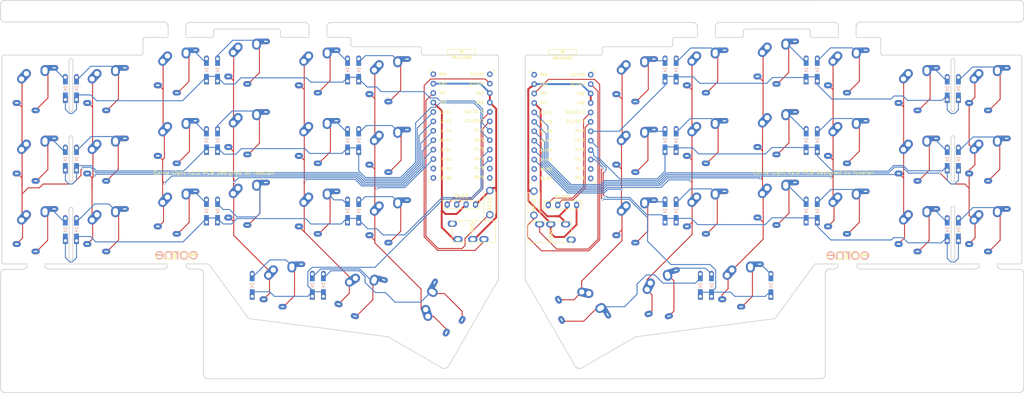
<source format=kicad_pcb>
(kicad_pcb (version 20240108) (generator "pcbnew") (generator_version "8.0")
  (title_block (title "Corne Light") (date "2020-11-12") (rev "2.0") (company "foostan"))
  (layers (0 "F.Cu" signal) (31 "B.Cu" signal) (34 "B.Paste" user) (35 "F.Paste" user) (36 "B.SilkS" user "B.Silkscreen") (37 "F.SilkS" user "F.Silkscreen") (38 "B.Mask" user) (39 "F.Mask" user) (44 "Edge.Cuts" user))
  (net 0 "")
  (net 1 "row0")
  (net 2 "Net-(D1-Pad2)")
  (net 3 "row1")
  (net 4 "Net-(D2-Pad2)")
  (net 5 "row2")
  (net 6 "Net-(D3-Pad2)")
  (net 7 "row3")
  (net 8 "Net-(D4-Pad2)")
  (net 9 "Net-(D5-Pad2)")
  (net 10 "Net-(D6-Pad2)")
  (net 11 "Net-(D7-Pad2)")
  (net 12 "Net-(D8-Pad2)")
  (net 13 "Net-(D9-Pad2)")
  (net 14 "Net-(D10-Pad2)")
  (net 15 "Net-(D11-Pad2)")
  (net 16 "Net-(D12-Pad2)")
  (net 17 "Net-(D13-Pad2)")
  (net 18 "Net-(D14-Pad2)")
  (net 19 "Net-(D15-Pad2)")
  (net 20 "Net-(D16-Pad2)")
  (net 21 "Net-(D17-Pad2)")
  (net 22 "Net-(D18-Pad2)")
  (net 23 "Net-(D19-Pad2)")
  (net 24 "Net-(D20-Pad2)")
  (net 25 "Net-(D21-Pad2)")
  (net 26 "GND")
  (net 27 "VCC")
  (net 28 "col0")
  (net 29 "col1")
  (net 30 "col2")
  (net 31 "col3")
  (net 32 "col4")
  (net 33 "col5")
  (net 34 "data")
  (net 35 "reset")
  (net 36 "SCL")
  (net 37 "SDA")
  (net 38 "Net-(U1-Pad14)")
  (net 39 "Net-(U1-Pad13)")
  (net 40 "Net-(U1-Pad12)")
  (net 41 "Net-(U1-Pad11)")
  (net 42 "Net-(J1-PadA)")
  (net 43 "Net-(U1-Pad24)")
  (net 44 "Net-(D22-Pad2)")
  (net 45 "row0_r")
  (net 46 "Net-(D23-Pad2)")
  (net 47 "Net-(D24-Pad2)")
  (net 48 "Net-(D25-Pad2)")
  (net 49 "Net-(D26-Pad2)")
  (net 50 "Net-(D27-Pad2)")
  (net 51 "row1_r")
  (net 52 "Net-(D28-Pad2)")
  (net 53 "Net-(D29-Pad2)")
  (net 54 "Net-(D30-Pad2)")
  (net 55 "Net-(D31-Pad2)")
  (net 56 "Net-(D32-Pad2)")
  (net 57 "Net-(D33-Pad2)")
  (net 58 "row2_r")
  (net 59 "Net-(D34-Pad2)")
  (net 60 "Net-(D35-Pad2)")
  (net 61 "Net-(D36-Pad2)")
  (net 62 "Net-(D37-Pad2)")
  (net 63 "Net-(D38-Pad2)")
  (net 64 "Net-(D39-Pad2)")
  (net 65 "Net-(D40-Pad2)")
  (net 66 "row3_r")
  (net 67 "Net-(D41-Pad2)")
  (net 68 "Net-(D42-Pad2)")
  (net 69 "data_r")
  (net 70 "Net-(J6-PadA)")
  (net 71 "SDA_r")
  (net 72 "SCL_r")
  (net 73 "reset_r")
  (net 74 "col0_r")
  (net 75 "col1_r")
  (net 76 "col2_r")
  (net 77 "col3_r")
  (net 78 "col4_r")
  (net 79 "col5_r")
  (net 80 "Net-(U2-Pad24)")
  (net 81 "Net-(U2-Pad14)")
  (net 82 "Net-(U2-Pad13)")
  (net 83 "Net-(U2-Pad12)")
  (net 84 "Net-(U2-Pad11)")
  (net 85 "VDD")
  (net 86 "GNDA")
  (net 87 "Net-(U1-Pad1)")
  (net 88 "Net-(U2-Pad1)")
  (footprint "kbd:MJ-4PP-9_1side" (layer "F.Cu") (at 146.2145 84.432 -90)
    (property "Reference" "J1")
    (property "Value" "MJ-4PP-9" (hide yes))
  )
  (footprint "kbd:MJ-4PP-9_1side" (layer "F.Cu") (at 154.607847 84.565432 90)
    (property "Reference" "J6")
    (property "Value" "MJ-4PP-9" (hide yes))
  )
  (footprint "kbd:ResetSW_1side" (layer "F.Cu") (at 156.374847 76.817432 -90)
    (property "Reference" "RSW2" (hide yes))
    (property "Value" "SW_PUSH")
  )
  (footprint "kbd:keyswitch_cherrymx_alps_choc12_1u" (layer "F.Cu") (at 278.684847 45.920432)
    (property "Reference" "SW22" (hide yes))
    (property "Value" "SW_PUSH" (hide yes))
  )
  (footprint "kbd:keyswitch_cherrymx_alps_choc12_1u" (layer "F.Cu") (at 259.684847 45.920432)
    (property "Reference" "SW23" (hide yes))
    (property "Value" "SW_PUSH" (hide yes))
  )
  (footprint "kbd:keyswitch_cherrymx_alps_choc12_1u" (layer "F.Cu") (at 240.684847 41.170432)
    (property "Reference" "SW24" (hide yes))
    (property "Value" "SW_PUSH" (hide yes))
  )
  (footprint "kbd:keyswitch_cherrymx_alps_choc12_1u" (layer "F.Cu") (at 221.684847 38.795432)
    (property "Reference" "SW25" (hide yes))
    (property "Value" "SW_PUSH" (hide yes))
  )
  (footprint "kbd:keyswitch_cherrymx_alps_choc12_1u" (layer "F.Cu") (at 202.684847 41.170432)
    (property "Reference" "SW26" (hide yes))
    (property "Value" "SW_PUSH" (hide yes))
  )
  (footprint "kbd:keyswitch_cherrymx_alps_choc12_1u" (layer "F.Cu") (at 183.684847 43.545432)
    (property "Reference" "SW27" (hide yes))
    (property "Value" "SW_PUSH" (hide yes))
  )
  (footprint "kbd:keyswitch_cherrymx_alps_choc12_1u" (layer "F.Cu") (at 278.684847 64.920432)
    (property "Reference" "SW28" (hide yes))
    (property "Value" "SW_PUSH" (hide yes))
  )
  (footprint "kbd:keyswitch_cherrymx_alps_choc12_1u" (layer "F.Cu") (at 259.684847 64.920432)
    (property "Reference" "SW29" (hide yes))
    (property "Value" "SW_PUSH" (hide yes))
  )
  (footprint "kbd:keyswitch_cherrymx_alps_choc12_1u" (layer "F.Cu") (at 240.684847 60.170432)
    (property "Reference" "SW30" (hide yes))
    (property "Value" "SW_PUSH" (hide yes))
  )
  (footprint "kbd:keyswitch_cherrymx_alps_choc12_1u" (layer "F.Cu") (at 221.684847 57.795432)
    (property "Reference" "SW31" (hide yes))
    (property "Value" "SW_PUSH" (hide yes))
  )
  (footprint "kbd:keyswitch_cherrymx_alps_choc12_1u" (layer "F.Cu") (at 202.684847 60.170432)
    (property "Reference" "SW32" (hide yes))
    (property "Value" "SW_PUSH" (hide yes))
  )
  (footprint "kbd:keyswitch_cherrymx_alps_choc12_1u" (layer "F.Cu") (at 183.684847 62.545432)
    (property "Reference" "SW33" (hide yes))
    (property "Value" "SW_PUSH" (hide yes))
  )
  (footprint "kbd:keyswitch_cherrymx_alps_choc12_1u" (layer "F.Cu") (at 278.684847 83.920432)
    (property "Reference" "SW34" (hide yes))
    (property "Value" "SW_PUSH" (hide yes))
  )
  (footprint "kbd:keyswitch_cherrymx_alps_choc12_1u" (layer "F.Cu") (at 259.684847 83.920432)
    (property "Reference" "SW35" (hide yes))
    (property "Value" "SW_PUSH" (hide yes))
  )
  (footprint "kbd:keyswitch_cherrymx_alps_choc12_1u" (layer "F.Cu") (at 240.684847 79.170432)
    (property "Reference" "SW36" (hide yes))
    (property "Value" "SW_PUSH" (hide yes))
  )
  (footprint "kbd:keyswitch_cherrymx_alps_choc12_1u" (layer "F.Cu") (at 221.684847 76.795432)
    (property "Reference" "SW37" (hide yes))
    (property "Value" "SW_PUSH" (hide yes))
  )
  (footprint "kbd:keyswitch_cherrymx_alps_choc12_1u" (layer "F.Cu") (at 202.684847 79.170432)
    (property "Reference" "SW38" (hide yes))
    (property "Value" "SW_PUSH" (hide yes))
  )
  (footprint "kbd:keyswitch_cherrymx_alps_choc12_1u" (layer "F.Cu") (at 212.184847 98.795432)
    (property "Reference" "SW40" (hide yes))
    (property "Value" "SW_PUSH" (hide yes))
  )
  (footprint "kbd:keyswitch_cherrymx_alps_choc12_1u" (layer "F.Cu") (at 191.184847 101.545432 15)
    (property "Reference" "SW41" (hide yes))
    (property "Value" "SW_PUSH" (hide yes))
  )
  (footprint "kbd:keyswitch_cherrymx_alps_choc12_1u" (layer "F.Cu") (at 183.684847 81.545432)
    (property "Reference" "SW39" (hide yes))
    (property "Value" "SW_PUSH" (hide yes))
  )
  (footprint "kbd:ProMicro_v3" (layer "F.Cu") (at 136.8925 56.56)
    (property "Reference" "U1" (hide yes))
    (property "Value" "ProMicro" (hide yes))
  )
  (footprint "kbd:ProMicro_v3" (layer "F.Cu") (at 164.062847 56.686432)
    (property "Reference" "U2" (hide yes))
    (property "Value" "ProMicro" (hide yes))
  )
  (footprint "kbd:keyswitch_cherrymx_alps_choc12_1u" (layer "F.Cu") (at 117.1875 43.545)
    (property "Reference" "SW6" (hide yes))
    (property "Value" "SW_PUSH" (hide yes))
  )
  (footprint "kbd:keyswitch_cherrymx_alps_choc12_1u" (layer "F.Cu") (at 98.1875 41.17)
    (property "Reference" "SW5" (hide yes))
    (property "Value" "SW_PUSH" (hide yes))
  )
  (footprint "kbd:keyswitch_cherrymx_alps_choc12_1u" (layer "F.Cu") (at 79.1875 38.795)
    (property "Reference" "SW4" (hide yes))
    (property "Value" "SW_PUSH" (hide yes))
  )
  (footprint "kbd:keyswitch_cherrymx_alps_choc12_1u" (layer "F.Cu") (at 60.1875 41.17)
    (property "Reference" "SW3" (hide yes))
    (property "Value" "SW_PUSH" (hide yes))
  )
  (footprint "kbd:keyswitch_cherrymx_alps_choc12_1u" (layer "F.Cu") (at 41.1875 45.92)
    (property "Reference" "SW2" (hide yes))
    (property "Value" "SW_PUSH" (hide yes))
  )
  (footprint "kbd:keyswitch_cherrymx_alps_choc12_1u" (layer "F.Cu") (at 117.1875 81.545)
    (property "Reference" "SW18" (hide yes))
    (property "Value" "SW_PUSH" (hide yes))
  )
  (footprint "kbd:keyswitch_cherrymx_alps_choc12_1.5u" (layer "F.Cu") (at 131.9375 105.295 60)
    (property "Reference" "SW21" (hide yes))
    (property "Value" "SW_PUSH" (hide yes))
  )
  (footprint "kbd:keyswitch_cherrymx_alps_choc12_1u" (layer "F.Cu") (at 22.1875 83.92)
    (property "Reference" "SW13" (hide yes))
    (property "Value" "SW_PUSH" (hide yes))
  )
  (footprint "kbd:keyswitch_cherrymx_alps_choc12_1u" (layer "F.Cu") (at 109.6875 101.545 -15)
    (property "Reference" "SW20" (hide yes))
    (property "Value" "SW_PUSH" (hide yes))
  )
  (footprint "kbd:keyswitch_cherrymx_alps_choc12_1u" (layer "F.Cu") (at 88.6875 98.795)
    (property "Reference" "SW19" (hide yes))
    (property "Value" "SW_PUSH" (hide yes))
  )
  (footprint "kbd:keyswitch_cherrymx_alps_choc12_1u" (layer "F.Cu") (at 98.1875 79.17)
    (property "Reference" "SW17" (hide yes))
    (property "Value" "SW_PUSH" (hide yes))
  )
  (footprint "kbd:keyswitch_cherrymx_alps_choc12_1u" (layer "F.Cu") (at 79.1875 76.795)
    (property "Reference" "SW16" (hide yes))
    (property "Value" "SW_PUSH" (hide yes))
  )
  (footprint "kbd:keyswitch_cherrymx_alps_choc12_1u" (layer "F.Cu") (at 60.1875 79.17)
    (property "Reference" "SW15" (hide yes))
    (property "Value" "SW_PUSH" (hide yes))
  )
  (footprint "kbd:keyswitch_cherrymx_alps_choc12_1u" (layer "F.Cu") (at 41.1875 83.92)
    (property "Reference" "SW14" (hide yes))
    (property "Value" "SW_PUSH" (hide yes))
  )
  (footprint "kbd:keyswitch_cherrymx_alps_choc12_1u" (layer "F.Cu") (at 117.1875 62.545)
    (property "Reference" "SW12" (hide yes))
    (property "Value" "SW_PUSH" (hide yes))
  )
  (footprint "kbd:keyswitch_cherrymx_alps_choc12_1u" (layer "F.Cu") (at 98.1875 60.17)
    (property "Reference" "SW11" (hide yes))
    (property "Value" "SW_PUSH" (hide yes))
  )
  (footprint "kbd:keyswitch_cherrymx_alps_choc12_1u" (layer "F.Cu") (at 79.1875 57.795)
    (property "Reference" "SW10" (hide yes))
    (property "Value" "SW_PUSH" (hide yes))
  )
  (footprint "kbd:keyswitch_cherrymx_alps_choc12_1u" (layer "F.Cu") (at 60.1875 60.17)
    (property "Reference" "SW9" (hide yes))
    (property "Value" "SW_PUSH" (hide yes))
  )
  (footprint "kbd:keyswitch_cherrymx_alps_choc12_1u" (layer "F.Cu") (at 41.1875 64.92)
    (property "Reference" "SW8" (hide yes))
    (property "Value" "SW_PUSH" (hide yes))
  )
  (footprint "kbd:keyswitch_cherrymx_alps_choc12_1u" (layer "F.Cu") (at 22.1875 64.92)
    (property "Reference" "SW7" (hide yes))
    (property "Value" "SW_PUSH" (hide yes))
  )
  (footprint "kbd:keyswitch_cherrymx_alps_choc12_1u" (layer "F.Cu") (at 22.1875 45.92)
    (property "Reference" "SW1" (hide yes))
    (property "Value" "SW_PUSH" (hide yes))
  )
  (footprint "kbd:thread_m2" (layer "F.Cu") (at 156.330847 93.085432)
    (property "Reference" "Ref**" (hide yes))
    (property "Value" "Val**" (hide yes))
  )
  (footprint "kbd:thread_m2" (layer "F.Cu") (at 170.889847 84.542432)
    (property "Reference" "Ref**" (hide yes))
    (property "Value" "Val**" (hide yes))
  )
  (footprint "kbd:keyswitch_cherrymx_alps_choc12_1.5u" (layer "F.Cu") (at 168.934847 105.295432 -60)
    (property "Reference" "SW42" (hide yes))
    (property "Value" "SW_PUSH" (hide yes))
  )
  (footprint "kbd:OLED_1side" (layer "F.Cu") (at 133.0285 77.168)
    (property "Reference" "J2")
    (property "Value" "OLED" (hide yes))
  )
  (footprint "kbd:ResetSW_1side" (layer "F.Cu") (at 144.5045 76.671 -90)
    (property "Reference" "RSW1" (hide yes))
    (property "Value" "SW_PUSH")
  )
  (footprint "kbd:Breakaway_Tabs" (layer "F.Cu") (at 22.19625 93.38)
    (property "Reference" "J5")
    (property "Value" "Breakaway_Tabs")
  )
  (footprint "kbd:Breakaway_Tabs" (layer "F.Cu") (at 60.1845 93.38)
    (property "Reference" "J5")
    (property "Value" "Breakaway_Tabs")
  )
  (footprint "kbd:Breakaway_Tabs" (layer "F.Cu") (at 60.2875 31.97)
    (property "Reference" "J5")
    (property "Value" "Breakaway_Tabs")
  )
  (footprint "kbd:Breakaway_Tabs" (layer "F.Cu") (at 98.2575 31.97)
    (property "Reference" "J5")
    (property "Value" "Breakaway_Tabs")
  )
  (footprint "kbd:Breakaway_Tabs" (layer "F.Cu") (at 202.7775 31.98)
    (property "Reference" "J5")
    (property "Value" "Breakaway_Tabs")
  )
  (footprint "kbd:Breakaway_Tabs" (layer "F.Cu") (at 240.7975 31.97)
    (property "Reference" "J5")
    (property "Value" "Breakaway_Tabs")
  )
  (footprint "kbd:Breakaway_Tabs" (layer "F.Cu") (at 278.8275 93.39)
    (property "Reference" "J5")
    (property "Value" "Breakaway_Tabs")
  )
  (footprint "kbd:Breakaway_Tabs" (layer "F.Cu") (at 240.8275 93.39)
    (property "Reference" "J5")
    (property "Value" "Breakaway_Tabs")
  )
  (footprint "kbd:OLED_1side" (layer "F.Cu") (at 160.2575 77.31)
    (property "Reference" "J7")
    (property "Value" "OLED" (hide yes))
  )
  (footprint "kbd:corne-logo-horizontal" (layer "F.Cu") (at 60.2175 90.93)
    (property "Reference" "G***" (hide yes))
    (property "Value" "LOGO" (hide yes))
  )
  (footprint "kbd:corne-logo-horizontal" (layer "F.Cu") (at 240.9975 91.01)
    (property "Reference" "G***" (hide yes))
    (property "Value" "LOGO" (hide yes))
  )
  (footprint "kbd:D3_TH_SMD_v2" (layer "B.Cu") (at 270.684847 83.920432 90)
    (property "Reference" "D34" (hide yes))
    (property "Value" "D" (hide yes))
  )
  (footprint "kbd:D3_TH_SMD_v2" (layer "B.Cu") (at 232.684847 78.920432 90)
    (property "Reference" "D36" (hide yes))
    (property "Value" "D" (hide yes))
  )
  (footprint "kbd:D3_TH_SMD_v2" (layer "B.Cu") (at 229.684847 78.915432 90)
    (property "Reference" "D37" (hide yes))
    (property "Value" "D" (hide yes))
  )
  (footprint "kbd:D3_TH_SMD_v2" (layer "B.Cu") (at 194.684847 78.920432 90)
    (property "Reference" "D38" (hide yes))
    (property "Value" "D" (hide yes))
  )
  (footprint "kbd:D3_TH_SMD_v2" (layer "B.Cu") (at 191.684847 78.920432 90)
    (property "Reference" "D39" (hide yes))
    (property "Value" "D" (hide yes))
  )
  (footprint "kbd:D3_TH_SMD_v2" (layer "B.Cu") (at 220.184847 98.930432 90)
    (property "Reference" "D40" (hide yes))
    (property "Value" "D" (hide yes))
  )
  (footprint "kbd:D3_TH_SMD_v2" (layer "B.Cu") (at 204.194847 98.915432 90)
    (property "Reference" "D41" (hide yes))
    (property "Value" "D" (hide yes))
  )
  (footprint "kbd:D3_TH_SMD_v2" (layer "B.Cu") (at 201.194847 98.915432 90)
    (property "Reference" "D42" (hide yes))
    (property "Value" "D" (hide yes))
  )
  (footprint "kbd:D3_TH_SMD_v2" (layer "B.Cu") (at 270.684847 45.920432 90)
    (property "Reference" "D22" (hide yes))
    (property "Value" "D" (hide yes))
  )
  (footprint "kbd:D3_TH_SMD_v2" (layer "B.Cu") (at 267.684847 45.920432 90)
    (property "Reference" "D23" (hide yes))
    (property "Value" "D" (hide yes))
  )
  (footprint "kbd:D3_TH_SMD_v2" (layer "B.Cu") (at 232.684847 40.920432 90)
    (property "Reference" "D24" (hide yes))
    (property "Value" "D" (hide yes))
  )
  (footprint "kbd:D3_TH_SMD_v2" (layer "B.Cu") (at 229.684847 40.915432 90)
    (property "Reference" "D25" (hide yes))
    (property "Value" "D" (hide yes))
  )
  (footprint "kbd:D3_TH_SMD_v2" (layer "B.Cu") (at 194.684847 40.920432 90)
    (property "Reference" "D26" (hide yes))
    (property "Value" "D" (hide yes))
  )
  (footprint "kbd:D3_TH_SMD_v2" (layer "B.Cu") (at 191.684847 40.920432 90)
    (property "Reference" "D27" (hide yes))
    (property "Value" "D" (hide yes))
  )
  (footprint "kbd:D3_TH_SMD_v2" (layer "B.Cu") (at 270.684847 64.920432 90)
    (property "Reference" "D28" (hide yes))
    (property "Value" "D" (hide yes))
  )
  (footprint "kbd:D3_TH_SMD_v2" (layer "B.Cu") (at 267.684847 64.920432 90)
    (property "Reference" "D29" (hide yes))
    (property "Value" "D" (hide yes))
  )
  (footprint "kbd:D3_TH_SMD_v2" (layer "B.Cu") (at 232.684847 59.920432 90)
    (property "Reference" "D30" (hide yes))
    (property "Value" "D" (hide yes))
  )
  (footprint "kbd:D3_TH_SMD_v2" (layer "B.Cu") (at 229.684847 59.915432 90)
    (property "Reference" "D31" (hide yes))
    (property "Value" "D" (hide yes))
  )
  (footprint "kbd:D3_TH_SMD_v2" (layer "B.Cu") (at 194.684847 59.920432 90)
    (property "Reference" "D32" (hide yes))
    (property "Value" "D" (hide yes))
  )
  (footprint "kbd:D3_TH_SMD_v2" (layer "B.Cu") (at 33.1875 83.92 90)
    (property "Reference" "D14" (hide yes))
    (property "Value" "D" (hide yes))
  )
  (footprint "kbd:D3_TH_SMD_v2" (layer "B.Cu") (at 33.1875 64.92 90)
    (property "Reference" "D8" (hide yes))
    (property "Value" "D" (hide yes))
  )
  (footprint "kbd:D3_TH_SMD_v2" (layer "B.Cu") (at 33.1875 45.92 90)
    (property "Reference" "D2" (hide yes))
    (property "Value" "D" (hide yes))
  )
  (footprint "kbd:D3_TH_SMD_v2" (layer "B.Cu") (at 191.684847 59.920432 90)
    (property "Reference" "D33" (hide yes))
    (property "Value" "D" (hide yes))
  )
  (footprint "kbd:D3_TH_SMD_v2" (layer "B.Cu") (at 99.6875 98.905 90)
    (property "Reference" "D21" (hide yes))
    (property "Value" "D" (hide yes))
  )
  (footprint "kbd:D3_TH_SMD_v2" (layer "B.Cu") (at 96.6875 98.905 90)
    (property "Reference" "D20" (hide yes))
    (property "Value" "D" (hide yes))
  )
  (footprint "kbd:D3_TH_SMD_v2" (layer "B.Cu") (at 80.5075 98.91 90)
    (property "Reference" "D19" (hide yes))
    (property "Value" "D" (hide yes))
  )
  (footprint "kbd:D3_TH_SMD_v2" (layer "B.Cu") (at 109.1875 78.92 90)
    (property "Reference" "D18" (hide yes))
    (property "Value" "D" (hide yes))
  )
  (footprint "kbd:D3_TH_SMD_v2" (layer "B.Cu") (at 106.1875 78.92 90)
    (property "Reference" "D17" (hide yes))
    (property "Value" "D" (hide yes))
  )
  (footprint "kbd:D3_TH_SMD_v2" (layer "B.Cu") (at 71.1875 78.915 90)
    (property "Reference" "D16" (hide yes))
    (property "Value" "D" (hide yes))
  )
  (footprint "kbd:D3_TH_SMD_v2" (layer "B.Cu") (at 68.1875 78.92 90)
    (property "Reference" "D15" (hide yes))
    (property "Value" "D" (hide yes))
  )
  (footprint "kbd:D3_TH_SMD_v2" (layer "B.Cu") (at 30.1875 83.916875 90)
    (property "Reference" "D13" (hide yes))
    (property "Value" "D" (hide yes))
  )
  (footprint "kbd:D3_TH_SMD_v2" (layer "B.Cu") (at 109.1875 59.92 90)
    (property "Reference" "D12" (hide yes))
    (property "Value" "D" (hide yes))
  )
  (footprint "kbd:D3_TH_SMD_v2" (layer "B.Cu") (at 106.1875 59.92 90)
    (property "Reference" "D11" (hide yes))
    (property "Value" "D" (hide yes))
  )
  (footprint "kbd:D3_TH_SMD_v2" (layer "B.Cu") (at 71.1875 59.915 90)
    (property "Reference" "D10" (hide yes))
    (property "Value" "D" (hide yes))
  )
  (footprint "kbd:D3_TH_SMD_v2" (layer "B.Cu") (at 68.1875 59.92 90)
    (property "Reference" "D9" (hide yes))
    (property "Value" "D" (hide yes))
  )
  (footprint "kbd:D3_TH_SMD_v2" (layer "B.Cu") (at 30.1875 64.916875 90)
    (property "Reference" "D7" (hide yes))
    (property "Value" "D" (hide yes))
  )
  (footprint "kbd:D3_TH_SMD_v2" (layer "B.Cu") (at 109.1875 40.92 90)
    (property "Reference" "D6" (hide yes))
    (property "Value" "D" (hide yes))
  )
  (footprint "kbd:D3_TH_SMD_v2" (layer "B.Cu") (at 106.1875 40.92 90)
    (property "Reference" "D5" (hide yes))
    (property "Value" "D" (hide yes))
  )
  (footprint "kbd:D3_TH_SMD_v2" (layer "B.Cu") (at 71.1875 40.915 90)
    (property "Reference" "D4" (hide yes))
    (property "Value" "D" (hide yes))
  )
  (footprint "kbd:D3_TH_SMD_v2" (layer "B.Cu") (at 68.1875 40.92 90)
    (property "Reference" "D3" (hide yes))
    (property "Value" "D" (hide yes))
  )
  (footprint "kbd:D3_TH_SMD_v2" (layer "B.Cu") (at 30.1875 45.916875 90)
    (property "Reference" "D1" (hide yes))
    (property "Value" "D" (hide yes))
  )
  (footprint "kbd:D3_TH_SMD_v2" (layer "B.Cu") (at 267.684847 83.920432 90)
    (property "Reference" "D35" (hide yes))
    (property "Value" "D" (hide yes))
  )
  (footprint "kbd:spacer_m2" (layer "B.Cu") (at 31.6955 74.4205 180)
    (property "Reference" "Ref**" (hide yes))
    (property "Value" "Val**" (hide yes))
  )
  (footprint "kbd:spacer_m2" (layer "B.Cu") (at 107.6505 51.9305 180)
    (property "Reference" "Ref**" (hide yes))
    (property "Value" "Val**" (hide yes))
  )
  (footprint "kbd:spacer_m2" (layer "B.Cu") (at 31.6955 55.4205 180)
    (property "Reference" "Ref**" (hide yes))
    (property "Value" "Val**" (hide yes))
  )
  (footprint "kbd:spacer_m2" (layer "B.Cu") (at 74.8395 91.6855 180)
    (property "Reference" "Ref**" (hide yes))
    (property "Value" "Val**" (hide yes))
  )
  (footprint "kbd:spacer_m2" (layer "B.Cu") (at 121.4055 99.3 180)
    (property "Reference" "Ref**" (hide yes))
    (property "Value" "Val**" (hide yes))
  )
  (footprint "kbd:thread_m2" (layer "B.Cu") (at 129.9445 84.419 180)
    (property "Reference" "Ref**" (hide yes))
    (property "Value" "Val**" (hide yes))
  )
  (footprint "kbd:thread_m2" (layer "B.Cu") (at 144.3765 92.94 180)
    (property "Reference" "Ref**" (hide yes))
    (property "Value" "Val**" (hide yes))
  )
  (footprint "kbd:spacer_m2" (layer "B.Cu") (at 193.235847 51.936932 180)
    (property "Reference" "Ref**" (hide yes))
    (property "Value" "Val**" (hide yes))
  )
  (footprint "kbd:spacer_m2" (layer "B.Cu") (at 179.485847 99.446932 180)
    (property "Reference" "Ref**" (hide yes))
    (property "Value" "Val**" (hide yes))
  )
  (footprint "kbd:spacer_m2" (layer "B.Cu") (at 226.055847 91.696932 180)
    (property "Reference" "Ref**" (hide yes))
    (property "Value" "Val**" (hide yes))
  )
  (footprint "kbd:spacer_m2" (layer "B.Cu") (at 269.195847 55.426932 180)
    (property "Reference" "Ref**" (hide yes))
    (property "Value" "Val**" (hide yes))
  )
  (footprint "kbd:spacer_m2" (layer "B.Cu") (at 269.195847 74.426932 180)
    (property "Reference" "Ref**" (hide yes))
    (property "Value" "Val**" (hide yes))
  )
  (footprint "kbd:corne-logo-horizontal" (layer "B.Cu") (at 59.9875 90.93 180)
    (property "Reference" "G***" (hide yes))
    (property "Value" "LOGO" (hide yes))
  )
  (footprint "kbd:corne-logo-horizontal" (layer "B.Cu") (at 240.7675 91.01 180)
    (property "Reference" "G***" (hide yes))
    (property "Value" "LOGO" (hide yes))
  )
  (footprint "kbd:spacer_m2" (layer "B.Cu") (at 50.7125 74.445 180)
    (property "Reference" "Ref**" (hide yes))
    (property "Value" "Val**" (hide yes))
  )
  (footprint "kbd:spacer_m2" (layer "B.Cu") (at 50.7125 55.445 180)
    (property "Reference" "Ref**" (hide yes))
    (property "Value" "Val**" (hide yes))
  )
  (footprint "kbd:spacer_m2" (layer "B.Cu") (at 250.2125 74.426932 180)
    (property "Reference" "Ref**" (hide yes))
    (property "Value" "Val**" (hide yes))
  )
  (footprint "kbd:spacer_m2" (layer "B.Cu") (at 250.2125 55.426932 180)
    (property "Reference" "Ref**" (hide yes))
    (property "Value" "Val**" (hide yes))
  )
  (gr_line (start 31.1975 51.66) (end 31.1975 38.41) (stroke (width 0.2)) (layer "Edge.Cuts"))
  (gr_line (start 32.1975 59.16) (end 32.1975 70.66) (stroke (width 0.2)) (layer "Edge.Cuts"))
  (gr_line (start 31.47875 37.94125) (end 31.6975 37.91) (stroke (width 0.2)) (layer "Edge.Cuts"))
  (gr_line (start 31.885 37.94125) (end 31.6975 37.91) (stroke (width 0.2)) (layer "Edge.Cuts"))
  (gr_line (start 31.22875 38.2225) (end 31.3225 38.035) (stroke (width 0.2)) (layer "Edge.Cuts"))
  (gr_line (start 31.22875 38.2225) (end 31.1975 38.41) (stroke (width 0.2)) (layer "Edge.Cuts"))
  (gr_line (start 32.16625 38.2225) (end 32.0725 38.035) (stroke (width 0.2)) (layer "Edge.Cuts"))
  (gr_line (start 32.1975 38.41) (end 32.16625 38.2225) (stroke (width 0.2)) (layer "Edge.Cuts"))
  (gr_line (start 31.51 52.12875) (end 31.6975 52.16) (stroke (width 0.2)) (layer "Edge.Cuts"))
  (gr_line (start 31.22875 51.8475) (end 31.3225 52.035) (stroke (width 0.2)) (layer "Edge.Cuts"))
  (gr_line (start 31.1975 51.66) (end 31.22875 51.8475) (stroke (width 0.2)) (layer "Edge.Cuts"))
  (gr_line (start 32.16625 51.8475) (end 32.1975 51.66) (stroke (width 0.2)) (layer "Edge.Cuts"))
  (gr_line (start 31.91625 52.12875) (end 32.0725 52.035) (stroke (width 0.2)) (layer "Edge.Cuts"))
  (gr_line (start 32.16625 51.8475) (end 32.0725 52.035) (stroke (width 0.2)) (layer "Edge.Cuts"))
  (gr_line (start 31.91625 52.12875) (end 31.6975 52.16) (stroke (width 0.2)) (layer "Edge.Cuts"))
  (gr_line (start 31.3225 52.035) (end 31.51 52.12875) (stroke (width 0.2)) (layer "Edge.Cuts"))
  (gr_line (start 31.885 58.69125) (end 31.6975 58.66) (stroke (width 0.2)) (layer "Edge.Cuts"))
  (gr_line (start 32.16625 58.9725) (end 32.0725 58.785) (stroke (width 0.2)) (layer "Edge.Cuts"))
  (gr_line (start 32.1975 59.16) (end 32.16625 58.9725) (stroke (width 0.2)) (layer "Edge.Cuts"))
  (gr_line (start 31.22875 58.9725) (end 31.1975 59.16) (stroke (width 0.2)) (layer "Edge.Cuts"))
  (gr_line (start 31.47875 58.69125) (end 31.3225 58.785) (stroke (width 0.2)) (layer "Edge.Cuts"))
  (gr_line (start 31.22875 58.9725) (end 31.3225 58.785) (stroke (width 0.2)) (layer "Edge.Cuts"))
  (gr_line (start 31.47875 58.69125) (end 31.6975 58.66) (stroke (width 0.2)) (layer "Edge.Cuts"))
  (gr_line (start 32.0725 58.785) (end 31.885 58.69125) (stroke (width 0.2)) (layer "Edge.Cuts"))
  (gr_line (start 31.51 71.12875) (end 31.6975 71.16) (stroke (width 0.2)) (layer "Edge.Cuts"))
  (gr_line (start 32.16625 70.8475) (end 32.1975 70.66) (stroke (width 0.2)) (layer "Edge.Cuts"))
  (gr_line (start 32.16625 70.8475) (end 32.0725 71.035) (stroke (width 0.2)) (layer "Edge.Cuts"))
  (gr_line (start 31.22875 70.8475) (end 31.3225 71.035) (stroke (width 0.2)) (layer "Edge.Cuts"))
  (gr_line (start 31.91625 71.12875) (end 32.0725 71.035) (stroke (width 0.2)) (layer "Edge.Cuts"))
  (gr_line (start 31.3225 71.035) (end 31.51 71.12875) (stroke (width 0.2)) (layer "Edge.Cuts"))
  (gr_line (start 31.91625 71.12875) (end 31.6975 71.16) (stroke (width 0.2)) (layer "Edge.Cuts"))
  (gr_line (start 31.1975 70.66) (end 31.22875 70.8475) (stroke (width 0.2)) (layer "Edge.Cuts"))
  (gr_line (start 31.47875 77.94125) (end 31.3225 78.035) (stroke (width 0.2)) (layer "Edge.Cuts"))
  (gr_line (start 31.22875 78.2225) (end 31.3225 78.035) (stroke (width 0.2)) (layer "Edge.Cuts"))
  (gr_line (start 32.16625 78.2225) (end 32.0725 78.035) (stroke (width 0.2)) (layer "Edge.Cuts"))
  (gr_line (start 31.885 77.94125) (end 31.6975 77.91) (stroke (width 0.2)) (layer "Edge.Cuts"))
  (gr_line (start 32.0725 78.035) (end 31.885 77.94125) (stroke (width 0.2)) (layer "Edge.Cuts"))
  (gr_line (start 31.22875 78.2225) (end 31.1975 78.41) (stroke (width 0.2)) (layer "Edge.Cuts"))
  (gr_line (start 32.1975 78.41) (end 32.16625 78.2225) (stroke (width 0.2)) (layer "Edge.Cuts"))
  (gr_line (start 31.47875 77.94125) (end 31.6975 77.91) (stroke (width 0.2)) (layer "Edge.Cuts"))
  (gr_line (start 32.16625 91.8475) (end 32.1975 91.66) (stroke (width 0.2)) (layer "Edge.Cuts"))
  (gr_line (start 31.91625 92.12875) (end 32.0725 92.035) (stroke (width 0.2)) (layer "Edge.Cuts"))
  (gr_line (start 31.91625 92.12875) (end 31.6975 92.16) (stroke (width 0.2)) (layer "Edge.Cuts"))
  (gr_line (start 32.16625 91.8475) (end 32.0725 92.035) (stroke (width 0.2)) (layer "Edge.Cuts"))
  (gr_line (start 31.1975 91.66) (end 31.22875 91.8475) (stroke (width 0.2)) (layer "Edge.Cuts"))
  (gr_line (start 31.22875 91.8475) (end 31.3225 92.035) (stroke (width 0.2)) (layer "Edge.Cuts"))
  (gr_line (start 31.51 92.12875) (end 31.6975 92.16) (stroke (width 0.2)) (layer "Edge.Cuts"))
  (gr_line (start 31.3225 92.035) (end 31.51 92.12875) (stroke (width 0.2)) (layer "Edge.Cuts"))
  (gr_line (start 269.385 37.94125) (end 269.1975 37.91) (stroke (width 0.2)) (layer "Edge.Cuts"))
  (gr_line (start 269.66625 38.2225) (end 269.5725 38.035) (stroke (width 0.2)) (layer "Edge.Cuts"))
  (gr_line (start 269.6975 38.41) (end 269.66625 38.2225) (stroke (width 0.2)) (layer "Edge.Cuts"))
  (gr_line (start 268.72875 38.2225) (end 268.6975 38.41) (stroke (width 0.2)) (layer "Edge.Cuts"))
  (gr_line (start 268.97875 37.94125) (end 268.8225 38.035) (stroke (width 0.2)) (layer "Edge.Cuts"))
  (gr_line (start 268.72875 38.2225) (end 268.8225 38.035) (stroke (width 0.2)) (layer "Edge.Cuts"))
  (gr_line (start 268.97875 37.94125) (end 269.1975 37.91) (stroke (width 0.2)) (layer "Edge.Cuts"))
  (gr_line (start 269.5725 38.035) (end 269.385 37.94125) (stroke (width 0.2)) (layer "Edge.Cuts"))
  (gr_line (start 269.66625 51.8475) (end 269.5725 52.035) (stroke (width 0.2)) (layer "Edge.Cuts"))
  (gr_line (start 269.41625 52.12875) (end 269.5725 52.035) (stroke (width 0.2)) (layer "Edge.Cuts"))
  (gr_line (start 268.72875 51.8475) (end 268.8225 52.035) (stroke (width 0.2)) (layer "Edge.Cuts"))
  (gr_line (start 269.01 52.12875) (end 269.1975 52.16) (stroke (width 0.2)) (layer "Edge.Cuts"))
  (gr_line (start 269.41625 52.12875) (end 269.1975 52.16) (stroke (width 0.2)) (layer "Edge.Cuts"))
  (gr_line (start 269.66625 51.8475) (end 269.6975 51.66) (stroke (width 0.2)) (layer "Edge.Cuts"))
  (gr_line (start 268.8225 52.035) (end 269.01 52.12875) (stroke (width 0.2)) (layer "Edge.Cuts"))
  (gr_line (start 268.6975 51.66) (end 268.72875 51.8475) (stroke (width 0.2)) (layer "Edge.Cuts"))
  (gr_line (start 268.97875 58.69125) (end 269.1975 58.66) (stroke (width 0.2)) (layer "Edge.Cuts"))
  (gr_line (start 268.72875 58.9725) (end 268.6975 59.16) (stroke (width 0.2)) (layer "Edge.Cuts"))
  (gr_line (start 269.5725 58.785) (end 269.385 58.69125) (stroke (width 0.2)) (layer "Edge.Cuts"))
  (gr_line (start 269.66625 58.9725) (end 269.5725 58.785) (stroke (width 0.2)) (layer "Edge.Cuts"))
  (gr_line (start 269.385 58.69125) (end 269.1975 58.66) (stroke (width 0.2)) (layer "Edge.Cuts"))
  (gr_line (start 268.97875 58.69125) (end 268.8225 58.785) (stroke (width 0.2)) (layer "Edge.Cuts"))
  (gr_line (start 268.72875 58.9725) (end 268.8225 58.785) (stroke (width 0.2)) (layer "Edge.Cuts"))
  (gr_line (start 269.6975 59.16) (end 269.66625 58.9725) (stroke (width 0.2)) (layer "Edge.Cuts"))
  (gr_line (start 269.41625 71.12875) (end 269.1975 71.16) (stroke (width 0.2)) (layer "Edge.Cuts"))
  (gr_line (start 269.66625 70.8475) (end 269.6975 70.66) (stroke (width 0.2)) (layer "Edge.Cuts"))
  (gr_line (start 268.6975 70.66) (end 268.72875 70.8475) (stroke (width 0.2)) (layer "Edge.Cuts"))
  (gr_line (start 269.41625 71.12875) (end 269.5725 71.035) (stroke (width 0.2)) (layer "Edge.Cuts"))
  (gr_line (start 269.01 71.12875) (end 269.1975 71.16) (stroke (width 0.2)) (layer "Edge.Cuts"))
  (gr_line (start 269.66625 70.8475) (end 269.5725 71.035) (stroke (width 0.2)) (layer "Edge.Cuts"))
  (gr_line (start 268.8225 71.035) (end 269.01 71.12875) (stroke (width 0.2)) (layer "Edge.Cuts"))
  (gr_line (start 268.72875 70.8475) (end 268.8225 71.035) (stroke (width 0.2)) (layer "Edge.Cuts"))
  (gr_line (start 269.66625 77.9725) (end 269.5725 77.785) (stroke (width 0.2)) (layer "Edge.Cuts"))
  (gr_line (start 268.72875 77.9725) (end 268.8225 77.785) (stroke (width 0.2)) (layer "Edge.Cuts"))
  (gr_line (start 269.5725 77.785) (end 269.385 77.69125) (stroke (width 0.2)) (layer "Edge.Cuts"))
  (gr_line (start 268.72875 77.9725) (end 268.6975 78.16) (stroke (width 0.2)) (layer "Edge.Cuts"))
  (gr_line (start 268.97875 77.69125) (end 268.8225 77.785) (stroke (width 0.2)) (layer "Edge.Cuts"))
  (gr_line (start 269.385 77.69125) (end 269.1975 77.66) (stroke (width 0.2)) (layer "Edge.Cuts"))
  (gr_line (start 269.6975 78.16) (end 269.66625 77.9725) (stroke (width 0.2)) (layer "Edge.Cuts"))
  (gr_line (start 268.97875 77.69125) (end 269.1975 77.66) (stroke (width 0.2)) (layer "Edge.Cuts"))
  (gr_line (start 268.6975 91.66) (end 268.72875 91.8475) (stroke (width 0.2)) (layer "Edge.Cuts"))
  (gr_line (start 269.41625 92.12875) (end 269.1975 92.16) (stroke (width 0.2)) (layer "Edge.Cuts"))
  (gr_line (start 269.01 92.12875) (end 269.1975 92.16) (stroke (width 0.2)) (layer "Edge.Cuts"))
  (gr_line (start 269.66625 91.8475) (end 269.5725 92.035) (stroke (width 0.2)) (layer "Edge.Cuts"))
  (gr_line (start 268.8225 92.035) (end 269.01 92.12875) (stroke (width 0.2)) (layer "Edge.Cuts"))
  (gr_line (start 268.72875 91.8475) (end 268.8225 92.035) (stroke (width 0.2)) (layer "Edge.Cuts"))
  (gr_line (start 269.66625 91.8475) (end 269.6975 91.66) (stroke (width 0.2)) (layer "Edge.Cuts"))
  (gr_line (start 269.41625 92.12875) (end 269.5725 92.035) (stroke (width 0.2)) (layer "Edge.Cuts"))
  (gr_line (start 24.655473 93.634922) (end 24.718973 93.848281) (stroke (width 0.2)) (layer "Edge.Cuts"))
  (gr_line (start 268.6975 59.16) (end 268.6975 70.66) (stroke (width 0.2)) (layer "Edge.Cuts"))
  (gr_line (start 67.380771 95.778679) (end 67.380771 122.956653) (stroke (width 0.2)) (layer "Edge.Cuts"))
  (gr_line (start 56.649282 28.044566) (end 56.877882 28.067426) (stroke (width 0.2)) (layer "Edge.Cuts"))
  (gr_line (start 205.935094 28.224906) (end 205.739515 28.329046) (stroke (width 0.2)) (layer "Edge.Cuts"))
  (gr_line (start 243.897897 28.130926) (end 243.900437 28.130926) (stroke (width 0.2)) (layer "Edge.Cuts"))
  (gr_line (start 230.80167 31.854563) (end 230.77373 31.686923) (stroke (width 0.2)) (layer "Edge.Cuts"))
  (gr_line (start 57.881181 29.273925) (end 57.881181 29.279005) (stroke (width 0.2)) (layer "Edge.Cuts"))
  (gr_line (start 288.177673 127.081609) (end 288.241173 126.868249) (stroke (width 0.2)) (layer "Edge.Cuts"))
  (gr_line (start 167.479532 120.723995) (end 167.474452 120.718915) (stroke (width 0.2)) (layer "Edge.Cuts"))
  (gr_line (start 276.056805 94.198801) (end 276.199045 94.026081) (stroke (width 0.2)) (layer "Edge.Cuts"))
  (gr_line (start 234.825026 95.768519) (end 234.825026 95.768519) (stroke (width 0.2)) (layer "Edge.Cuts"))
  (gr_line (start 146.816653 97.175678) (end 146.834433 96.990258) (stroke (width 0.2)) (layer "Edge.Cuts"))
  (gr_line (start 281.35016 94.089581) (end 281.34762 94.084501) (stroke (width 0.2)) (layer "Edge.Cuts"))
  (gr_line (start 12.844485 127.096849) (end 12.951165 127.292428) (stroke (width 0.2)) (layer "Edge.Cuts"))
  (gr_line (start 234.847886 95.53738) (end 234.847886 95.53484) (stroke (width 0.2)) (layer "Edge.Cuts"))
  (gr_line (start 57.855781 29.027545) (end 57.855781 29.032625) (stroke (width 0.2)) (layer "Edge.Cuts"))
  (gr_line (start 236.051845 94.534081) (end 236.051845 94.534081) (stroke (width 0.2)) (layer "Edge.Cuts"))
  (gr_line (start 24.967893 94.214041) (end 25.138073 94.353741) (stroke (width 0.2)) (layer "Edge.Cuts"))
  (gr_line (start 193.804066 32.517502) (end 193.872646 32.387962) (stroke (width 0.2)) (layer "Edge.Cuts"))
  (gr_line (start 238.299742 28.831966) (end 238.193062 28.636386) (stroke (width 0.2)) (layer "Edge.Cuts"))
  (gr_line (start 212.874367 30.137524) (end 212.973427 30.035924) (stroke (width 0.2)) (layer "Edge.Cuts"))
  (gr_line (start 70.583708 29.929244) (end 70.413528 29.959724) (stroke (width 0.2)) (layer "Edge.Cuts"))
  (gr_line (start 243.161298 29.037705) (end 243.161298 29.032625) (stroke (width 0.2)) (layer "Edge.Cuts"))
  (gr_line (start 243.341637 28.593206) (end 243.341637 28.593206) (stroke (width 0.2)) (layer "Edge.Cuts"))
  (gr_line (start 100.819838 28.651626) (end 100.715698 28.847206) (stroke (width 0.2)) (layer "Edge.Cuts"))
  (gr_line (start 200.1947 28.636386) (end 200.05246 28.466206) (stroke (width 0.2)) (layer "Edge.Cuts"))
  (gr_line (start 57.327461 28.250306) (end 57.332541 28.252846) (stroke (width 0.2)) (layer "Edge.Cuts"))
  (gr_line (start 193.872646 32.387962) (end 193.974246 32.286362) (stroke (width 0.2)) (layer "Edge.Cuts"))
  (gr_line (start 68.29771 124.071712) (end 68.52123 124.094571) (stroke (width 0.2)) (layer "Edge.Cuts"))
  (gr_line (start 12.778445 95.56024) (end 12.755585 95.783759) (stroke (width 0.2)) (layer "Edge.Cuts"))
  (gr_line (start 13.085785 94.98112) (end 12.946085 95.1513) (stroke (width 0.2)) (layer "Edge.Cuts"))
  (gr_line (start 288.068453 22.700412) (end 287.926213 22.527692) (stroke (width 0.2)) (layer "Edge.Cuts"))
  (gr_line (start 287.570614 93.088822) (end 287.441074 93.157402) (stroke (width 0.2)) (layer "Edge.Cuts"))
  (gr_line (start 184.019996 112.756023) (end 184.192716 112.728083) (stroke (width 0.2)) (layer "Edge.Cuts"))
  (gr_line (start 24.825653 94.041321) (end 24.967893 94.214041) (stroke (width 0.2)) (layer "Edge.Cuts"))
  (gr_line (start 287.761114 27.841367) (end 287.933833 27.699127) (stroke (width 0.2)) (layer "Edge.Cuts"))
  (gr_line (start 19.788838 93.873681) (end 19.786298 93.878761) (stroke (width 0.2)) (layer "Edge.Cuts"))
  (gr_line (start 281.68798 94.424861) (end 281.50764 94.280081) (stroke (width 0.2)) (layer "Edge.Cuts"))
  (gr_line (start 67.015012 94.90492) (end 67.017552 94.90746) (stroke (width 0.2)) (layer "Edge.Cuts"))
  (gr_line (start 268.6975 78.16) (end 268.6975 91.66) (stroke (width 0.2)) (layer "Edge.Cuts"))
  (gr_line (start 287.743334 92.857682) (end 287.672214 92.987222) (stroke (width 0.2)) (layer "Edge.Cuts"))
  (gr_line (start 287.131194 127.785188) (end 287.354714 127.762328) (stroke (width 0.2)) (layer "Edge.Cuts"))
  (gr_line (start 100.962078 28.481446) (end 100.819838 28.651626) (stroke (width 0.2)) (layer "Edge.Cuts"))
  (gr_line (start 106.984412 32.380342) (end 106.882812 32.278742) (stroke (width 0.2)) (layer "Edge.Cuts"))
  (gr_line (start 57.855781 29.037705) (end 57.881181 29.268845) (stroke (width 0.2)) (layer "Edge.Cuts"))
  (gr_line (start 287.123574 94.635681) (end 282.373779 94.635681) (stroke (width 0.2)) (layer "Edge.Cuts"))
  (gr_line (start 243.262897 93.627302) (end 243.328937 93.838121) (stroke (width 0.2)) (layer "Edge.Cuts"))
  (gr_line (start 281.23586 93.881301) (end 281.23586 93.881301) (stroke (width 0.2)) (layer "Edge.Cuts"))
  (gr_line (start 101.132258 28.339206) (end 100.962078 28.481446) (stroke (width 0.2)) (layer "Edge.Cuts"))
  (gr_line (start 87.583911 29.929244) (end 70.583708 29.929244) (stroke (width 0.2)) (layer "Edge.Cuts"))
  (gr_line (start 287.761114 127.589608) (end 287.933833 127.449908) (stroke (width 0.2)) (layer "Edge.Cuts"))
  (gr_line (start 57.853241 29.027545) (end 57.855781 29.027545) (stroke (width 0.2)) (layer "Edge.Cuts"))
  (gr_line (start 250.273291 36.937098) (end 250.103111 36.906618) (stroke (width 0.2)) (layer "Edge.Cuts"))
  (gr_line (start 249.744971 32.520042) (end 249.772911 32.687682) (stroke (width 0.2)) (layer "Edge.Cuts"))
  (gr_line (start 244.154437 94.513761) (end 244.377956 94.534081) (stroke (width 0.2)) (layer "Edge.Cuts"))
  (gr_line (start 68.52123 124.094571) (end 233.687107 124.084411) (stroke (width 0.2)) (layer "Edge.Cuts"))
  (gr_line (start 269.6975 51.66) (end 269.6975 38.41) (stroke (width 0.2)) (layer "Edge.Cuts"))
  (gr_line (start 126.415393 36.901538) (end 126.585573 36.929478) (stroke (width 0.2)) (layer "Edge.Cuts"))
  (gr_line (start 288.073533 127.277188) (end 288.177673 127.081609) (stroke (width 0.2)) (layer "Edge.Cuts"))
  (gr_line (start 276.387005 93.396162) (end 276.394625 93.185342) (stroke (width 0.2)) (layer "Edge.Cuts"))
  (gr_line (start 193.570387 34.5876) (end 193.440847 34.65872) (stroke (width 0.2)) (layer "Edge.Cuts"))
  (gr_line (start 95.445203 28.473826) (end 95.272484 28.334126) (stroke (width 0.2)) (layer "Edge.Cuts"))
  (gr_line (start 13.258505 22.400692) (end 13.085785 22.542932) (stroke (width 0.2)) (layer "Edge.Cuts"))
  (gr_line (start 19.880278 93.411402) (end 19.880278 93.411402) (stroke (width 0.2)) (layer "Edge.Cuts"))
  (gr_line (start 287.926213 94.96588) (end 287.756034 94.82618) (stroke (width 0.2)) (layer "Edge.Cuts"))
  (gr_line (start 63.771435 94.544241) (end 66.146332 94.544241) (stroke (width 0.2)) (layer "Edge.Cuts"))
  (gr_line (start 18.892219 94.617901) (end 18.887139 94.617901) (stroke (width 0.2)) (layer "Edge.Cuts"))
  (gr_line (start 67.380771 95.768519) (end 67.380771 95.768519) (stroke (width 0.2)) (layer "Edge.Cuts"))
  (gr_line (start 235.183165 94.90492) (end 235.185705 94.89984) (stroke (width 0.2)) (layer "Edge.Cuts"))
  (gr_line (start 62.719876 93.848281) (end 62.826556 94.041321) (stroke (width 0.2)) (layer "Edge.Cuts"))
  (gr_line (start 13.085785 22.542932) (end 12.946085 22.715652) (stroke (width 0.2)) (layer "Edge.Cuts"))
  (gr_line (start 107.185072 34.48092) (end 107.286672 34.57998) (stroke (width 0.2)) (layer "Edge.Cuts"))
  (gr_line (start 167.637012 120.917035) (end 167.540492 120.807815) (stroke (width 0.2)) (layer "Edge.Cuts"))
  (gr_line (start 88.284951 32.080622) (end 88.41703 32.151742) (stroke (width 0.2)) (layer "Edge.Cuts"))
  (gr_line (start 243.138438 29.268845) (end 243.161298 29.037705) (stroke (width 0.2)) (layer "Edge.Cuts"))
  (gr_line (start 287.565534 27.945506) (end 287.761114 27.841367) (stroke (width 0.2)) (layer "Edge.Cuts"))
  (gr_line (start 243.433077 94.033701) (end 243.575317 94.203881) (stroke (width 0.2)) (layer "Edge.Cuts"))
  (gr_line (start 116.664342 112.720463) (end 116.504323 112.700143) (stroke (width 0.2)) (layer "Edge.Cuts"))
  (gr_line (start 183.854896 112.794123) (end 184.019996 112.756023) (stroke (width 0.2)) (layer "Edge.Cuts"))
  (gr_line (start 244.367796 28.034406) (end 244.372876 28.034406) (stroke (width 0.2)) (layer "Edge.Cuts"))
  (gr_line (start 67.281711 95.29862) (end 67.281711 95.29862) (stroke (width 0.2)) (layer "Edge.Cuts"))
  (gr_line (start 51.084147 36.431638) (end 51.084147 36.429098) (stroke (width 0.2)) (layer "Edge.Cuts"))
  (gr_line (start 62.717336 28.847206) (end 62.653836 29.060565) (stroke (width 0.2)) (layer "Edge.Cuts"))
  (gr_line (start 62.826556 94.041321) (end 62.966256 94.214041) (stroke (width 0.2)) (layer "Edge.Cuts"))
  (gr_line (start 12.841945 95.34688) (end 12.778445 95.56024) (stroke (width 0.2)) (layer "Edge.Cuts"))
  (gr_line (start 66.380012 94.567101) (end 66.380012 94.567101) (stroke (width 0.2)) (layer "Edge.Cuts"))
  (gr_line (start 235.030766 95.09034) (end 235.033306 95.0878) (stroke (width 0.2)) (layer "Edge.Cuts"))
  (gr_line (start 146.783633 97.343318) (end 146.816653 97.175678) (stroke (width 0.2)) (layer "Edge.Cuts"))
  (gr_line (start 62.653836 93.634922) (end 62.719876 93.848281) (stroke (width 0.2)) (layer "Edge.Cuts"))
  (gr_line (start 167.984992 121.176114) (end 167.857992 121.102454) (stroke (width 0.2)) (layer "Edge.Cuts"))
  (gr_line (start 243.501657 28.397626) (end 243.679457 28.250306) (stroke (width 0.2)) (layer "Edge.Cuts"))
  (gr_line (start 146.334053 36.929478) (end 126.585573 36.929478) (stroke (width 0.2)) (layer "Edge.Cuts"))
  (gr_line (start 244.121417 28.062346) (end 244.121417 28.062346) (stroke (width 0.2)) (layer "Edge.Cuts"))
  (gr_line (start 19.524678 94.275001) (end 19.524678 94.275001) (stroke (width 0.2)) (layer "Edge.Cuts"))
  (gr_line (start 13.888424 94.643301) (end 13.664904 94.666161) (stroke (width 0.2)) (layer "Edge.Cuts"))
  (gr_line (start 125.884533 34.78064) (end 125.752454 34.70952) (stroke (width 0.2)) (layer "Edge.Cuts"))
  (gr_line (start 87.583911 29.929244) (end 87.583911 29.929244) (stroke (width 0.2)) (layer "Edge.Cuts"))
  (gr_line (start 13.184845 37.132677) (end 13.113725 37.262217) (stroke (width 0.2)) (layer "Edge.Cuts"))
  (gr_line (start 12.946085 95.1513) (end 12.841945 95.34688) (stroke (width 0.2)) (layer "Edge.Cuts"))
  (gr_line (start 63.768895 28.143626) (end 63.763815 28.143626) (stroke (width 0.2)) (layer "Edge.Cuts"))
  (gr_line (start 243.679457 28.250306) (end 243.681997 28.250306) (stroke (width 0.2)) (layer "Edge.Cuts"))
  (gr_line (start 57.332541 28.252846) (end 57.512881 28.400166) (stroke (width 0.2)) (layer "Edge.Cuts"))
  (gr_line (start 249.673851 32.387962) (end 249.744971 32.520042) (stroke (width 0.2)) (layer "Edge.Cuts"))
  (gr_line (start 88.114771 31.852023) (end 88.185891 31.981562) (stroke (width 0.2)) (layer "Edge.Cuts"))
  (gr_line (start 13.286445 93.081202) (end 13.415984 93.149782) (stroke (width 0.2)) (layer "Edge.Cuts"))
  (gr_line (start 57.449381 94.208961) (end 57.591621 94.036241) (stroke (width 0.2)) (layer "Edge.Cuts"))
  (gr_line (start 237.248183 28.136006) (end 206.377054 28.136006) (stroke (width 0.2)) (layer "Edge.Cuts"))
  (gr_line (start 243.684537 28.247766) (end 243.687077 28.245226) (stroke (width 0.2)) (layer "Edge.Cuts"))
  (gr_line (start 243.161298 29.037705) (end 243.161298 29.037705) (stroke (width 0.2)) (layer "Edge.Cuts"))
  (gr_line (start 212.803248 30.267064) (end 212.874367 30.137524) (stroke (width 0.2)) (layer "Edge.Cuts"))
  (gr_line (start 168.820651 121.320894) (end 168.632691 121.336134) (stroke (width 0.2)) (layer "Edge.Cuts"))
  (gr_line (start 57.111561 28.136006) (end 57.114101 28.138546) (stroke (width 0.2)) (layer "Edge.Cuts"))
  (gr_line (start 205.259455 29.052945) (end 205.239135 29.273925) (stroke (width 0.2)) (layer "Edge.Cuts"))
  (gr_line (start 231.919269 93.332662) (end 221.375739 107.790328) (stroke (width 0.2)) (layer "Edge.Cuts"))
  (gr_line (start 106.753272 32.210162) (end 106.585632 32.179682) (stroke (width 0.2)) (layer "Edge.Cuts"))
  (gr_line (start 230.97185 32.085702) (end 230.87279 31.986642) (stroke (width 0.2)) (layer "Edge.Cuts"))
  (gr_line (start 57.855781 29.032625) (end 57.855781 29.037705) (stroke (width 0.2)) (layer "Edge.Cuts"))
  (gr_line (start 126.184253 36.731358) (end 126.285853 36.830418) (stroke (width 0.2)) (layer "Edge.Cuts"))
  (gr_line (start 19.128439 94.544241) (end 19.128439 94.544241) (stroke (width 0.2)) (layer "Edge.Cuts"))
  (gr_line (start 67.469671 123.396072) (end 67.576351 123.591652) (stroke (width 0.2)) (layer "Edge.Cuts"))
  (gr_line (start 70.055389 31.849483) (end 70.085868 31.679303) (stroke (width 0.2)) (layer "Edge.Cuts"))
  (gr_line (start 87.985231 30.129904) (end 87.883631 30.028304) (stroke (width 0.2)) (layer "Edge.Cuts"))
  (gr_line (start 57.111561 28.136006) (end 57.111561 28.136006) (stroke (width 0.2)) (layer "Edge.Cuts"))
  (gr_line (start 51.584527 32.179682) (end 51.414347 32.210162) (stroke (width 0.2)) (layer "Edge.Cuts"))
  (gr_line (start 167.741152 121.016095) (end 167.637012 120.917035) (stroke (width 0.2)) (layer "Edge.Cuts"))
  (gr_line (start 235.035846 95.08526) (end 235.180625 94.90492) (stroke (width 0.2)) (layer "Edge.Cuts"))
  (gr_line (start 95.076904 28.229986) (end 94.863544 28.166486) (stroke (width 0.2)) (layer "Edge.Cuts"))
  (gr_line (start 18.897299 94.617901) (end 18.897299 94.617901) (stroke (width 0.2)) (layer "Edge.Cuts"))
  (gr_line (start 69.986809 31.979022) (end 70.055389 31.849483) (stroke (width 0.2)) (layer "Edge.Cuts"))
  (gr_line (start 67.355371 95.52976) (end 67.355371 95.5323) (stroke (width 0.2)) (layer "Edge.Cuts"))
  (gr_line (start 287.354714 28.011546) (end 287.565534 27.945506) (stroke (width 0.2)) (layer "Edge.Cuts"))
  (gr_line (start 13.085785 37.429857) (end 13.085785 92.679883) (stroke (width 0.2)) (layer "Edge.Cuts"))
  (gr_line (start 125.983593 34.8797) (end 125.884533 34.78064) (stroke (width 0.2)) (layer "Edge.Cuts"))
  (gr_line (start 133.004146 121.092294) (end 133.126066 120.998315) (stroke (width 0.2)) (layer "Edge.Cuts"))
  (gr_line (start 126.585573 36.929478) (end 126.585573 36.929478) (stroke (width 0.2)) (layer "Edge.Cuts"))
  (gr_line (start 169.40485 121.097374) (end 169.277851 121.173574) (stroke (width 0.2)) (layer "Edge.Cuts"))
  (gr_line (start 231.103929 32.156822) (end 230.97185 32.085702) (stroke (width 0.2)) (layer "Edge.Cuts"))
  (gr_line (start 51.183207 32.382882) (end 51.114627 32.512422) (stroke (width 0.2)) (layer "Edge.Cuts"))
  (gr_line (start 19.331639 94.435021) (end 19.128439 94.544241) (stroke (width 0.2)) (layer "Edge.Cuts"))
  (gr_line (start 212.772768 30.437244) (end 212.803248 30.267064) (stroke (width 0.2)) (layer "Edge.Cuts"))
  (gr_line (start 269.6975 70.66) (end 269.6975 59.16) (stroke (width 0.2)) (layer "Edge.Cuts"))
  (gr_line (start 146.834433 37.429857) (end 146.803953 37.259677) (stroke (width 0.2)) (layer "Edge.Cuts"))
  (gr_line (start 233.694727 124.084411) (end 233.915707 124.061552) (stroke (width 0.2)) (layer "Edge.Cuts"))
  (gr_line (start 243.161298 29.037705) (end 243.161298 29.037705) (stroke (width 0.2)) (layer "Edge.Cuts"))
  (gr_line (start 57.759261 93.627302) (end 57.782121 93.403782) (stroke (width 0.2)) (layer "Edge.Cuts"))
  (gr_line (start 168.444731 121.323434) (end 168.277092 121.290414) (stroke (width 0.2)) (layer "Edge.Cuts"))
  (gr_line (start 57.279201 94.348661) (end 57.449381 94.208961) (stroke (width 0.2)) (layer "Edge.Cuts"))
  (gr_line (start 288.238633 95.545) (end 288.172593 95.33164) (stroke (width 0.2)) (layer "Edge.Cuts"))
  (gr_line (start 132.879686 121.165954) (end 133.004146 121.092294) (stroke (width 0.2)) (layer "Edge.Cuts"))
  (gr_line (start 281.34762 94.084501) (end 281.23586 93.881301) (stroke (width 0.2)) (layer "Edge.Cuts"))
  (gr_line (start 234.919006 95.30116) (end 234.921546 95.29608) (stroke (width 0.2)) (layer "Edge.Cuts"))
  (gr_line (start 205.239135 29.273925) (end 205.236595 32.187302) (stroke (width 0.2)) (layer "Edge.Cuts"))
  (gr_line (start 234.324646 123.888832) (end 234.494826 123.749132) (stroke (width 0.2)) (layer "Edge.Cuts"))
  (gr_line (start 68.08435 124.008212) (end 68.29771 124.071712) (stroke (width 0.2)) (layer "Edge.Cuts"))
  (gr_line (start 67.380771 95.778679) (end 67.380771 95.778679) (stroke (width 0.2)) (layer "Edge.Cuts"))
  (gr_line (start 237.471703 28.156326) (end 237.248183 28.136006) (stroke (width 0.2)) (layer "Edge.Cuts"))
  (gr_line (start 66.824512 94.74744) (end 66.824512 94.74744) (stroke (width 0.2)) (layer "Edge.Cuts"))
  (gr_line (start 230.87279 31.986642) (end 230.80167 31.854563) (stroke (width 0.2)) (layer "Edge.Cuts"))
  (gr_line (start 154.121685 97.508418) (end 154.075966 97.353478) (stroke (width 0.2)) (layer "Edge.Cuts"))
  (gr_line (start 24.718973 93.848281) (end 24.825653 94.041321) (stroke (width 0.2)) (layer "Edge.Cuts"))
  (gr_line (start 57.886261 32.179682) (end 51.584527 32.179682) (stroke (width 0.2)) (layer "Edge.Cuts"))
  (gr_line (start 235.579405 94.633141) (end 235.584485 94.633141) (stroke (width 0.2)) (layer "Edge.Cuts"))
  (gr_line (start 32.0725 38.035) (end 31.885 37.94125) (stroke (width 0.2)) (layer "Edge.Cuts"))
  (gr_line (start 57.512881 28.400166) (end 57.515421 28.402706) (stroke (width 0.2)) (layer "Edge.Cuts"))
  (gr_line (start 94.640024 28.143626) (end 63.768895 28.143626) (stroke (width 0.2)) (layer "Edge.Cuts"))
  (gr_line (start 281.908959 94.544241) (end 281.903879 94.541701) (stroke (width 0.2)) (layer "Edge.Cuts"))
  (gr_line (start 13.672524 28.021706) (end 13.896044 28.044566) (stroke (width 0.2)) (layer "Edge.Cuts"))
  (gr_line (start 154.182645 97.653198) (end 154.121685 97.508418) (stroke (width 0.2)) (layer "Edge.Cuts"))
  (gr_line (start 67.355371 95.5323) (end 67.355371 95.53738) (stroke (width 0.2)) (layer "Edge.Cuts"))
  (gr_line (start 66.832132 94.75506) (end 67.012472 94.89984) (stroke (width 0.2)) (layer "Edge.Cuts"))
  (gr_line (start 13.586164 93.180262) (end 13.586164 93.180262) (stroke (width 0.2)) (layer "Edge.Cuts"))
  (gr_line (start 281.13934 93.408862) (end 281.13934 93.408862) (stroke (width 0.2)) (layer "Edge.Cuts"))
  (gr_line (start 68.82095 93.241222) (end 68.67363 93.187882) (stroke (width 0.2)) (layer "Edge.Cuts"))
  (gr_line (start 19.125899 94.546781) (end 19.123359 94.546781) (stroke (width 0.2)) (layer "Edge.Cuts"))
  (gr_line (start 212.772768 31.684383) (end 212.772768 30.434704) (stroke (width 0.2)) (layer "Edge.Cuts"))
  (gr_line (start 281.3527 94.092121) (end 281.35016 94.089581) (stroke (width 0.2)) (layer "Edge.Cuts"))
  (gr_line (start 243.240037 93.403782) (end 243.262897 93.627302) (stroke (width 0.2)) (layer "Edge.Cuts"))
  (gr_line (start 234.825026 122.943953) (end 234.825026 95.771059) (stroke (width 0.2)) (layer "Edge.Cuts"))
  (gr_line (start 67.716051 123.761832) (end 67.888771 123.904072) (stroke (width 0.2)) (layer "Edge.Cuts"))
  (gr_line (start 67.172491 95.09288) (end 67.281711 95.29862) (stroke (width 0.2)) (layer "Edge.Cuts"))
  (gr_line (start 275.691045 94.445181) (end 275.886625 94.341041) (stroke (width 0.2)) (layer "Edge.Cuts"))
  (gr_line (start 230.27335 29.936864) (end 230.44353 29.967344) (stroke (width 0.2)) (layer "Edge.Cuts"))
  (gr_line (start 174.873465 34.88732) (end 174.975065 34.78572) (stroke (width 0.2)) (layer "Edge.Cuts"))
  (gr_line (start 13.085785 37.429857) (end 13.085785 37.429857) (stroke (width 0.2)) (layer "Edge.Cuts"))
  (gr_line (start 212.272388 32.187302) (end 212.272388 32.187302) (stroke (width 0.2)) (layer "Edge.Cuts"))
  (gr_line (start 244.377956 94.534081) (end 275.251626 94.534081) (stroke (width 0.2)) (layer "Edge.Cuts"))
  (gr_line (start 116.837062 112.748403) (end 116.664342 112.720463) (stroke (width 0.2)) (layer "Edge.Cuts"))
  (gr_line (start 62.821476 28.651626) (end 62.717336 28.847206) (stroke (width 0.2)) (layer "Edge.Cuts"))
  (gr_line (start 287.565534 127.696288) (end 287.761114 127.589608) (stroke (width 0.2)) (layer "Edge.Cuts"))
  (gr_line (start 50.886027 36.830418) (end 50.985087 36.728818) (stroke (width 0.2)) (layer "Edge.Cuts"))
  (gr_line (start 24.635153 93.185342) (end 57.787201 93.185342) (stroke (width 0.2)) (layer "Edge.Cuts"))
  (gr_line (start 243.341637 28.590666) (end 243.346717 28.588126) (stroke (width 0.2)) (layer "Edge.Cuts"))
  (gr_line (start 66.380012 94.567101) (end 66.380012 94.567101) (stroke (width 0.2)) (layer "Edge.Cuts"))
  (gr_line (start 193.773586 32.687682) (end 193.804066 32.517502) (stroke (width 0.2)) (layer "Edge.Cuts"))
  (gr_line (start 19.875198 93.180262) (end 19.880278 93.408862) (stroke (width 0.2)) (layer "Edge.Cuts"))
  (gr_line (start 244.372876 28.034406) (end 287.126114 28.034406) (stroke (width 0.2)) (layer "Edge.Cuts"))
  (gr_line (start 13.672524 127.772488) (end 13.896044 127.792808) (stroke (width 0.2)) (layer "Edge.Cuts"))
  (gr_line (start 243.341637 28.593206) (end 243.341637 28.590666) (stroke (width 0.2)) (layer "Edge.Cuts"))
  (gr_line (start 19.522138 94.280081) (end 19.517058 94.282621) (stroke (width 0.2)) (layer "Edge.Cuts"))
  (gr_line (start 57.881181 29.279005) (end 57.886261 32.179682) (stroke (width 0.2)) (layer "Edge.Cuts"))
  (gr_line (start 276.199045 94.026081) (end 276.300645 93.830501) (stroke (width 0.2)) (layer "Edge.Cuts"))
  (gr_line (start 249.572251 32.288902) (end 249.673851 32.387962) (stroke (width 0.2)) (layer "Edge.Cuts"))
  (gr_line (start 221.261439 107.876688) (end 221.114119 107.930027) (stroke (width 0.2)) (layer "Edge.Cuts"))
  (gr_line (start 281.23586 93.881301) (end 281.23586 93.876221) (stroke (width 0.2)) (layer "Edge.Cuts"))
  (gr_line (start 281.23332 93.871141) (end 281.16474 93.650162) (stroke (width 0.2)) (layer "Edge.Cuts"))
  (gr_line (start 230.77373 31.686923) (end 230.77373 31.686923) (stroke (width 0.2)) (layer "Edge.Cuts"))
  (gr_line (start 235.030766 95.09288) (end 235.030766 95.09288) (stroke (width 0.2)) (layer "Edge.Cuts"))
  (gr_line (start 244.123957 28.062346) (end 244.129037 28.059806) (stroke (width 0.2)) (layer "Edge.Cuts"))
  (gr_line (start 57.881181 29.268845) (end 57.881181 29.271385) (stroke (width 0.2)) (layer "Edge.Cuts"))
  (gr_line (start 281.16474 93.650162) (end 281.16474 93.650162) (stroke (width 0.2)) (layer "Edge.Cuts"))
  (gr_line (start 174.672805 36.738978) (end 174.571205 36.838038) (stroke (width 0.2)) (layer "Edge.Cuts"))
  (gr_line (start 212.742288 31.857103) (end 212.673708 31.989182) (stroke (width 0.2)) (layer "Edge.Cuts"))
  (gr_line (start 169.277851 121.173574) (end 169.140691 121.237074) (stroke (width 0.2)) (layer "Edge.Cuts"))
  (gr_line (start 167.857992 121.102454) (end 167.741152 121.016095) (stroke (width 0.2)) (layer "Edge.Cuts"))
  (gr_line (start 66.824512 94.74998) (end 66.829592 94.74998) (stroke (width 0.2)) (layer "Edge.Cuts"))
  (gr_line (start 67.380771 95.773599) (end 67.380771 95.778679) (stroke (width 0.2)) (layer "Edge.Cuts"))
  (gr_line (start 287.672214 92.987222) (end 287.570614 93.088822) (stroke (width 0.2)) (layer "Edge.Cuts"))
  (gr_line (start 19.786298 93.878761) (end 19.786298 93.883841) (stroke (width 0.2)) (layer "Edge.Cuts"))
  (gr_line (start 106.585632 32.179682) (end 100.636958 32.179682) (stroke (width 0.2)) (layer "Edge.Cuts"))
  (gr_line (start 230.57307 30.038464) (end 230.67213 30.137524) (stroke (width 0.2)) (layer "Edge.Cuts"))
  (gr_line (start 288.264033 95.765979) (end 288.264033 126.644729) (stroke (width 0.2)) (layer "Edge.Cuts"))
  (gr_line (start 67.380771 95.771059) (end 67.380771 95.773599) (stroke (width 0.2)) (layer "Edge.Cuts"))
  (gr_line (start 281.50002 94.272461) (end 281.3527 94.092121) (stroke (width 0.2)) (layer "Edge.Cuts"))
  (gr_line (start 125.752454 34.70952) (end 125.584814 34.67904) (stroke (width 0.2)) (layer "Edge.Cuts"))
  (gr_line (start 168.988291 121.287874) (end 168.820651 121.320894) (stroke (width 0.2)) (layer "Edge.Cuts"))
  (gr_line (start 288.241173 126.868249) (end 288.264033 126.644729) (stroke (width 0.2)) (layer "Edge.Cuts"))
  (gr_line (start 243.575317 94.203881) (end 243.748037 94.346121) (stroke (width 0.2)) (layer "Edge.Cuts"))
  (gr_line (start 70.085868 30.429624) (end 70.083328 31.679303) (stroke (width 0.2)) (layer "Edge.Cuts"))
  (gr_line (start 243.494037 28.402706) (end 243.496577 28.400166) (stroke (width 0.2)) (layer "Edge.Cuts"))
  (gr_line (start 244.131577 28.059806) (end 244.362716 28.034406) (stroke (width 0.2)) (layer "Edge.Cuts"))
  (gr_line (start 67.281711 95.29862) (end 67.281711 95.29862) (stroke (width 0.2)) (layer "Edge.Cuts"))
  (gr_line (start 243.892817 28.133466) (end 243.892817 28.133466) (stroke (width 0.2)) (layer "Edge.Cuts"))
  (gr_line (start 213.273147 29.934324) (end 230.27335 29.934324) (stroke (width 0.2)) (layer "Edge.Cuts"))
  (gr_line (start 236.049305 94.534081) (end 236.051845 94.534081) (stroke (width 0.2)) (layer "Edge.Cuts"))
  (gr_line (start 287.674754 37.137757) (end 287.743334 37.269837) (stroke (width 0.2)) (layer "Edge.Cuts"))
  (gr_line (start 13.459164 127.708988) (end 13.672524 127.772488) (stroke (width 0.2)) (layer "Edge.Cuts"))
  (gr_line (start 237.885723 94.341041) (end 238.058443 94.198801) (stroke (width 0.2)) (layer "Edge.Cuts"))
  (gr_line (start 193.671986 34.48854) (end 193.570387 34.5876) (stroke (width 0.2)) (layer "Edge.Cuts"))
  (gr_line (start 57.114101 28.138546) (end 57.119181 28.138546) (stroke (width 0.2)) (layer "Edge.Cuts"))
  (gr_line (start 57.324921 28.247766) (end 57.324921 28.247766) (stroke (width 0.2)) (layer "Edge.Cuts"))
  (gr_line (start 12.755585 26.906647) (end 12.755585 26.911727) (stroke (width 0.2)) (layer "Edge.Cuts"))
  (gr_line (start 18.655999 94.643301) (end 18.653459 94.643301) (stroke (width 0.2)) (layer "Edge.Cuts"))
  (gr_line (start 154.225825 37.036157) (end 154.355365 36.965038) (stroke (width 0.2)) (layer "Edge.Cuts"))
  (gr_line (start 67.169951 95.09034) (end 67.172491 95.09288) (stroke (width 0.2)) (layer "Edge.Cuts"))
  (gr_line (start 281.23586 93.881301) (end 281.23586 93.881301) (stroke (width 0.2)) (layer "Edge.Cuts"))
  (gr_line (start 238.302282 93.830501) (end 238.365782 93.617142) (stroke (width 0.2)) (layer "Edge.Cuts"))
  (gr_line (start 66.148872 94.544241) (end 66.380012 94.567101) (stroke (width 0.2)) (layer "Edge.Cuts"))
  (gr_line (start 238.386102 32.184762) (end 238.388642 29.273925) (stroke (width 0.2)) (layer "Edge.Cuts"))
  (gr_line (start 281.16474 93.650162) (end 281.16474 93.645082) (stroke (width 0.2)) (layer "Edge.Cuts"))
  (gr_line (start 62.630976 29.284085) (end 62.636056 32.179682) (stroke (width 0.2)) (layer "Edge.Cuts"))
  (gr_line (start 244.362716 28.034406) (end 244.365256 28.034406) (stroke (width 0.2)) (layer "Edge.Cuts"))
  (gr_line (start 146.834433 37.429857) (end 146.834433 96.906438) (stroke (width 0.2)) (layer "Edge.Cuts"))
  (gr_line (start 13.896044 28.044566) (end 56.646742 28.044566) (stroke (width 0.2)) (layer "Edge.Cuts"))
  (gr_line (start 12.844485 27.348607) (end 12.951165 27.541647) (stroke (width 0.2)) (layer "Edge.Cuts"))
  (gr_line (start 212.673708 31.989182) (end 212.572108 32.088242) (stroke (width 0.2)) (layer "Edge.Cuts"))
  (gr_line (start 51.284807 32.281282) (end 51.183207 32.382882) (stroke (width 0.2)) (layer "Edge.Cuts"))
  (gr_line (start 234.919006 95.30624) (end 234.919006 95.30116) (stroke (width 0.2)) (layer "Edge.Cuts"))
  (gr_line (start 146.735373 97.500798) (end 146.783633 97.343318) (stroke (width 0.2)) (layer "Edge.Cuts"))
  (gr_line (start 230.74325 30.267064) (end 230.77373 30.437244) (stroke (width 0.2)) (layer "Edge.Cuts"))
  (gr_line (start 57.787201 28.806566) (end 57.853241 29.027545) (stroke (width 0.2)) (layer "Edge.Cuts"))
  (gr_line (start 231.274109 32.184762) (end 238.386102 32.184762) (stroke (width 0.2)) (layer "Edge.Cuts"))
  (gr_line (start 288.264033 26.896487) (end 288.264033 23.335411) (stroke (width 0.2)) (layer "Edge.Cuts"))
  (gr_line (start 287.441074 93.157402) (end 287.273434 93.187882) (stroke (width 0.2)) (layer "Edge.Cuts"))
  (gr_line (start 12.755585 126.654889) (end 12.755585 126.662509) (stroke (width 0.2)) (layer "Edge.Cuts"))
  (gr_line (start 281.50256 94.275001) (end 281.50002 94.272461) (stroke (width 0.2)) (layer "Edge.Cuts"))
  (gr_line (start 238.388642 29.266305) (end 238.365782 29.042785) (stroke (width 0.2)) (layer "Edge.Cuts"))
  (gr_line (start 235.589565 94.630601) (end 235.810545 94.562021) (stroke (width 0.2)) (layer "Edge.Cuts"))
  (gr_line (start 287.743334 37.269837) (end 287.773814 37.437477) (stroke (width 0.2)) (layer "Edge.Cuts"))
  (gr_line (start 238.388642 29.273925) (end 238.388642 29.266305) (stroke (width 0.2)) (layer "Edge.Cuts"))
  (gr_line (start 19.857418 93.647622) (end 19.857418 93.652702) (stroke (width 0.2)) (layer "Edge.Cuts"))
  (gr_line (start 281.1368 93.401242) (end 281.14696 93.187882) (stroke (width 0.2)) (layer "Edge.Cuts"))
  (gr_line (start 95.691583 28.842126) (end 95.587443 28.646546) (stroke (width 0.2)) (layer "Edge.Cuts"))
  (gr_line (start 107.416212 34.6511) (end 107.583851 34.67904) (stroke (width 0.2)) (layer "Edge.Cuts"))
  (gr_line (start 281.6956 94.429941) (end 281.69052 94.427401) (stroke (width 0.2)) (layer "Edge.Cuts"))
  (gr_line (start 275.256706 94.534081) (end 275.480226 94.511221) (stroke (width 0.2)) (layer "Edge.Cuts"))
  (gr_line (start 276.366685 93.617142) (end 276.387005 93.396162) (stroke (width 0.2)) (layer "Edge.Cuts"))
  (gr_line (start 184.192716 112.728083) (end 184.352736 112.707763) (stroke (width 0.2)) (layer "Edge.Cuts"))
  (gr_line (start 275.480226 94.511221) (end 275.691045 94.445181) (stroke (width 0.2)) (layer "Edge.Cuts"))
  (gr_line (start 88.084291 31.679303) (end 88.084291 30.429624) (stroke (width 0.2)) (layer "Edge.Cuts"))
  (gr_line (start 50.985087 36.728818) (end 51.056207 36.599278) (stroke (width 0.2)) (layer "Edge.Cuts"))
  (gr_line (start 19.524678 94.275001) (end 19.524678 94.275001) (stroke (width 0.2)) (layer "Edge.Cuts"))
  (gr_line (start 19.857418 93.642542) (end 19.857418 93.642542) (stroke (width 0.2)) (layer "Edge.Cuts"))
  (gr_line (start 193.440847 34.65872) (end 193.273207 34.68666) (stroke (width 0.2)) (layer "Edge.Cuts"))
  (gr_line (start 237.250723 94.534081) (end 237.255803 94.534081) (stroke (width 0.2)) (layer "Edge.Cuts"))
  (gr_line (start 200.36488 29.042785) (end 200.29884 28.831966) (stroke (width 0.2)) (layer "Edge.Cuts"))
  (gr_line (start 67.167411 95.08526) (end 67.167411 95.08526) (stroke (width 0.2)) (layer "Edge.Cuts"))
  (gr_line (start 212.272388 32.187302) (end 205.236595 32.187302) (stroke (width 0.2)) (layer "Edge.Cuts"))
  (gr_line (start 57.512881 28.400166) (end 57.512881 28.400166) (stroke (width 0.2)) (layer "Edge.Cuts"))
  (gr_line (start 79.595619 107.869068) (end 79.745479 107.922407) (stroke (width 0.2)) (layer "Edge.Cuts"))
  (gr_line (start 174.441665 36.909158) (end 174.274026 36.937098) (stroke (width 0.2)) (layer "Edge.Cuts"))
  (gr_line (start 107.286672 34.57998) (end 107.416212 34.6511) (stroke (width 0.2)) (layer "Edge.Cuts"))
  (gr_line (start 235.579405 94.633141) (end 235.579405 94.633141) (stroke (width 0.2)) (layer "Edge.Cuts"))
  (gr_line (start 234.850426 95.5323) (end 234.850426 95.52722) (stroke (width 0.2)) (layer "Edge.Cuts"))
  (gr_line (start 13.085785 92.679883) (end 13.113725 92.850062) (stroke (width 0.2)) (layer "Edge.Cuts"))
  (gr_line (start 235.810545 94.562021) (end 235.810545 94.562021) (stroke (width 0.2)) (layer "Edge.Cuts"))
  (gr_line (start 68.93779 93.327582) (end 68.82095 93.241222) (stroke (width 0.2)) (layer "Edge.Cuts"))
  (gr_line (start 146.676953 97.643038) (end 146.735373 97.500798) (stroke (width 0.2)) (layer "Edge.Cuts"))
  (gr_line (start 131.454748 121.092294) (end 131.579208 121.165954) (stroke (width 0.2)) (layer "Edge.Cuts"))
  (gr_line (start 238.365782 29.042785) (end 238.299742 28.831966) (stroke (width 0.2)) (layer "Edge.Cuts"))
  (gr_line (start 100.631878 29.284085) (end 100.636958 32.179682) (stroke (width 0.2)) (layer "Edge.Cuts"))
  (gr_line (start 18.653459 94.643301) (end 18.650919 94.643301) (stroke (width 0.2)) (layer "Edge.Cuts"))
  (gr_line (start 243.234957 28.796406) (end 243.341637 28.593206) (stroke (width 0.2)) (layer "Edge.Cuts"))
  (gr_line (start 13.263585 127.604848) (end 13.459164 127.708988) (stroke (width 0.2)) (layer "Edge.Cuts"))
  (gr_line (start 235.584485 94.633141) (end 235.589565 94.630601) (stroke (width 0.2)) (layer "Edge.Cuts"))
  (gr_line (start 95.272484 28.334126) (end 95.076904 28.229986) (stroke (width 0.2)) (layer "Edge.Cuts"))
  (gr_line (start 200.38774 29.273925) (end 200.38774 29.266305) (stroke (width 0.2)) (layer "Edge.Cuts"))
  (gr_line (start 70.085868 30.429624) (end 70.085868 30.429624) (stroke (width 0.2)) (layer "Edge.Cuts"))
  (gr_line (start 235.810545 94.562021) (end 235.810545 94.562021) (stroke (width 0.2)) (layer "Edge.Cuts"))
  (gr_line (start 235.579405 94.633141) (end 235.579405 94.633141) (stroke (width 0.2)) (layer "Edge.Cuts"))
  (gr_line (start 126.085193 35.179419) (end 126.085193 36.429098) (stroke (width 0.2)) (layer "Edge.Cuts"))
  (gr_line (start 193.773586 34.18374) (end 193.773586 32.685142) (stroke (width 0.2)) (layer "Edge.Cuts"))
  (gr_line (start 287.557914 22.283852) (end 287.347094 22.220352) (stroke (width 0.2)) (layer "Edge.Cuts"))
  (gr_line (start 62.966256 94.214041) (end 63.138975 94.353741) (stroke (width 0.2)) (layer "Edge.Cuts"))
  (gr_line (start 282.371239 94.635681) (end 282.371239 94.635681) (stroke (width 0.2)) (layer "Edge.Cuts"))
  (gr_line (start 146.501693 36.959958) (end 146.334053 36.929478) (stroke (width 0.2)) (layer "Edge.Cuts"))
  (gr_line (start 287.926213 22.527692) (end 287.756034 22.387992) (stroke (width 0.2)) (layer "Edge.Cuts"))
  (gr_line (start 56.872802 94.521381) (end 57.083621 94.455341) (stroke (width 0.2)) (layer "Edge.Cuts"))
  (gr_line (start 281.13934 93.411402) (end 281.13934 93.408862) (stroke (width 0.2)) (layer "Edge.Cuts"))
  (gr_line (start 19.128439 94.544241) (end 19.125899 94.546781) (stroke (width 0.2)) (layer "Edge.Cuts"))
  (gr_line (start 88.084291 31.679303) (end 88.114771 31.852023) (stroke (width 0.2)) (layer "Edge.Cuts"))
  (gr_line (start 57.881181 29.271385) (end 57.881181 29.273925) (stroke (width 0.2)) (layer "Edge.Cuts"))
  (gr_line (start 282.140099 94.612821) (end 282.140099 94.612821) (stroke (width 0.2)) (layer "Edge.Cuts"))
  (gr_line (start 243.892817 28.133466) (end 243.892817 28.133466) (stroke (width 0.2)) (layer "Edge.Cuts"))
  (gr_line (start 237.692683 94.445181) (end 237.885723 94.341041) (stroke (width 0.2)) (layer "Edge.Cuts"))
  (gr_line (start 237.479323 94.511221) (end 237.692683 94.445181) (stroke (width 0.2)) (layer "Edge.Cuts"))
  (gr_line (start 70.413528 29.959724) (end 70.283988 30.030844) (stroke (width 0.2)) (layer "Edge.Cuts"))
  (gr_line (start 57.881181 29.268845) (end 57.881181 29.268845) (stroke (width 0.2)) (layer "Edge.Cuts"))
  (gr_line (start 287.123574 22.197492) (end 13.893504 22.207652) (stroke (width 0.2)) (layer "Edge.Cuts"))
  (gr_line (start 230.67213 30.137524) (end 230.74325 30.267064) (stroke (width 0.2)) (layer "Edge.Cuts"))
  (gr_line (start 199.470801 28.156326) (end 199.249821 28.136006) (stroke (width 0.2)) (layer "Edge.Cuts"))
  (gr_line (start 235.810545 94.562021) (end 235.815625 94.559481) (stroke (width 0.2)) (layer "Edge.Cuts"))
  (gr_line (start 281.50764 94.280081) (end 281.50764 94.280081) (stroke (width 0.2)) (layer "Edge.Cuts"))
  (gr_line (start 51.084147 32.680062) (end 51.084147 36.429098) (stroke (width 0.2)) (layer "Edge.Cuts"))
  (gr_line (start 233.915707 124.061552) (end 234.129066 123.995512) (stroke (width 0.2)) (layer "Edge.Cuts"))
  (gr_line (start 69.885209 32.080622) (end 69.986809 31.979022) (stroke (width 0.2)) (layer "Edge.Cuts"))
  (gr_line (start 243.900437 28.130926) (end 244.121417 28.062346) (stroke (width 0.2)) (layer "Edge.Cuts"))
  (gr_line (start 56.882962 28.067426) (end 56.888042 28.069966) (stroke (width 0.2)) (layer "Edge.Cuts"))
  (gr_line (start 57.119181 28.138546) (end 57.324921 28.247766) (stroke (width 0.2)) (layer "Edge.Cuts"))
  (gr_line (start 62.961176 28.481446) (end 62.821476 28.651626) (stroke (width 0.2)) (layer "Edge.Cuts"))
  (gr_line (start 19.857418 93.642542) (end 19.857418 93.647622) (stroke (width 0.2)) (layer "Edge.Cuts"))
  (gr_line (start 281.6956 94.429941) (end 281.6956 94.429941) (stroke (width 0.2)) (layer "Edge.Cuts"))
  (gr_line (start 231.919269 93.332662) (end 232.033569 93.248842) (stroke (width 0.2)) (layer "Edge.Cuts"))
  (gr_line (start 234.919006 95.30624) (end 234.919006 95.30624) (stroke (width 0.2)) (layer "Edge.Cuts"))
  (gr_line (start 132.226907 121.328514) (end 132.414867 121.315814) (stroke (width 0.2)) (layer "Edge.Cuts"))
  (gr_line (start 243.346717 28.583046) (end 243.494037 28.405246) (stroke (width 0.2)) (layer "Edge.Cuts"))
  (gr_line (start 288.264033 23.330331) (end 288.238633 23.106811) (stroke (width 0.2)) (layer "Edge.Cuts"))
  (gr_line (start 19.857418 93.652702) (end 19.788838 93.873681) (stroke (width 0.2)) (layer "Edge.Cuts"))
  (gr_line (start 19.788838 93.873681) (end 19.788838 93.873681) (stroke (width 0.2)) (layer "Edge.Cuts"))
  (gr_line (start 234.637066 123.576412) (end 234.738666 123.380832) (stroke (width 0.2)) (layer "Edge.Cuts"))
  (gr_line (start 12.755585 23.345571) (end 12.755585 26.906647) (stroke (width 0.2)) (layer "Edge.Cuts"))
  (gr_line (start 100.652198 29.060565) (end 100.631878 29.284085) (stroke (width 0.2)) (layer "Edge.Cuts"))
  (gr_line (start 67.355371 95.53738) (end 67.380771 95.768519) (stroke (width 0.2)) (layer "Edge.Cuts"))
  (gr_line (start 18.887139 94.617901) (end 18.655999 94.643301) (stroke (width 0.2)) (layer "Edge.Cuts"))
  (gr_line (start 287.933833 27.699127) (end 288.073533 27.526407) (stroke (width 0.2)) (layer "Edge.Cuts"))
  (gr_line (start 235.368585 94.74998) (end 235.371125 94.74744) (stroke (width 0.2)) (layer "Edge.Cuts"))
  (gr_line (start 13.6975 36.929478) (end 13.413444 36.959958) (stroke (width 0.2)) (layer "Edge.Cuts"))
  (gr_line (start 238.365782 93.617142) (end 238.388642 93.396162) (stroke (width 0.2)) (layer "Edge.Cuts"))
  (gr_line (start 19.880278 93.408862) (end 19.880278 93.411402) (stroke (width 0.2)) (layer "Edge.Cuts"))
  (gr_line (start 234.129066 123.995512) (end 234.324646 123.888832) (stroke (width 0.2)) (layer "Edge.Cuts"))
  (gr_line (start 133.126066 120.998315) (end 133.230206 120.901795) (stroke (width 0.2)) (layer "Edge.Cuts"))
  (gr_line (start 234.850426 95.52722) (end 234.919006 95.30624) (stroke (width 0.2)) (layer "Edge.Cuts"))
  (gr_line (start 126.085193 35.179419) (end 126.054713 35.009239) (stroke (width 0.2)) (layer "Edge.Cuts"))
  (gr_line (start 57.591621 94.036241) (end 57.695761 93.840661) (stroke (width 0.2)) (layer "Edge.Cuts"))
  (gr_line (start 281.1622 93.642542) (end 281.13934 93.411402) (stroke (width 0.2)) (layer "Edge.Cuts"))
  (gr_line (start 66.616232 94.638221) (end 66.618772 94.638221) (stroke (width 0.2)) (layer "Edge.Cuts"))
  (gr_line (start 31.1975 70.66) (end 31.1975 59.16) (stroke (width 0.2)) (layer "Edge.Cuts"))
  (gr_line (start 56.877882 28.067426) (end 56.877882 28.067426) (stroke (width 0.2)) (layer "Edge.Cuts"))
  (gr_line (start 67.286791 95.30624) (end 67.355371 95.52722) (stroke (width 0.2)) (layer "Edge.Cuts"))
  (gr_line (start 57.881181 29.279005) (end 57.881181 29.279005) (stroke (width 0.2)) (layer "Edge.Cuts"))
  (gr_line (start 174.771865 35.187039) (end 174.771865 36.436718) (stroke (width 0.2)) (layer "Edge.Cuts"))
  (gr_line (start 117.159642 112.829683) (end 117.002162 112.786503) (stroke (width 0.2)) (layer "Edge.Cuts"))
  (gr_line (start 19.677078 94.087041) (end 19.677078 94.087041) (stroke (width 0.2)) (layer "Edge.Cuts"))
  (gr_line (start 19.875198 93.180262) (end 13.586164 93.180262) (stroke (width 0.2)) (layer "Edge.Cuts"))
  (gr_line (start 243.496577 28.400166) (end 243.501657 28.397626) (stroke (width 0.2)) (layer "Edge.Cuts"))
  (gr_line (start 107.086012 34.1812) (end 107.113952 34.35138) (stroke (width 0.2)) (layer "Edge.Cuts"))
  (gr_line (start 282.373779 94.635681) (end 282.371239 94.635681) (stroke (width 0.2)) (layer "Edge.Cuts"))
  (gr_line (start 87.754091 29.959724) (end 87.583911 29.929244) (stroke (width 0.2)) (layer "Edge.Cuts"))
  (gr_line (start 13.113725 92.850062) (end 13.184845 92.979602) (stroke (width 0.2)) (layer "Edge.Cuts"))
  (gr_line (start 57.782121 28.798946) (end 57.784661 28.801486) (stroke (width 0.2)) (layer "Edge.Cuts"))
  (gr_line (start 206.145914 28.158866) (end 205.935094 28.224906) (stroke (width 0.2)) (layer "Edge.Cuts"))
  (gr_line (start 67.281711 95.29862) (end 67.281711 95.29862) (stroke (width 0.2)) (layer "Edge.Cuts"))
  (gr_line (start 235.368585 94.74998) (end 235.368585 94.74998) (stroke (width 0.2)) (layer "Edge.Cuts"))
  (gr_line (start 95.757623 29.052945) (end 95.691583 28.842126) (stroke (width 0.2)) (layer "Edge.Cuts"))
  (gr_line (start 12.841945 22.911231) (end 12.778445 23.122051) (stroke (width 0.2)) (layer "Edge.Cuts"))
  (gr_line (start 234.825026 95.771059) (end 234.825026 95.768519) (stroke (width 0.2)) (layer "Edge.Cuts"))
  (gr_line (start 57.515421 28.402706) (end 57.517961 28.407786) (stroke (width 0.2)) (layer "Edge.Cuts"))
  (gr_line (start 146.732833 37.130137) (end 146.633773 37.028537) (stroke (width 0.2)) (layer "Edge.Cuts"))
  (gr_line (start 63.138975 94.353741) (end 63.334555 94.457881) (stroke (width 0.2)) (layer "Edge.Cuts"))
  (gr_line (start 32.1975 38.41) (end 32.1975 51.66) (stroke (width 0.2)) (layer "Edge.Cuts"))
  (gr_line (start 25.547012 94.521381) (end 25.770532 94.544241) (stroke (width 0.2)) (layer "Edge.Cuts"))
  (gr_line (start 200.39536 32.184762) (end 200.38774 29.273925) (stroke (width 0.2)) (layer "Edge.Cuts"))
  (gr_line (start 213.102967 29.967344) (end 213.273147 29.936864) (stroke (width 0.2)) (layer "Edge.Cuts"))
  (gr_line (start 70.184928 30.132444) (end 70.113808 30.261984) (stroke (width 0.2)) (layer "Edge.Cuts"))
  (gr_line (start 63.334555 94.457881) (end 63.547915 94.521381) (stroke (width 0.2)) (layer "Edge.Cuts"))
  (gr_line (start 13.664904 94.666161) (end 13.454084 94.7322) (stroke (width 0.2)) (layer "Edge.Cuts"))
  (gr_line (start 193.773586 34.18628) (end 193.743106 34.359) (stroke (width 0.2)) (layer "Edge.Cuts"))
  (gr_line (start 24.630073 93.406322) (end 24.630073 93.411402) (stroke (width 0.2)) (layer "Edge.Cuts"))
  (gr_line (start 236.062005 94.534081) (end 236.062005 94.534081) (stroke (width 0.2)) (layer "Edge.Cuts"))
  (gr_line (start 234.825026 95.768519) (end 234.847886 95.53738) (stroke (width 0.2)) (layer "Edge.Cuts"))
  (gr_line (start 57.667821 28.585586) (end 57.670361 28.590666) (stroke (width 0.2)) (layer "Edge.Cuts"))
  (gr_line (start 131.871307 121.280254) (end 132.038947 121.315814) (stroke (width 0.2)) (layer "Edge.Cuts"))
  (gr_line (start 79.481319 107.782708) (end 79.595619 107.869068) (stroke (width 0.2)) (layer "Edge.Cuts"))
  (gr_line (start 50.583768 36.929478) (end 13.6975 36.929478) (stroke (width 0.2)) (layer "Edge.Cuts"))
  (gr_line (start 193.743106 34.359) (end 193.671986 34.48854) (stroke (width 0.2)) (layer "Edge.Cuts"))
  (gr_line (start 287.773814 92.687503) (end 287.743334 92.857682) (stroke (width 0.2)) (layer "Edge.Cuts"))
  (gr_line (start 19.524678 94.275001) (end 19.524678 94.275001) (stroke (width 0.2)) (layer "Edge.Cuts"))
  (gr_line (start 249.272532 32.187302) (end 249.442711 32.217782) (stroke (width 0.2)) (layer "Edge.Cuts"))
  (gr_line (start 243.245117 93.185342) (end 243.240037 93.396162) (stroke (width 0.2)) (layer "Edge.Cuts"))
  (gr_line (start 57.782121 28.798946) (end 57.782121 28.798946) (stroke (width 0.2)) (layer "Edge.Cuts"))
  (gr_line (start 243.681997 28.250306) (end 243.684537 28.247766) (stroke (width 0.2)) (layer "Edge.Cuts"))
  (gr_line (start 88.084291 30.429624) (end 88.056351 30.259444) (stroke (width 0.2)) (layer "Edge.Cuts"))
  (gr_line (start 25.138073 94.353741) (end 25.336193 94.457881) (stroke (width 0.2)) (layer "Edge.Cuts"))
  (gr_line (start 194.106326 32.215242) (end 194.273966 32.187302) (stroke (width 0.2)) (layer "Edge.Cuts"))
  (gr_line (start 63.763815 28.143626) (end 63.540295 28.166486) (stroke (width 0.2)) (layer "Edge.Cuts"))
  (gr_line (start 67.403631 123.185252) (end 67.469671 123.396072) (stroke (width 0.2)) (layer "Edge.Cuts"))
  (gr_line (start 131.718908 121.229454) (end 131.871307 121.280254) (stroke (width 0.2)) (layer "Edge.Cuts"))
  (gr_line (start 19.339259 94.429941) (end 19.339259 94.429941) (stroke (width 0.2)) (layer "Edge.Cuts"))
  (gr_line (start 88.41703 32.151742) (end 88.58467 32.179682) (stroke (width 0.2)) (layer "Edge.Cuts"))
  (gr_line (start 19.857418 93.642542) (end 19.857418 93.642542) (stroke (width 0.2)) (layer "Edge.Cuts"))
  (gr_line (start 243.146058 32.187302) (end 243.138438 29.271385) (stroke (width 0.2)) (layer "Edge.Cuts"))
  (gr_line (start 205.739515 28.329046) (end 205.569335 28.471286) (stroke (width 0.2)) (layer "Edge.Cuts"))
  (gr_line (start 87.883631 30.028304) (end 87.754091 29.959724) (stroke (width 0.2)) (layer "Edge.Cuts"))
  (gr_line (start 154.042946 97.188378) (end 154.025166 97.005498) (stroke (width 0.2)) (layer "Edge.Cuts"))
  (gr_line (start 107.113952 34.35138) (end 107.185072 34.48092) (stroke (width 0.2)) (layer "Edge.Cuts"))
  (gr_line (start 235.033306 95.0878) (end 235.035846 95.08526) (stroke (width 0.2)) (layer "Edge.Cuts"))
  (gr_line (start 79.834379 107.930027) (end 116.504323 112.700143) (stroke (width 0.2)) (layer "Edge.Cuts"))
  (gr_line (start 281.23586 93.876221) (end 281.23332 93.871141) (stroke (width 0.2)) (layer "Edge.Cuts"))
  (gr_line (start 236.062005 94.534081) (end 237.250723 94.534081) (stroke (width 0.2)) (layer "Edge.Cuts"))
  (gr_line (start 243.494037 28.405246) (end 243.494037 28.402706) (stroke (width 0.2)) (layer "Edge.Cuts"))
  (gr_line (start 13.258505 94.83888) (end 13.085785 94.98112) (stroke (width 0.2)) (layer "Edge.Cuts"))
  (gr_line (start 51.056207 36.599278) (end 51.084147 36.431638) (stroke (width 0.2)) (layer "Edge.Cuts"))
  (gr_line (start 19.118279 94.549321) (end 18.897299 94.617901) (stroke (width 0.2)) (layer "Edge.Cuts"))
  (gr_line (start 154.053106 37.267297) (end 154.124225 37.137757) (stroke (width 0.2)) (layer "Edge.Cuts"))
  (gr_line (start 235.371125 94.74744) (end 235.376205 94.7449) (stroke (width 0.2)) (layer "Edge.Cuts"))
  (gr_line (start 56.649282 28.044566) (end 56.649282 28.044566) (stroke (width 0.2)) (layer "Edge.Cuts"))
  (gr_line (start 95.785563 32.179682) (end 95.780483 29.281545) (stroke (width 0.2)) (layer "Edge.Cuts"))
  (gr_line (start 13.893504 22.207652) (end 13.888424 22.207652) (stroke (width 0.2)) (layer "Edge.Cuts"))
  (gr_line (start 57.784661 28.801486) (end 57.787201 28.806566) (stroke (width 0.2)) (layer "Edge.Cuts"))
  (gr_line (start 275.886625 94.341041) (end 276.056805 94.198801) (stroke (width 0.2)) (layer "Edge.Cuts"))
  (gr_line (start 243.245117 93.185342) (end 276.394625 93.185342) (stroke (width 0.2)) (layer "Edge.Cuts"))
  (gr_line (start 67.281711 95.29862) (end 67.284251 95.30116) (stroke (width 0.2)) (layer "Edge.Cuts"))
  (gr_line (start 56.880422 28.067426) (end 56.882962 28.067426) (stroke (width 0.2)) (layer "Edge.Cuts"))
  (gr_line (start 282.140099 94.612821) (end 282.140099 94.612821) (stroke (width 0.2)) (layer "Edge.Cuts"))
  (gr_line (start 13.263585 27.854067) (end 13.459164 27.958206) (stroke (width 0.2)) (layer "Edge.Cuts"))
  (gr_line (start 200.38774 29.266305) (end 200.36488 29.042785) (stroke (width 0.2)) (layer "Edge.Cuts"))
  (gr_line (start 281.13934 93.408862) (end 281.13934 93.406322) (stroke (width 0.2)) (layer "Edge.Cuts"))
  (gr_line (start 19.517058 94.282621) (end 19.339259 94.429941) (stroke (width 0.2)) (layer "Edge.Cuts"))
  (gr_line (start 100.715698 28.847206) (end 100.652198 29.060565) (stroke (width 0.2)) (layer "Edge.Cuts"))
  (gr_line (start 205.569335 28.471286) (end 205.429635 28.644006) (stroke (width 0.2)) (layer "Edge.Cuts"))
  (gr_line (start 88.58467 32.179682) (end 88.58467 32.179682) (stroke (width 0.2)) (layer "Edge.Cuts"))
  (gr_line (start 67.888771 123.904072) (end 68.08435 124.008212) (stroke (width 0.2)) (layer "Edge.Cuts"))
  (gr_line (start 287.773814 37.437477) (end 287.773814 92.684963) (stroke (width 0.2)) (layer "Edge.Cuts"))
  (gr_line (start 243.748037 94.346121) (end 243.943617 94.450261) (stroke (width 0.2)) (layer "Edge.Cuts"))
  (gr_line (start 287.573154 37.038697) (end 287.674754 37.137757) (stroke (width 0.2)) (layer "Edge.Cuts"))
  (gr_line (start 13.113725 37.262217) (end 13.085785 37.429857) (stroke (width 0.2)) (layer "Edge.Cuts"))
  (gr_line (start 243.161298 29.032625) (end 243.163838 29.027545) (stroke (width 0.2)) (layer "Edge.Cuts"))
  (gr_line (start 276.300645 93.830501) (end 276.366685 93.617142) (stroke (width 0.2)) (layer "Edge.Cuts"))
  (gr_line (start 126.285853 36.830418) (end 126.415393 36.901538) (stroke (width 0.2)) (layer "Edge.Cuts"))
  (gr_line (start 154.523005 36.934558) (end 174.274026 36.937098) (stroke (width 0.2)) (layer "Edge.Cuts"))
  (gr_line (start 12.951165 27.541647) (end 13.093405 27.714367) (stroke (width 0.2)) (layer "Edge.Cuts"))
  (gr_line (start 235.815625 94.559481) (end 235.818165 94.559481) (stroke (width 0.2)) (layer "Edge.Cuts"))
  (gr_line (start 50.756488 36.901538) (end 50.886027 36.830418) (stroke (width 0.2)) (layer "Edge.Cuts"))
  (gr_line (start 249.272532 32.187302) (end 243.146058 32.187302) (stroke (width 0.2)) (layer "Edge.Cuts"))
  (gr_line (start 281.13934 93.406322) (end 281.13934 93.401242) (stroke (width 0.2)) (layer "Edge.Cuts"))
  (gr_line (start 79.745479 107.922407) (end 79.834379 107.930027) (stroke (width 0.2)) (layer "Edge.Cuts"))
  (gr_line (start 18.655999 94.643301) (end 18.655999 94.643301) (stroke (width 0.2)) (layer "Edge.Cuts"))
  (gr_line (start 168.277092 121.290414) (end 168.122152 121.239614) (stroke (width 0.2)) (layer "Edge.Cuts"))
  (gr_line (start 57.782121 28.798946) (end 57.782121 28.798946) (stroke (width 0.2)) (layer "Edge.Cuts"))
  (gr_line (start 249.772911 36.436718) (end 249.772911 36.436718) (stroke (width 0.2)) (layer "Edge.Cuts"))
  (gr_line (start 154.124225 37.137757) (end 154.225825 37.036157) (stroke (width 0.2)) (layer "Edge.Cuts"))
  (gr_line (start 67.576351 123.591652) (end 67.716051 123.761832) (stroke (width 0.2)) (layer "Edge.Cuts"))
  (gr_line (start 88.185891 31.981562) (end 88.284951 32.080622) (stroke (width 0.2)) (layer "Edge.Cuts"))
  (gr_line (start 95.780483 29.276465) (end 95.757623 29.052945) (stroke (width 0.2)) (layer "Edge.Cuts"))
  (gr_line (start 50.583768 36.929478) (end 50.756488 36.901538) (stroke (width 0.2)) (layer "Edge.Cuts"))
  (gr_line (start 66.824512 94.74744) (end 66.824512 94.74998) (stroke (width 0.2)) (layer "Edge.Cuts"))
  (gr_line (start 56.646742 28.044566) (end 56.649282 28.044566) (stroke (width 0.2)) (layer "Edge.Cuts"))
  (gr_line (start 66.611152 94.635681) (end 66.616232 94.638221) (stroke (width 0.2)) (layer "Edge.Cuts"))
  (gr_line (start 175.272245 34.68412) (end 193.273207 34.68412) (stroke (width 0.2)) (layer "Edge.Cuts"))
  (gr_line (start 174.975065 34.78572) (end 175.104605 34.71714) (stroke (width 0.2)) (layer "Edge.Cuts"))
  (gr_line (start 235.030766 95.09288) (end 235.030766 95.09288) (stroke (width 0.2)) (layer "Edge.Cuts"))
  (gr_line (start 19.334179 94.432481) (end 19.331639 94.435021) (stroke (width 0.2)) (layer "Edge.Cuts"))
  (gr_line (start 19.123359 94.546781) (end 19.118279 94.549321) (stroke (width 0.2)) (layer "Edge.Cuts"))
  (gr_line (start 18.645839 94.643301) (end 18.645839 94.643301) (stroke (width 0.2)) (layer "Edge.Cuts"))
  (gr_line (start 200.05246 28.466206) (end 199.87974 28.326506) (stroke (width 0.2)) (layer "Edge.Cuts"))
  (gr_line (start 288.068453 95.13606) (end 287.926213 94.96588) (stroke (width 0.2)) (layer "Edge.Cuts"))
  (gr_line (start 66.824512 94.74744) (end 66.824512 94.74744) (stroke (width 0.2)) (layer "Edge.Cuts"))
  (gr_line (start 68.93779 93.327582) (end 79.481319 107.782708) (stroke (width 0.2)) (layer "Edge.Cuts"))
  (gr_line (start 174.802345 35.016859) (end 174.873465 34.88732) (stroke (width 0.2)) (layer "Edge.Cuts"))
  (gr_line (start 51.414347 32.210162) (end 51.284807 32.281282) (stroke (width 0.2)) (layer "Edge.Cuts"))
  (gr_line (start 146.803953 37.259677) (end 146.732833 37.130137) (stroke (width 0.2)) (layer "Edge.Cuts"))
  (gr_line (start 62.625896 93.16) (end 62.630976 93.406322) (stroke (width 0.2)) (layer "Edge.Cuts"))
  (gr_line (start 70.283988 30.030844) (end 70.184928 30.132444) (stroke (width 0.2)) (layer "Edge.Cuts"))
  (gr_line (start 31.47875 37.94125) (end 31.3225 38.035) (stroke (width 0.2)) (layer "Edge.Cuts"))
  (gr_line (start 237.880643 28.326506) (end 237.685063 28.222366) (stroke (width 0.2)) (layer "Edge.Cuts"))
  (gr_line (start 243.341637 28.593206) (end 243.341637 28.593206) (stroke (width 0.2)) (layer "Edge.Cuts"))
  (gr_line (start 57.324921 28.247766) (end 57.327461 28.250306) (stroke (width 0.2)) (layer "Edge.Cuts"))
  (gr_line (start 133.324186 120.792575) (end 133.380066 120.716375) (stroke (width 0.2)) (layer "Edge.Cuts"))
  (gr_line (start 281.3527 94.092121) (end 281.3527 94.092121) (stroke (width 0.2)) (layer "Edge.Cuts"))
  (gr_line (start 146.633773 37.028537) (end 146.501693 36.959958) (stroke (width 0.2)) (layer "Edge.Cuts"))
  (gr_line (start 175.104605 34.71714) (end 175.272245 34.68666) (stroke (width 0.2)) (layer "Edge.Cuts"))
  (gr_line (start 19.671998 94.094661) (end 19.524678 94.275001) (stroke (width 0.2)) (layer "Edge.Cuts"))
  (gr_line (start 101.762177 28.143626) (end 101.541197 28.166486) (stroke (width 0.2)) (layer "Edge.Cuts"))
  (gr_line (start 287.557914 94.72204) (end 287.347094 94.656001) (stroke (width 0.2)) (layer "Edge.Cuts"))
  (gr_line (start 154.022626 37.437477) (end 154.053106 37.267297) (stroke (width 0.2)) (layer "Edge.Cuts"))
  (gr_line (start 57.324921 28.247766) (end 57.324921 28.247766) (stroke (width 0.2)) (layer "Edge.Cuts"))
  (gr_line (start 234.847886 95.53738) (end 234.847886 95.53738) (stroke (width 0.2)) (layer "Edge.Cuts"))
  (gr_line (start 133.382606 120.711295) (end 146.608373 97.777657) (stroke (width 0.2)) (layer "Edge.Cuts"))
  (gr_line (start 56.649282 94.544241) (end 56.872802 94.521381) (stroke (width 0.2)) (layer "Edge.Cuts"))
  (gr_line (start 19.786298 93.883841) (end 19.677078 94.087041) (stroke (width 0.2)) (layer "Edge.Cuts"))
  (gr_line (start 230.77373 30.437244) (end 230.77373 30.437244) (stroke (width 0.2)) (layer "Edge.Cuts"))
  (gr_line (start 287.273434 36.937098) (end 287.443614 36.967578) (stroke (width 0.2)) (layer "Edge.Cuts"))
  (gr_line (start 126.054713 35.009239) (end 125.983593 34.8797) (stroke (width 0.2)) (layer "Edge.Cuts"))
  (gr_line (start 232.272328 93.187882) (end 238.396262 93.187882) (stroke (width 0.2)) (layer "Edge.Cuts"))
  (gr_line (start 212.973427 30.035924) (end 213.102967 29.967344) (stroke (width 0.2)) (layer "Edge.Cuts"))
  (gr_line (start 281.6956 94.429941) (end 281.6956 94.429941) (stroke (width 0.2)) (layer "Edge.Cuts"))
  (gr_line (start 66.829592 94.74998) (end 66.832132 94.75506) (stroke (width 0.2)) (layer "Edge.Cuts"))
  (gr_line (start 174.571205 36.838038) (end 174.441665 36.909158) (stroke (width 0.2)) (layer "Edge.Cuts"))
  (gr_line (start 199.87974 28.326506) (end 199.68416 28.222366) (stroke (width 0.2)) (layer "Edge.Cuts"))
  (gr_line (start 232.033569 93.248842) (end 232.180888 93.195502) (stroke (width 0.2)) (layer "Edge.Cuts"))
  (gr_line (start 13.093405 127.462608) (end 13.263585 127.604848) (stroke (width 0.2)) (layer "Edge.Cuts"))
  (gr_line (start 243.328937 93.838121) (end 243.433077 94.033701) (stroke (width 0.2)) (layer "Edge.Cuts"))
  (gr_line (start 13.664904 22.230512) (end 13.454084 22.296552) (stroke (width 0.2)) (layer "Edge.Cuts"))
  (gr_line (start 32.1975 78.41) (end 32.1975 91.66) (stroke (width 0.2)) (layer "Edge.Cuts"))
  (gr_line (start 69.755669 32.151742) (end 69.885209 32.080622) (stroke (width 0.2)) (layer "Edge.Cuts"))
  (gr_line (start 288.238633 23.106811) (end 288.172593 22.893451) (stroke (width 0.2)) (layer "Edge.Cuts"))
  (gr_line (start 63.131355 28.339206) (end 62.961176 28.481446) (stroke (width 0.2)) (layer "Edge.Cuts"))
  (gr_line (start 212.572108 32.088242) (end 212.442568 32.159362) (stroke (width 0.2)) (layer "Edge.Cuts"))
  (gr_line (start 230.44353 29.967344) (end 230.57307 30.038464) (stroke (width 0.2)) (layer "Edge.Cuts"))
  (gr_line (start 95.780483 29.281545) (end 95.780483 29.276465) (stroke (width 0.2)) (layer "Edge.Cuts"))
  (gr_line (start 281.50764 94.277541) (end 281.50256 94.275001) (stroke (width 0.2)) (layer "Edge.Cuts"))
  (gr_line (start 287.273434 93.187882) (end 281.14696 93.187882) (stroke (width 0.2)) (layer "Edge.Cuts"))
  (gr_line (start 234.494826 123.749132) (end 234.637066 123.576412) (stroke (width 0.2)) (layer "Edge.Cuts"))
  (gr_line (start 57.782121 93.403782) (end 57.787201 93.185342) (stroke (width 0.2)) (layer "Edge.Cuts"))
  (gr_line (start 281.50764 94.280081) (end 281.50764 94.277541) (stroke (width 0.2)) (layer "Edge.Cuts"))
  (gr_line (start 57.083621 94.455341) (end 57.279201 94.348661) (stroke (width 0.2)) (layer "Edge.Cuts"))
  (gr_line (start 57.782121 28.798946) (end 57.782121 28.798946) (stroke (width 0.2)) (layer "Edge.Cuts"))
  (gr_line (start 12.946085 22.715652) (end 12.841945 22.911231) (stroke (width 0.2)) (layer "Edge.Cuts"))
  (gr_line (start 24.635153 93.185342) (end 24.630073 93.406322) (stroke (width 0.2)) (layer "Edge.Cuts"))
  (gr_line (start 244.121417 28.062346) (end 244.123957 28.062346) (stroke (width 0.2)) (layer "Edge.Cuts"))
  (gr_line (start 13.888424 22.207652) (end 13.664904 22.230512) (stroke (width 0.2)) (layer "Edge.Cuts"))
  (gr_line (start 95.587443 28.646546) (end 95.445203 28.473826) (stroke (width 0.2)) (layer "Edge.Cuts"))
  (gr_line (start 133.380066 120.716375) (end 133.382606 120.711295) (stroke (width 0.2)) (layer "Edge.Cuts"))
  (gr_line (start 66.387632 94.569641) (end 66.611152 94.635681) (stroke (width 0.2)) (layer "Edge.Cuts"))
  (gr_line (start 13.283905 37.031077) (end 13.184845 37.132677) (stroke (width 0.2)) (layer "Edge.Cuts"))
  (gr_line (start 57.517961 28.407786) (end 57.665281 28.585586) (stroke (width 0.2)) (layer "Edge.Cuts"))
  (gr_line (start 281.50764 94.280081) (end 281.50764 94.280081) (stroke (width 0.2)) (layer "Edge.Cuts"))
  (gr_line (start 95.785563 32.179682) (end 88.58467 32.179682) (stroke (width 0.2)) (layer "Edge.Cuts"))
  (gr_line (start 19.857418 93.642542) (end 19.857418 93.642542) (stroke (width 0.2)) (layer "Edge.Cuts"))
  (gr_line (start 287.354714 127.762328) (end 287.565534 127.696288) (stroke (width 0.2)) (layer "Edge.Cuts"))
  (gr_line (start 238.198142 94.026081) (end 238.302282 93.830501) (stroke (width 0.2)) (layer "Edge.Cuts"))
  (gr_line (start 281.898799 94.539161) (end 281.6956 94.429941) (stroke (width 0.2)) (layer "Edge.Cuts"))
  (gr_line (start 101.769797 28.143626) (end 101.762177 28.143626) (stroke (width 0.2)) (layer "Edge.Cuts"))
  (gr_line (start 194.273966 32.184762) (end 200.39536 32.184762) (stroke (width 0.2)) (layer "Edge.Cuts"))
  (gr_line (start 133.230206 120.901795) (end 133.324186 120.792575) (stroke (width 0.2)) (layer "Edge.Cuts"))
  (gr_line (start 235.180625 94.90492) (end 235.183165 94.90492) (stroke (width 0.2)) (layer "Edge.Cuts"))
  (gr_line (start 19.524678 94.275001) (end 19.522138 94.280081) (stroke (width 0.2)) (layer "Edge.Cuts"))
  (gr_line (start 66.611152 94.635681) (end 66.611152 94.635681) (stroke (width 0.2)) (layer "Edge.Cuts"))
  (gr_line (start 12.755585 26.911727) (end 12.778445 27.135247) (stroke (width 0.2)) (layer "Edge.Cuts"))
  (gr_line (start 199.249821 28.136006) (end 101.769797 28.143626) (stroke (width 0.2)) (layer "Edge.Cuts"))
  (gr_line (start 69.585489 32.179682) (end 69.755669 32.151742) (stroke (width 0.2)) (layer "Edge.Cuts"))
  (gr_line (start 154.251225 97.785277) (end 154.182645 97.653198) (stroke (width 0.2)) (layer "Edge.Cuts"))
  (gr_line (start 13.413444 36.959958) (end 13.283905 37.031077) (stroke (width 0.2)) (layer "Edge.Cuts"))
  (gr_line (start 243.943617 94.450261) (end 244.154437 94.513761) (stroke (width 0.2)) (layer "Edge.Cuts"))
  (gr_line (start 212.772768 31.686923) (end 212.742288 31.857103) (stroke (width 0.2)) (layer "Edge.Cuts"))
  (gr_line (start 56.888042 28.069966) (end 57.111561 28.136006) (stroke (width 0.2)) (layer "Edge.Cuts"))
  (gr_line (start 174.771865 36.436718) (end 174.743925 36.609438) (stroke (width 0.2)) (layer "Edge.Cuts"))
  (gr_line (start 205.325495 28.839586) (end 205.259455 29.052945) (stroke (width 0.2)) (layer "Edge.Cuts"))
  (gr_line (start 200.29884 28.831966) (end 200.1947 28.636386) (stroke (width 0.2)) (layer "Edge.Cuts"))
  (gr_line (start 287.347094 94.656001) (end 287.123574 94.635681) (stroke (width 0.2)) (layer "Edge.Cuts"))
  (gr_line (start 13.459164 27.958206) (end 13.672524 28.021706) (stroke (width 0.2)) (layer "Edge.Cuts"))
  (gr_line (start 67.380771 95.768519) (end 67.380771 95.771059) (stroke (width 0.2)) (layer "Edge.Cuts"))
  (gr_line (start 287.756034 94.82618) (end 287.557914 94.72204) (stroke (width 0.2)) (layer "Edge.Cuts"))
  (gr_line (start 234.847886 95.53484) (end 234.850426 95.5323) (stroke (width 0.2)) (layer "Edge.Cuts"))
  (gr_line (start 12.951165 127.292428) (end 13.093405 127.462608) (stroke (width 0.2)) (layer "Edge.Cuts"))
  (gr_line (start 281.903879 94.541701) (end 281.898799 94.539161) (stroke (width 0.2)) (layer "Edge.Cuts"))
  (gr_line (start 287.347094 22.220352) (end 287.123574 22.197492) (stroke (width 0.2)) (layer "Edge.Cuts"))
  (gr_line (start 221.022679 107.937647) (end 184.352736 112.707763) (stroke (width 0.2)) (layer "Edge.Cuts"))
  (gr_line (start 18.897299 94.617901) (end 18.892219 94.617901) (stroke (width 0.2)) (layer "Edge.Cuts"))
  (gr_line (start 243.138438 29.271385) (end 243.138438 29.268845) (stroke (width 0.2)) (layer "Edge.Cuts"))
  (gr_line (start 174.274026 36.937098) (end 174.274026 36.937098) (stroke (width 0.2)) (layer "Edge.Cuts"))
  (gr_line (start 238.058443 94.198801) (end 238.198142 94.026081) (stroke (width 0.2)) (layer "Edge.Cuts"))
  (gr_line (start 232.180888 93.195502) (end 232.272328 93.187882) (stroke (width 0.2)) (layer "Edge.Cuts"))
  (gr_line (start 282.140099 94.612821) (end 282.140099 94.612821) (stroke (width 0.2)) (layer "Edge.Cuts"))
  (gr_line (start 234.738666 123.380832) (end 234.804706 123.167472) (stroke (width 0.2)) (layer "Edge.Cuts"))
  (gr_line (start 67.167411 95.08526) (end 67.169951 95.09034) (stroke (width 0.2)) (layer "Edge.Cuts"))
  (gr_line (start 19.674538 94.092121) (end 19.671998 94.094661) (stroke (width 0.2)) (layer "Edge.Cuts"))
  (gr_line (start 18.645839 94.643301) (end 13.893504 94.643301) (stroke (width 0.2)) (layer "Edge.Cuts"))
  (gr_line (start 287.126114 127.785188) (end 287.131194 127.785188) (stroke (width 0.2)) (layer "Edge.Cuts"))
  (gr_line (start 167.474452 120.718915) (end 154.248685 97.785277) (stroke (width 0.2)) (layer "Edge.Cuts"))
  (gr_line (start 24.630073 93.411402) (end 24.655473 93.634922) (stroke (width 0.2)) (layer "Edge.Cuts"))
  (gr_line (start 68.58473 93.16) (end 62.625896 93.16) (stroke (width 0.2)) (layer "Edge.Cuts"))
  (gr_line (start 132.038947 121.315814) (end 132.226907 121.328514) (stroke (width 0.2)) (layer "Edge.Cuts"))
  (gr_line (start 244.129037 28.059806) (end 244.131577 28.059806) (stroke (width 0.2)) (layer "Edge.Cuts"))
  (gr_line (start 287.131194 28.034406) (end 287.354714 28.011546) (stroke (width 0.2)) (layer "Edge.Cuts"))
  (gr_line (start 63.540295 28.166486) (end 63.326935 28.232526) (stroke (width 0.2)) (layer "Edge.Cuts"))
  (gr_line (start 249.772911 32.685142) (end 249.772911 36.434178) (stroke (width 0.2)) (layer "Edge.Cuts"))
  (gr_line (start 56.877882 28.067426) (end 56.877882 28.067426) (stroke (width 0.2)) (layer "Edge.Cuts"))
  (gr_line (start 106.882812 32.278742) (end 106.753272 32.210162) (stroke (width 0.2)) (layer "Edge.Cuts"))
  (gr_line (start 131.579208 121.165954) (end 131.718908 121.229454) (stroke (width 0.2)) (layer "Edge.Cuts"))
  (gr_line (start 67.012472 94.89984) (end 67.015012 94.90492) (stroke (width 0.2)) (layer "Edge.Cuts"))
  (gr_line (start 282.140099 94.612821) (end 282.135019 94.610281) (stroke (width 0.2)) (layer "Edge.Cuts"))
  (gr_line (start 282.135019 94.610281) (end 282.129939 94.610281) (stroke (width 0.2)) (layer "Edge.Cuts"))
  (gr_line (start 199.68416 28.222366) (end 199.470801 28.156326) (stroke (width 0.2)) (layer "Edge.Cuts"))
  (gr_line (start 154.025166 97.005498) (end 154.022626 96.911518) (stroke (width 0.2)) (layer "Edge.Cuts"))
  (gr_line (start 238.193062 28.636386) (end 238.050823 28.466206) (stroke (width 0.2)) (layer "Edge.Cuts"))
  (gr_line (start 117.002162 112.786503) (end 116.837062 112.748403) (stroke (width 0.2)) (layer "Edge.Cuts"))
  (gr_line (start 183.697416 112.837303) (end 183.854896 112.794123) (stroke (width 0.2)) (layer "Edge.Cuts"))
  (gr_line (start 243.229877 28.806566) (end 243.229877 28.804026) (stroke (width 0.2)) (layer "Edge.Cuts"))
  (gr_line (start 221.375739 107.790328) (end 221.261439 107.876688) (stroke (width 0.2)) (layer "Edge.Cuts"))
  (gr_line (start 206.377054 28.136006) (end 206.369434 28.136006) (stroke (width 0.2)) (layer "Edge.Cuts"))
  (gr_line (start 235.185705 94.89984) (end 235.188245 94.8973) (stroke (width 0.2)) (layer "Edge.Cuts"))
  (gr_line (start 13.893504 94.643301) (end 13.888424 94.643301) (stroke (width 0.2)) (layer "Edge.Cuts"))
  (gr_line (start 67.380771 122.961733) (end 67.403631 123.185252) (stroke (width 0.2)) (layer "Edge.Cuts"))
  (gr_line (start 235.188245 94.8973) (end 235.368585 94.74998) (stroke (width 0.2)) (layer "Edge.Cuts"))
  (gr_line (start 287.756034 22.387992) (end 287.557914 22.283852) (stroke (width 0.2)) (layer "Edge.Cuts"))
  (gr_line (start 243.687077 28.245226) (end 243.892817 28.133466) (stroke (width 0.2)) (layer "Edge.Cuts"))
  (gr_line (start 18.650919 94.643301) (end 18.645839 94.643301) (stroke (width 0.2)) (layer "Edge.Cuts"))
  (gr_line (start 235.579405 94.633141) (end 235.579405 94.633141) (stroke (width 0.2)) (layer "Edge.Cuts"))
  (gr_line (start 288.264033 95.765979) (end 288.238633 95.545) (stroke (width 0.2)) (layer "Edge.Cuts"))
  (gr_line (start 287.933833 127.449908) (end 288.073533 127.277188) (stroke (width 0.2)) (layer "Edge.Cuts"))
  (gr_line (start 68.67363 93.187882) (end 68.58473 93.16) (stroke (width 0.2)) (layer "Edge.Cuts"))
  (gr_line (start 234.804706 123.167472) (end 234.825026 122.943953) (stroke (width 0.2)) (layer "Edge.Cuts"))
  (gr_line (start 31.1975 91.66) (end 31.1975 78.41) (stroke (width 0.2)) (layer "Edge.Cuts"))
  (gr_line (start 13.454084 22.296552) (end 13.258505 22.400692) (stroke (width 0.2)) (layer "Edge.Cuts"))
  (gr_line (start 281.13934 93.401242) (end 281.1368 93.401242) (stroke (width 0.2)) (layer "Edge.Cuts"))
  (gr_line (start 56.644202 94.544241) (end 56.649282 94.544241) (stroke (width 0.2)) (layer "Edge.Cuts"))
  (gr_line (start 169.140691 121.237074) (end 168.988291 121.287874) (stroke (width 0.2)) (layer "Edge.Cuts"))
  (gr_line (start 56.877882 28.067426) (end 56.880422 28.067426) (stroke (width 0.2)) (layer "Edge.Cuts"))
  (gr_line (start 13.454084 94.7322) (end 13.258505 94.83888) (stroke (width 0.2)) (layer "Edge.Cuts"))
  (gr_line (start 288.241173 27.117467) (end 288.264033 26.896487) (stroke (width 0.2)) (layer "Edge.Cuts"))
  (gr_line (start 234.847886 95.53738) (end 234.847886 95.53738) (stroke (width 0.2)) (layer "Edge.Cuts"))
  (gr_line (start 288.172593 22.893451) (end 288.068453 22.700412) (stroke (width 0.2)) (layer "Edge.Cuts"))
  (gr_line (start 132.582507 121.282794) (end 132.734907 121.231994) (stroke (width 0.2)) (layer "Edge.Cuts"))
  (gr_line (start 167.540492 120.807815) (end 167.479532 120.723995) (stroke (width 0.2)) (layer "Edge.Cuts"))
  (gr_line (start 13.093405 27.714367) (end 13.263585 27.854067) (stroke (width 0.2)) (layer "Edge.Cuts"))
  (gr_line (start 63.547915 94.521381) (end 63.771435 94.544241) (stroke (width 0.2)) (layer "Edge.Cuts"))
  (gr_line (start 275.251626 94.534081) (end 275.256706 94.534081) (stroke (width 0.2)) (layer "Edge.Cuts"))
  (gr_line (start 244.372876 28.034406) (end 244.372876 28.034406) (stroke (width 0.2)) (layer "Edge.Cuts"))
  (gr_line (start 63.326935 28.232526) (end 63.131355 28.339206) (stroke (width 0.2)) (layer "Edge.Cuts"))
  (gr_line (start 168.632691 121.336134) (end 168.444731 121.323434) (stroke (width 0.2)) (layer "Edge.Cuts"))
  (gr_line (start 213.273147 29.936864) (end 213.273147 29.936864) (stroke (width 0.2)) (layer "Edge.Cuts"))
  (gr_line (start 154.355365 36.965038) (end 154.523005 36.937098) (stroke (width 0.2)) (layer "Edge.Cuts"))
  (gr_line (start 221.114119 107.930027) (end 221.022679 107.937647) (stroke (width 0.2)) (layer "Edge.Cuts"))
  (gr_line (start 235.030766 95.09288) (end 235.030766 95.09034) (stroke (width 0.2)) (layer "Edge.Cuts"))
  (gr_line (start 67.284251 95.30116) (end 67.286791 95.30624) (stroke (width 0.2)) (layer "Edge.Cuts"))
  (gr_line (start 19.339259 94.429941) (end 19.334179 94.432481) (stroke (width 0.2)) (layer "Edge.Cuts"))
  (gr_line (start 193.974246 32.286362) (end 194.106326 32.215242) (stroke (width 0.2)) (layer "Edge.Cuts"))
  (gr_line (start 67.012472 94.89984) (end 67.012472 94.89984) (stroke (width 0.2)) (layer "Edge.Cuts"))
  (gr_line (start 174.743925 36.609438) (end 174.672805 36.738978) (stroke (width 0.2)) (layer "Edge.Cuts"))
  (gr_line (start 282.129939 94.610281) (end 281.908959 94.544241) (stroke (width 0.2)) (layer "Edge.Cuts"))
  (gr_line (start 243.161298 29.037705) (end 243.161298 29.037705) (stroke (width 0.2)) (layer "Edge.Cuts"))
  (gr_line (start 132.414867 121.315814) (end 132.582507 121.282794) (stroke (width 0.2)) (layer "Edge.Cuts"))
  (gr_line (start 237.685063 28.222366) (end 237.471703 28.156326) (stroke (width 0.2)) (layer "Edge.Cuts"))
  (gr_line (start 269.6975 91.66) (end 269.6975 78.16) (stroke (width 0.2)) (layer "Edge.Cuts"))
  (gr_line (start 243.892817 28.133466) (end 243.892817 28.133466) (stroke (width 0.2)) (layer "Edge.Cuts"))
  (gr_line (start 168.122152 121.239614) (end 167.984992 121.176114) (stroke (width 0.2)) (layer "Edge.Cuts"))
  (gr_line (start 12.755585 126.662509) (end 12.778445 126.886029) (stroke (width 0.2)) (layer "Edge.Cuts"))
  (gr_line (start 66.146332 94.544241) (end 66.148872 94.544241) (stroke (width 0.2)) (layer "Edge.Cuts"))
  (gr_line (start 19.880278 93.411402) (end 19.857418 93.642542) (stroke (width 0.2)) (layer "Edge.Cuts"))
  (gr_line (start 107.086012 34.1812) (end 107.086012 32.680062) (stroke (width 0.2)) (layer "Edge.Cuts"))
  (gr_line (start 243.892817 28.133466) (end 243.897897 28.130926) (stroke (width 0.2)) (layer "Edge.Cuts"))
  (gr_line (start 154.022626 37.434937) (end 154.022626 96.908978) (stroke (width 0.2)) (layer "Edge.Cuts"))
  (gr_line (start 288.172593 95.33164) (end 288.068453 95.13606) (stroke (width 0.2)) (layer "Edge.Cuts"))
  (gr_line (start 281.908959 94.544241) (end 281.908959 94.544241) (stroke (width 0.2)) (layer "Edge.Cuts"))
  (gr_line (start 125.584814 34.67904) (end 107.583851 34.67904) (stroke (width 0.2)) (layer "Edge.Cuts"))
  (gr_line (start 70.113808 30.261984) (end 70.085868 30.429624) (stroke (width 0.2)) (layer "Edge.Cuts"))
  (gr_line (start 107.086012 32.680062) (end 107.055532 32.509882) (stroke (width 0.2)) (layer "Edge.Cuts"))
  (gr_line (start 236.051845 94.534081) (end 236.054385 94.534081) (stroke (width 0.2)) (layer "Edge.Cuts"))
  (gr_line (start 281.69052 94.427401) (end 281.68798 94.424861) (stroke (width 0.2)) (layer "Edge.Cuts"))
  (gr_line (start 250.103111 36.906618) (end 249.971031 36.835498) (stroke (width 0.2)) (layer "Edge.Cuts"))
  (gr_line (start 12.755585 95.783759) (end 12.755585 126.654889) (stroke (width 0.2)) (layer "Edge.Cuts"))
  (gr_line (start 25.336193 94.457881) (end 25.547012 94.521381) (stroke (width 0.2)) (layer "Edge.Cuts"))
  (gr_line (start 69.585489 32.179682) (end 62.636056 32.179682) (stroke (width 0.2)) (layer "Edge.Cuts"))
  (gr_line (start 281.23586 93.881301) (end 281.23586 93.881301) (stroke (width 0.2)) (layer "Edge.Cuts"))
  (gr_line (start 249.871971 36.736438) (end 249.800851 36.604358) (stroke (width 0.2)) (layer "Edge.Cuts"))
  (gr_line (start 249.800851 36.604358) (end 249.772911 36.436718) (stroke (width 0.2)) (layer "Edge.Cuts"))
  (gr_line (start 288.073533 27.526407) (end 288.177673 27.330827) (stroke (width 0.2)) (layer "Edge.Cuts"))
  (gr_line (start 288.177673 27.330827) (end 288.241173 27.117467) (stroke (width 0.2)) (layer "Edge.Cuts"))
  (gr_line (start 67.380771 122.956653) (end 67.380771 122.961733) (stroke (width 0.2)) (layer "Edge.Cuts"))
  (gr_line (start 132.734907 121.231994) (end 132.879686 121.165954) (stroke (width 0.2)) (layer "Edge.Cuts"))
  (gr_line (start 12.778445 23.122051) (end 12.755585 23.345571) (stroke (width 0.2)) (layer "Edge.Cuts"))
  (gr_line (start 62.630976 93.406322) (end 62.630976 93.411402) (stroke (width 0.2)) (layer "Edge.Cuts"))
  (gr_line (start 101.327838 28.232526) (end 101.132258 28.339206) (stroke (width 0.2)) (layer "Edge.Cuts"))
  (gr_line (start 235.818165 94.559481) (end 236.049305 94.534081) (stroke (width 0.2)) (layer "Edge.Cuts"))
  (gr_line (start 13.896044 127.792808) (end 287.126114 127.785188) (stroke (width 0.2)) (layer "Edge.Cuts"))
  (gr_line (start 25.770532 94.544241) (end 56.644202 94.544241) (stroke (width 0.2)) (layer "Edge.Cuts"))
  (gr_line (start 70.085868 31.679303) (end 70.085868 31.679303) (stroke (width 0.2)) (layer "Edge.Cuts"))
  (gr_line (start 94.863544 28.166486) (end 94.640024 28.143626) (stroke (width 0.2)) (layer "Edge.Cuts"))
  (gr_line (start 67.355371 95.52722) (end 67.355371 95.52976) (stroke (width 0.2)) (layer "Edge.Cuts"))
  (gr_line (start 244.365256 28.034406) (end 244.367796 28.034406) (stroke (width 0.2)) (layer "Edge.Cuts"))
  (gr_line (start 230.77373 30.434704) (end 230.77373 31.684383) (stroke (width 0.2)) (layer "Edge.Cuts"))
  (gr_line (start 281.16474 93.645082) (end 281.1622 93.642542) (stroke (width 0.2)) (layer "Edge.Cuts"))
  (gr_line (start 288.264033 23.335411) (end 288.264033 23.330331) (stroke (width 0.2)) (layer "Edge.Cuts"))
  (gr_line (start 88.056351 30.259444) (end 87.985231 30.129904) (stroke (width 0.2)) (layer "Edge.Cuts"))
  (gr_line (start 206.369434 28.136006) (end 206.145914 28.158866) (stroke (width 0.2)) (layer "Edge.Cuts"))
  (gr_line (start 233.687107 124.084411) (end 233.694727 124.084411) (stroke (width 0.2)) (layer "Edge.Cuts"))
  (gr_line (start 238.050823 28.466206) (end 237.880643 28.326506) (stroke (width 0.2)) (layer "Edge.Cuts"))
  (gr_line (start 117.159642 112.829683) (end 131.454748 121.092294) (stroke (width 0.2)) (layer "Edge.Cuts"))
  (gr_line (start 287.773814 37.437477) (end 287.773814 37.437477) (stroke (width 0.2)) (layer "Edge.Cuts"))
  (gr_line (start 66.380012 94.567101) (end 66.385092 94.567101) (stroke (width 0.2)) (layer "Edge.Cuts"))
  (gr_line (start 235.376205 94.7449) (end 235.579405 94.633141) (stroke (width 0.2)) (layer "Edge.Cuts"))
  (gr_line (start 243.163838 29.027545) (end 243.229877 28.806566) (stroke (width 0.2)) (layer "Edge.Cuts"))
  (gr_line (start 154.075966 97.353478) (end 154.042946 97.188378) (stroke (width 0.2)) (layer "Edge.Cuts"))
  (gr_line (start 67.017552 94.90746) (end 67.167411 95.08526) (stroke (width 0.2)) (layer "Edge.Cuts"))
  (gr_line (start 236.054385 94.534081) (end 236.062005 94.534081) (stroke (width 0.2)) (layer "Edge.Cuts"))
  (gr_line (start 57.672901 28.593206) (end 57.782121 28.798946) (stroke (width 0.2)) (layer "Edge.Cuts"))
  (gr_line (start 237.255803 94.534081) (end 237.479323 94.511221) (stroke (width 0.2)) (layer "Edge.Cuts"))
  (gr_line (start 234.921546 95.29608) (end 235.030766 95.09288) (stroke (width 0.2)) (layer "Edge.Cuts"))
  (gr_line (start 66.385092 94.567101) (end 66.387632 94.569641) (stroke (width 0.2)) (layer "Edge.Cuts"))
  (gr_line (start 57.324921 28.247766) (end 57.324921 28.247766) (stroke (width 0.2)) (layer "Edge.Cuts"))
  (gr_line (start 238.388642 93.396162) (end 238.396262 93.187882) (stroke (width 0.2)) (layer "Edge.Cuts"))
  (gr_line (start 57.670361 28.590666) (end 57.672901 28.593206) (stroke (width 0.2)) (layer "Edge.Cuts"))
  (gr_line (start 249.442711 32.217782) (end 249.572251 32.288902) (stroke (width 0.2)) (layer "Edge.Cuts"))
  (gr_line (start 250.273291 36.934558) (end 287.273434 36.937098) (stroke (width 0.2)) (layer "Edge.Cuts"))
  (gr_line (start 51.114627 32.512422) (end 51.084147 32.680062) (stroke (width 0.2)) (layer "Edge.Cuts"))
  (gr_line (start 66.380012 94.567101) (end 66.380012 94.567101) (stroke (width 0.2)) (layer "Edge.Cuts"))
  (gr_line (start 12.778445 126.886029) (end 12.844485 127.096849) (stroke (width 0.2)) (layer "Edge.Cuts"))
  (gr_line (start 12.778445 27.135247) (end 12.844485 27.348607) (stroke (width 0.2)) (layer "Edge.Cuts"))
  (gr_line (start 101.541197 28.166486) (end 101.327838 28.232526) (stroke (width 0.2)) (layer "Edge.Cuts"))
  (gr_line (start 243.240037 93.396162) (end 243.240037 93.403782) (stroke (width 0.2)) (layer "Edge.Cuts"))
  (gr_line (start 243.232417 28.801486) (end 243.234957 28.796406) (stroke (width 0.2)) (layer "Edge.Cuts"))
  (gr_line (start 57.695761 93.840661) (end 57.759261 93.627302) (stroke (width 0.2)) (layer "Edge.Cuts"))
  (gr_line (start 282.371239 94.635681) (end 282.140099 94.612821) (stroke (width 0.2)) (layer "Edge.Cuts"))
  (gr_line (start 146.608373 97.777657) (end 146.676953 97.643038) (stroke (width 0.2)) (layer "Edge.Cuts"))
  (gr_line (start 13.184845 92.979602) (end 13.286445 93.081202) (stroke (width 0.2)) (layer "Edge.Cuts"))
  (gr_line (start 19.128439 94.544241) (end 19.128439 94.544241) (stroke (width 0.2)) (layer "Edge.Cuts"))
  (gr_line (start 243.346717 28.588126) (end 243.346717 28.583046) (stroke (width 0.2)) (layer "Edge.Cuts"))
  (gr_line (start 126.115673 36.601818) (end 126.184253 36.731358) (stroke (width 0.2)) (layer "Edge.Cuts"))
  (gr_line (start 183.697416 112.837303) (end 169.40485 121.097374) (stroke (width 0.2)) (layer "Edge.Cuts"))
  (gr_line (start 66.148872 94.544241) (end 66.148872 94.544241) (stroke (width 0.2)) (layer "Edge.Cuts"))
  (gr_line (start 231.274109 32.187302) (end 231.103929 32.156822) (stroke (width 0.2)) (layer "Edge.Cuts"))
  (gr_line (start 212.442568 32.159362) (end 212.272388 32.187302) (stroke (width 0.2)) (layer "Edge.Cuts"))
  (gr_line (start 126.085193 36.429098) (end 126.115673 36.601818) (stroke (width 0.2)) (layer "Edge.Cuts"))
  (gr_line (start 57.665281 28.585586) (end 57.667821 28.585586) (stroke (width 0.2)) (layer "Edge.Cuts"))
  (gr_line (start 205.429635 28.644006) (end 205.325495 28.839586) (stroke (width 0.2)) (layer "Edge.Cuts"))
  (gr_line (start 66.618772 94.638221) (end 66.824512 94.74744) (stroke (width 0.2)) (layer "Edge.Cuts"))
  (gr_line (start 62.653836 29.060565) (end 62.630976 29.284085) (stroke (width 0.2)) (layer "Edge.Cuts"))
  (gr_line (start 268.6975 38.41) (end 268.6975 51.66) (stroke (width 0.2)) (layer "Edge.Cuts"))
  (gr_line (start 146.834433 96.990258) (end 146.834433 96.906438) (stroke (width 0.2)) (layer "Edge.Cuts"))
  (gr_line (start 287.126114 28.034406) (end 287.131194 28.034406) (stroke (width 0.2)) (layer "Edge.Cuts"))
  (gr_line (start 13.415984 93.149782) (end 13.586164 93.180262) (stroke (width 0.2)) (layer "Edge.Cuts"))
  (gr_line (start 62.630976 93.411402) (end 62.653836 93.634922) (stroke (width 0.2)) (layer "Edge.Cuts"))
  (gr_line (start 244.362716 28.034406) (end 244.362716 28.034406) (stroke (width 0.2)) (layer "Edge.Cuts"))
  (gr_line (start 19.677078 94.087041) (end 19.674538 94.092121) (stroke (width 0.2)) (layer "Edge.Cuts"))
  (gr_line (start 287.443614 36.967578) (end 287.573154 37.038697) (stroke (width 0.2)) (layer "Edge.Cuts"))
  (gr_line (start 243.229877 28.804026) (end 243.232417 28.801486) (stroke (width 0.2)) (layer "Edge.Cuts"))
  (gr_line (start 174.771865 35.187039) (end 174.802345 35.016859) (stroke (width 0.2)) (layer "Edge.Cuts"))
  (gr_line (start 249.971031 36.835498) (end 249.871971 36.736438) (stroke (width 0.2)) (layer "Edge.Cuts"))
  (gr_line (start 287.273434 93.187882) (end 287.273434 93.187882) (stroke (width 0.2)) (layer "Edge.Cuts"))
  (gr_line (start 107.055532 32.509882) (end 106.984412 32.380342) (stroke (width 0.2)) (layer "Edge.Cuts"))
  (gr_text "Corne Light v2.0 PCB Designed by foostan" (at 215.2775 68.56 0) (layer "F.SilkS") (effects (font (size 1 1) (thickness 0.125)) (justify left)))
  (gr_text "Corne Light v2.0 PCB Designed by foostan" (at 53.7675 68.6 0) (layer "F.SilkS") (effects (font (size 1 1) (thickness 0.125)) (justify left)))
  (segment (start 131.0845 49.294) (end 140.3845 49.294) (width 0.254) (layer "B.Cu") (net 1))
  (segment (start 68.1875 43.92) (end 68.1875 42.695) (width 0.25) (layer "B.Cu") (net 1))
  (segment (start 75.8345 44.714) (end 77.4845 43.064) (width 0.254) (layer "B.Cu") (net 1))
  (segment (start 33.184375 48.916875) (end 33.1875 48.92) (width 0.254) (layer "B.Cu") (net 1))
  (segment (start 95.1345 43.064) (end 96.2945 44.224) (width 0.254) (layer "B.Cu") (net 1))
  (segment (start 33.1975 51.547631) (end 32.085131 52.66) (width 0.25) (layer "B.Cu") (net 1))
  (segment (start 142.548511 55.366611) (end 143.741901 56.560001) (width 0.254) (layer "B.Cu") (net 1))
  (segment (start 109.1875 43.92) (end 109.1875 42.695) (width 0.25) (layer "B.Cu") (net 1))
  (segment (start 61.7685 49.214) (end 68.3225 42.66) (width 0.254) (layer "B.Cu") (net 1))
  (segment (start 71.1875 43.915) (end 71.1875 42.69) (width 0.25) (layer "B.Cu") (net 1))
  (segment (start 109.1975 43.285) (end 111.4265 45.514) (width 0.254) (layer "B.Cu") (net 1))
  (segment (start 130.2745 48.484) (end 131.0845 49.294) (width 0.254) (layer "B.Cu") (net 1))
  (segment (start 109.1975 42.91) (end 109.1975 43.285) (width 0.254) (layer "B.Cu") (net 1))
  (segment (start 115.2545 46.774) (end 126.6745 46.774) (width 0.254) (layer "B.Cu") (net 1))
  (segment (start 106.3225 42.91) (end 109.1875 42.91) (width 0.254) (layer "B.Cu") (net 1))
  (segment (start 33.1975 48.93) (end 33.1975 51.547631) (width 0.25) (layer "B.Cu") (net 1))
  (segment (start 33.1875 48.92) (end 33.1975 48.93) (width 0.25) (layer "B.Cu") (net 1))
  (segment (start 32.085131 52.66) (end 31.309869 52.66) (width 0.25) (layer "B.Cu") (net 1))
  (segment (start 77.4845 43.064) (end 95.1345 43.064) (width 0.254) (layer "B.Cu") (net 1))
  (segment (start 31.309869 52.66) (end 30.1975 51.547631) (width 0.25) (layer "B.Cu") (net 1))
  (segment (start 38.5745 49.214) (end 61.7685 49.214) (width 0.254) (layer "B.Cu") (net 1))
  (segment (start 68.3225 42.66) (end 70.9475 42.66) (width 0.254) (layer "B.Cu") (net 1))
  (segment (start 30.1975 51.547631) (end 30.1975 48.926875) (width 0.25) (layer "B.Cu") (net 1))
  (segment (start 96.2945 44.224) (end 104.8835 44.224) (width 0.254) (layer "B.Cu") (net 1))
  (segment (start 70.9475 42.66) (end 73.0015 44.714) (width 0.254) (layer "B.Cu") (net 1))
  (segment (start 111.4265 45.514) (end 113.9945 45.514) (width 0.254) (layer "B.Cu") (net 1))
  (segment (start 73.0015 44.714) (end 75.8345 44.714) (width 0.254) (layer "B.Cu") (net 1))
  (segment (start 106.1975 42.785) (end 106.3225 42.91) (width 0.254) (layer "B.Cu") (net 1))
  (segment (start 37.0205 47.66) (end 38.5745 49.214) (width 0.254) (layer "B.Cu") (net 1))
  (segment (start 104.8835 44.224) (end 106.1975 42.91) (width 0.254) (layer "B.Cu") (net 1))
  (segment (start 113.9945 45.514) (end 115.2545 46.774) (width 0.254) (layer "B.Cu") (net 1))
  (segment (start 140.3845 49.294) (end 142.548511 51.458011) (width 0.254) (layer "B.Cu") (net 1))
  (segment (start 30.1875 48.916875) (end 30.1875 47.691875) (width 0.25) (layer "B.Cu") (net 1))
  (segment (start 30.1975 48.926875) (end 30.1875 48.916875) (width 0.25) (layer "B.Cu") (net 1))
  (segment (start 106.1875 43.92) (end 106.1875 42.695) (width 0.25) (layer "B.Cu") (net 1))
  (segment (start 143.741901 56.560001) (end 144.5039 57.322) (width 0.254) (layer "B.Cu") (net 1))
  (segment (start 128.3845 48.484) (end 130.2745 48.484) (width 0.254) (layer "B.Cu") (net 1))
  (segment (start 142.548511 51.458011) (end 142.548511 55.366611) (width 0.254) (layer "B.Cu") (net 1))
  (segment (start 33.1975 47.66) (end 37.0205 47.66) (width 0.254) (layer "B.Cu") (net 1))
  (segment (start 126.6745 46.774) (end 128.3845 48.484) (width 0.254) (layer "B.Cu") (net 1))
  (segment (start 33.1875 48.92) (end 33.1875 47.695) (width 0.25) (layer "B.Cu") (net 1))
  (segment (start 24.7275 40.84) (end 25.05575 41.16825) (width 0.254) (layer "F.Cu") (net 2))
  (segment (start 22.1875 51.791) (end 22.1875 51.82) (width 0.25) (layer "F.Cu") (net 2))
  (segment (start 24.7275 40.84) (end 25.4945 41.607) (width 0.25) (layer "F.Cu") (net 2))
  (segment (start 25.4945 48.484) (end 22.1875 51.791) (width 0.25) (layer "F.Cu") (net 2))
  (segment (start 25.4945 41.607) (end 25.4945 48.484) (width 0.25) (layer "F.Cu") (net 2))
  (segment (start 27.5025 40.84) (end 30.1975 43.535) (width 0.254) (layer "B.Cu") (net 2))
  (segment (start 30.1875 44.141875) (end 30.1975 44.131875) (width 0.25) (layer "B.Cu") (net 2))
  (segment (start 30.1975 43.535) (end 30.1975 44.285) (width 0.254) (layer "B.Cu") (net 2))
  (segment (start 24.7275 40.84) (end 27.5025 40.84) (width 0.254) (layer "B.Cu") (net 2))
  (segment (start 30.1875 42.916875) (end 30.1875 44.141875) (width 0.25) (layer "B.Cu") (net 2))
  (segment (start 33.1875 67.92) (end 33.1975 67.93) (width 0.25) (layer "B.Cu") (net 3))
  (segment (start 38.608459 68.127959) (end 62.104541 68.127959) (width 0.254) (layer "B.Cu") (net 3))
  (segment (start 104.6935 63.414) (end 106.1975 61.91) (width 0.254) (layer "B.Cu") (net 3))
  (segment (start 143.741901 59.100001) (end 144.5039 59.862) (width 0.254) (layer "B.Cu") (net 3))
  (segment (start 128.7145 51.004) (end 129.8745 51.004) (width 0.254) (layer "B.Cu") (net 3))
  (segment (start 120.44256 69.90594) (end 110.99644 69.90594) (width 0.25) (layer "B.Cu") (net 3))
  (segment (start 106.1875 62.92) (end 106.1875 61.695) (width 0.25) (layer "B.Cu") (net 3))
  (segment (start 33.1975 70.560262) (end 32.097762 71.66) (width 0.25) (layer "B.Cu") (net 3))
  (segment (start 68.4475 61.785) (end 71.1975 61.785) (width 0.254) (layer "B.Cu") (net 3))
  (segment (start 76.1045 63.624) (end 77.6045 62.124) (width 0.254) (layer "B.Cu") (net 3))
  (segment (start 33.256511 66.707989) (end 37.188489 66.707989) (width 0.254) (layer "B.Cu") (net 3))
  (segment (start 68.1875 62.92) (end 68.1875 61.695) (width 0.25) (layer "B.Cu") (net 3))
  (segment (start 106.1975 61.91) (end 109.1875 61.91) (width 0.254) (layer "B.Cu") (net 3))
  (segment (start 109.1875 61.91) (end 109.1875 62.92) (width 0.254) (layer "B.Cu") (net 3))
  (segment (start 140.1845 49.794) (end 142.0945 51.704) (width 0.254) (layer "B.Cu") (net 3))
  (segment (start 95.9945 63.414) (end 104.6935 63.414) (width 0.254) (layer "B.Cu") (net 3))
  (segment (start 129.8745 51.004) (end 131.0845 49.794) (width 0.254) (layer "B.Cu") (net 3))
  (segment (start 124.520489 65.828011) (end 124.52049 55.19801) (width 0.254) (layer "B.Cu") (net 3))
  (segment (start 71.1975 61.91) (end 72.9115 63.624) (width 0.254) (layer "B.Cu") (net 3))
  (segment (start 77.6045 62.124) (end 94.7045 62.124) (width 0.254) (layer "B.Cu") (net 3))
  (segment (start 109.1875 62.92) (end 109.1875 61.695) (width 0.25) (layer "B.Cu") (net 3))
  (segment (start 122.1545 68.194) (end 120.44256 69.90594) (width 0.25) (layer "B.Cu") (net 3))
  (segment (start 131.0845 49.794) (end 140.1845 49.794) (width 0.254) (layer "B.Cu") (net 3))
  (segment (start 33.184375 67.916875) (end 33.1875 67.92) (width 0.254) (layer "B.Cu") (net 3))
  (segment (start 142.0945 51.704) (end 142.0945 57.4526) (width 0.254) (layer "B.Cu") (net 3))
  (segment (start 30.1875 67.916875) (end 30.1875 66.691875) (width 0.25) (layer "B.Cu") (net 3))
  (segment (start 109.1875 68.097) (end 109.1875 64.059) (width 0.25) (layer "B.Cu") (net 3))
  (segment (start 33.1975 67.93) (end 33.1975 70.560262) (width 0.25) (layer "B.Cu") (net 3))
  (segment (start 33.1875 67.92) (end 33.1875 66.777) (width 0.254) (layer "B.Cu") (net 3))
  (segment (start 122.1545 68.194) (end 124.520489 65.828011) (width 0.254) (layer "B.Cu") (net 3))
  (segment (start 142.0945 57.4526) (end 143.741901 59.100001) (width 0.254) (layer "B.Cu") (net 3))
  (segment (start 37.188489 66.707989) (end 38.608459 68.127959) (width 0.254) (layer "B.Cu") (net 3))
  (segment (start 71.1975 61.785) (end 71.1975 61.91) (width 0.254) (layer "B.Cu") (net 3))
  (segment (start 72.9115 63.624) (end 76.1045 63.624) (width 0.254) (layer "B.Cu") (net 3))
  (segment (start 30.1975 70.66) (end 30.1975 67.926875) (width 0.25) (layer "B.Cu") (net 3))
  (segment (start 124.52049 55.19801) (end 128.7145 51.004) (width 0.254) (layer "B.Cu") (net 3))
  (segment (start 30.1975 67.926875) (end 30.1875 67.916875) (width 0.25) (layer "B.Cu") (net 3))
  (segment (start 31.1975 71.66) (end 30.1975 70.66) (width 0.25) (layer "B.Cu") (net 3))
  (segment (start 94.7045 62.124) (end 95.9945 63.414) (width 0.254) (layer "B.Cu") (net 3))
  (segment (start 62.104541 68.127959) (end 68.4475 61.785) (width 0.254) (layer "B.Cu") (net 3))
  (segment (start 33.1875 67.92) (end 33.1875 66.695) (width 0.25) (layer "B.Cu") (net 3))
  (segment (start 109.1875 64.059) (end 109.1875 62.92) (width 0.25) (layer "B.Cu") (net 3))
  (segment (start 71.1875 62.915) (end 71.1875 61.69) (width 0.25) (layer "B.Cu") (net 3))
  (segment (start 33.1875 66.777) (end 33.256511 66.707989) (width 0.254) (layer "B.Cu") (net 3))
  (segment (start 32.097762 71.66) (end 31.1975 71.66) (width 0.25) (layer "B.Cu") (net 3))
  (segment (start 110.99644 69.90594) (end 109.1875 68.097) (width 0.25) (layer "B.Cu") (net 3))
  (segment (start 44.05575 41.16825) (end 43.7275 40.84) (width 0.254) (layer "F.Cu") (net 4))
  (segment (start 43.7275 40.84) (end 44.4945 41.607) (width 0.25) (layer "F.Cu") (net 4))
  (segment (start 44.4945 48.763) (end 41.4375 51.82) (width 0.25) (layer "F.Cu") (net 4))
  (segment (start 44.4945 41.607) (end 44.4945 48.763) (width 0.25) (layer "F.Cu") (net 4))
  (segment (start 41.4375 51.82) (end 41.1875 51.82) (width 0.25) (layer "F.Cu") (net 4))
  (segment (start 33.1875 42.92) (end 33.1875 44.145) (width 0.25) (layer "B.Cu") (net 4))
  (segment (start 33.1975 43.785) (end 33.1975 44.16) (width 0.254) (layer "B.Cu") (net 4))
  (segment (start 43.7275 40.84) (end 42.8375 39.95) (width 0.254) (layer "B.Cu") (net 4))
  (segment (start 37.0325 39.95) (end 33.1975 43.785) (width 0.254) (layer "B.Cu") (net 4))
  (segment (start 42.8375 39.95) (end 37.0325 39.95) (width 0.254) (layer "B.Cu") (net 4))
  (segment (start 121.5559 85.35) (end 131.6319 75.274) (width 0.254) (layer "B.Cu") (net 5))
  (segment (start 33.1975 91.4725) (end 33.1975 86.93) (width 0.25) (layer "B.Cu") (net 5))
  (segment (start 104.4335 82.424) (end 105.9475 80.91) (width 0.254) (layer "B.Cu") (net 5))
  (segment (start 131.6319 75.274) (end 139.6245 75.274) (width 0.254) (layer "B.Cu") (net 5))
  (segment (start 76.3935 80.964) (end 94.8745 80.964) (width 0.254) (layer "B.Cu") (net 5))
  (segment (start 143.741901 63.163999) (end 144.5039 62.402) (width 0.254) (layer "B.Cu") (net 5))
  (segment (start 36.9355 85.785) (end 38.3845 87.234) (width 0.254) (layer "B.Cu") (net 5))
  (segment (start 68.0725 81.035) (end 68.0725 80.785) (width 0.254) (layer "B.Cu") (net 5))
  (segment (start 33.4475 85.785) (end 36.9355 85.785) (width 0.254) (layer "B.Cu") (net 5))
  (segment (start 38.3845 87.234) (end 61.8735 87.234) (width 0.254) (layer "B.Cu") (net 5))
  (segment (start 115.8475 85.35) (end 121.5559 85.35) (width 0.254) (layer "B.Cu") (net 5))
  (segment (start 142.1245 64.7814) (end 143.741901 63.163999) (width 0.254) (layer "B.Cu") (net 5))
  (segment (start 33.3225 85.91) (end 33.4475 85.785) (width 0.254) (layer "B.Cu") (net 5))
  (segment (start 31.385 92.66) (end 32.01 92.66) (width 0.25) (layer "B.Cu") (net 5))
  (segment (start 33.1975 86.93) (end 33.1875 86.92) (width 0.25) (layer "B.Cu") (net 5))
  (segment (start 72.7015 82.414) (end 74.9435 82.414) (width 0.254) (layer "B.Cu") (net 5))
  (segment (start 71.0725 80.785) (end 72.7015 82.414) (width 0.254) (layer "B.Cu") (net 5))
  (segment (start 115.7275 85.35) (end 115.8375 85.35) (width 0.25) (layer "B.Cu") (net 5))
  (segment (start 68.3225 80.785) (end 71.0725 80.785) (width 0.254) (layer "B.Cu") (net 5))
  (segment (start 61.8735 87.234) (end 68.0725 81.035) (width 0.254) (layer "B.Cu") (net 5))
  (segment (start 30.1875 86.916875) (end 30.1875 85.691875) (width 0.25) (layer "B.Cu") (net 5))
  (segment (start 105.9475 80.91) (end 108.9475 80.91) (width 0.254) (layer "B.Cu") (net 5))
  (segment (start 142.1245 72.774) (end 142.1245 64.7814) (width 0.254) (layer "B.Cu") (net 5))
  (segment (start 109.1975 81.035) (end 109.1975 81.285) (width 0.25) (layer "B.Cu") (net 5))
  (segment (start 30.1975 86.926875) (end 30.1975 91.4725) (width 0.25) (layer "B.Cu") (net 5))
  (segment (start 30.1875 86.916875) (end 30.1975 86.926875) (width 0.25) (layer "B.Cu") (net 5))
  (segment (start 96.3345 82.424) (end 104.4335 82.424) (width 0.254) (layer "B.Cu") (net 5))
  (segment (start 32.01 92.66) (end 33.1975 91.4725) (width 0.25) (layer "B.Cu") (net 5))
  (segment (start 94.8745 80.964) (end 96.3345 82.424) (width 0.254) (layer "B.Cu") (net 5))
  (segment (start 71.1875 81.915) (end 71.1875 80.69) (width 0.25) (layer "B.Cu") (net 5))
  (segment (start 68.1875 81.92) (end 68.1875 80.695) (width 0.25) (layer "B.Cu") (net 5))
  (segment (start 106.1875 80.695) (end 106.1875 81.92) (width 0.25) (layer "B.Cu") (net 5))
  (segment (start 114.0875 83.71) (end 115.7275 85.35) (width 0.25) (layer "B.Cu") (net 5))
  (segment (start 139.6245 75.274) (end 142.1245 72.774) (width 0.254) (layer "B.Cu") (net 5))
  (segment (start 109.1875 81.92) (end 109.1875 80.695) (width 0.25) (layer "B.Cu") (net 5))
  (segment (start 108.9475 80.91) (end 109.1975 81.16) (width 0.254) (layer "B.Cu") (net 5))
  (segment (start 109.1975 81.16) (end 109.3225 81.16) (width 0.254) (layer "B.Cu") (net 5))
  (segment (start 74.9435 82.414) (end 76.3935 80.964) (width 0.254) (layer "B.Cu") (net 5))
  (segment (start 111.6225 83.71) (end 114.0875 83.71) (width 0.25) (layer "B.Cu") (net 5))
  (segment (start 30.1975 91.4725) (end 31.385 92.66) (width 0.25) (layer "B.Cu") (net 5))
  (segment (start 68.1775 80.93) (end 68.3225 80.785) (width 0.254) (layer "B.Cu") (net 5))
  (segment (start 33.1875 86.92) (end 33.1875 85.695) (width 0.25) (layer "B.Cu") (net 5))
  (segment (start 109.1975 81.285) (end 111.6225 83.71) (width 0.25) (layer "B.Cu") (net 5))
  (segment (start 60.4375 47.07) (end 60.1875 47.07) (width 0.25) (layer "F.Cu") (net 6))
  (segment (start 62.7275 36.09) (end 63.05575 36.41825) (width 0.254) (layer "F.Cu") (net 6))
  (segment (start 63.4645 36.827) (end 63.4645 44.043) (width 0.25) (layer "F.Cu") (net 6))
  (segment (start 63.4645 44.043) (end 60.4375 47.07) (width 0.25) (layer "F.Cu") (net 6))
  (segment (start 62.7275 36.09) (end 63.4645 36.827) (width 0.25) (layer "F.Cu") (net 6))
  (segment (start 65.1275 36.09) (end 68.0725 39.035) (width 0.254) (layer "B.Cu") (net 6))
  (segment (start 62.7275 36.09) (end 65.1275 36.09) (width 0.254) (layer "B.Cu") (net 6))
  (segment (start 68.1875 37.92) (end 68.1875 39.145) (width 0.25) (layer "B.Cu") (net 6))
  (segment (start 95.4525 101.905) (end 96.6975 100.66) (width 0.254) (layer "B.Cu") (net 7))
  (segment (start 95.4845 99.072) (end 96.6875 100.275) (width 0.254) (layer "B.Cu") (net 7))
  (segment (start 131.950489 75.728011) (end 113.5845 94.094) (width 0.254) (layer "B.Cu") (net 7))
  (segment (start 95.4845 95.248) (end 95.4845 99.072) (width 0.254) (layer "B.Cu") (net 7))
  (segment (start 113.5845 94.094) (end 110.003568 94.094) (width 0.254) (layer "B.Cu") (net 7))
  (segment (start 142.578511 66.867389) (end 142.578511 72.962057) (width 0.254) (layer "B.Cu") (net 7))
  (segment (start 110.003568 94.094) (end 109.995547 94.085979) (width 0.254) (layer "B.Cu") (net 7))
  (segment (start 101.202192 94.094) (end 96.6385 94.094) (width 0.254) (layer "B.Cu") (net 7))
  (segment (start 139.812558 75.72801) (end 131.950489 75.728011) (width 0.254) (layer "B.Cu") (net 7))
  (segment (start 80.5725 100.66) (end 85.2205 100.66) (width 0.254) (layer "B.Cu") (net 7))
  (segment (start 80.5075 101.91) (end 80.5075 100.685) (width 0.25) (layer "B.Cu") (net 7))
  (segment (start 96.6975 100.66) (end 99.5725 100.66) (width 0.254) (layer "B.Cu") (net 7))
  (segment (start 86.4655 101.905) (end 95.4525 101.905) (width 0.254) (layer "B.Cu") (net 7))
  (segment (start 109.995547 94.085979) (end 101.210212 94.08598) (width 0.254) (layer "B.Cu") (net 7))
  (segment (start 96.6385 94.094) (end 95.4845 95.248) (width 0.254) (layer "B.Cu") (net 7))
  (segment (start 99.6875 101.905) (end 99.6875 100.68) (width 0.25) (layer "B.Cu") (net 7))
  (segment (start 85.2205 100.66) (end 86.4655 101.905) (width 0.254) (layer "B.Cu") (net 7))
  (segment (start 101.210212 94.08598) (end 101.202192 94.094) (width 0.254) (layer "B.Cu") (net 7))
  (segment (start 99.5725 100.66) (end 99.6975 100.785) (width 0.254) (layer "B.Cu") (net 7))
  (segment (start 142.578511 72.962057) (end 139.812558 75.72801) (width 0.254) (layer "B.Cu") (net 7))
  (segment (start 96.6875 101.905) (end 96.6875 100.68) (width 0.25) (layer "B.Cu") (net 7))
  (segment (start 144.5039 64.942) (end 142.578511 66.867389) (width 0.254) (layer "B.Cu") (net 7))
  (segment (start 82.4545 41.678) (end 79.4375 44.695) (width 0.25) (layer "F.Cu") (net 8))
  (segment (start 82.4545 34.442) (end 82.4545 41.678) (width 0.25) (layer "F.Cu") (net 8))
  (segment (start 81.7275 33.715) (end 82.05575 34.04325) (width 0.254) (layer "F.Cu") (net 8))
  (segment (start 81.7275 33.715) (end 82.4545 34.442) (width 0.25) (layer "F.Cu") (net 8))
  (segment (start 79.4375 44.695) (end 79.1875 44.695) (width 0.25) (layer "F.Cu") (net 8))
  (segment (start 71.1975 37.01) (end 71.1975 39.035) (width 0.254) (layer "B.Cu") (net 8))
  (segment (start 81.7275 33.715) (end 80.9625 32.95) (width 0.254) (layer "B.Cu") (net 8))
  (segment (start 75.2575 32.95) (end 71.1975 37.01) (width 0.254) (layer "B.Cu") (net 8))
  (segment (start 80.9625 32.95) (end 75.2575 32.95) (width 0.254) (layer "B.Cu") (net 8))
  (segment (start 71.1875 37.915) (end 71.1875 39.14) (width 0.25) (layer "B.Cu") (net 8))
  (segment (start 98.2485 47.07) (end 98.1875 47.07) (width 0.25) (layer "F.Cu") (net 9))
  (segment (start 100.7275 36.09) (end 101.05575 36.41825) (width 0.254) (layer "F.Cu") (net 9))
  (segment (start 101.4845 36.847) (end 101.4845 43.834) (width 0.25) (layer "F.Cu") (net 9))
  (segment (start 101.4845 43.834) (end 98.2485 47.07) (width 0.25) (layer "F.Cu") (net 9))
  (segment (start 100.7275 36.09) (end 101.4845 36.847) (width 0.25) (layer "F.Cu") (net 9))
  (segment (start 100.7275 36.09) (end 103.5025 36.09) (width 0.254) (layer "B.Cu") (net 9))
  (segment (start 106.1975 38.785) (end 106.1975 39.16) (width 0.254) (layer "B.Cu") (net 9))
  (segment (start 103.5025 36.09) (end 106.1975 38.785) (width 0.254) (layer "B.Cu") (net 9))
  (segment (start 106.1875 37.92) (end 106.1875 39.145) (width 0.25) (layer "B.Cu") (net 9))
  (segment (start 117.4375 49.445) (end 117.1875 49.445) (width 0.25) (layer "F.Cu") (net 10))
  (segment (start 119.7275 38.465) (end 120.05575 38.79325) (width 0.254) (layer "F.Cu") (net 10))
  (segment (start 120.4845 46.398) (end 117.4375 49.445) (width 0.25) (layer "F.Cu") (net 10))
  (segment (start 120.4845 39.222) (end 120.4845 46.398) (width 0.25) (layer "F.Cu") (net 10))
  (segment (start 119.7275 38.465) (end 120.4845 39.222) (width 0.25) (layer "F.Cu") (net 10))
  (segment (start 109.1975 38.91) (end 109.1975 39.035) (width 0.254) (layer "B.Cu") (net 10))
  (segment (start 109.1875 37.92) (end 109.1875 39.145) (width 0.25) (layer "B.Cu") (net 10))
  (segment (start 119.7275 38.465) (end 118.3425 37.08) (width 0.254) (layer "B.Cu") (net 10))
  (segment (start 118.3425 37.08) (end 111.0275 37.08) (width 0.254) (layer "B.Cu") (net 10))
  (segment (start 111.0275 37.08) (end 109.1975 38.91) (width 0.254) (layer "B.Cu") (net 10))
  (segment (start 25.05575 60.16825) (end 24.7275 59.84) (width 0.254) (layer "F.Cu") (net 11))
  (segment (start 22.4375 70.82) (end 22.1875 70.82) (width 0.25) (layer "F.Cu") (net 11))
  (segment (start 25.4645 60.577) (end 25.4645 67.793) (width 0.25) (layer "F.Cu") (net 11))
  (segment (start 25.4645 67.793) (end 22.4375 70.82) (width 0.25) (layer "F.Cu") (net 11))
  (segment (start 24.7275 59.84) (end 25.4645 60.577) (width 0.25) (layer "F.Cu") (net 11))
  (segment (start 30.1875 61.916875) (end 30.1875 63.141875) (width 0.25) (layer "B.Cu") (net 11))
  (segment (start 24.7275 59.84) (end 26.8675 59.84) (width 0.254) (layer "B.Cu") (net 11))
  (segment (start 26.8675 59.84) (end 30.1875 63.16) (width 0.254) (layer "B.Cu") (net 11))
  (segment (start 44.4445 67.674) (end 41.2985 70.82) (width 0.25) (layer "F.Cu") (net 12))
  (segment (start 43.7275 59.84) (end 44.4445 60.557) (width 0.25) (layer "F.Cu") (net 12))
  (segment (start 41.2985 70.82) (end 41.1875 70.82) (width 0.25) (layer "F.Cu") (net 12))
  (segment (start 44.4445 60.557) (end 44.4445 67.674) (width 0.25) (layer "F.Cu") (net 12))
  (segment (start 43.7275 59.84) (end 44.05575 60.16825) (width 0.254) (layer "F.Cu") (net 12))
  (segment (start 42.7575 58.87) (end 37.1125 58.87) (width 0.254) (layer "B.Cu") (net 12))
  (segment (start 33.1875 62.795) (end 33.1875 63.035) (width 0.254) (layer "B.Cu") (net 12))
  (segment (start 43.7275 59.84) (end 42.7575 58.87) (width 0.254) (layer "B.Cu") (net 12))
  (segment (start 37.1125 58.87) (end 33.1875 62.795) (width 0.254) (layer "B.Cu") (net 12))
  (segment (start 33.1875 61.92) (end 33.1875 63.145) (width 0.25) (layer "B.Cu") (net 12))
  (segment (start 63.6045 55.967) (end 63.6045 62.903) (width 0.25) (layer "F.Cu") (net 13))
  (segment (start 62.7275 55.09) (end 63.6045 55.967) (width 0.25) (layer "F.Cu") (net 13))
  (segment (start 60.4375 66.07) (end 60.1875 66.07) (width 0.25) (layer "F.Cu") (net 13))
  (segment (start 63.6045 62.903) (end 60.4375 66.07) (width 0.25) (layer "F.Cu") (net 13))
  (segment (start 62.7275 55.09) (end 63.05575 55.41825) (width 0.254) (layer "F.Cu") (net 13))
  (segment (start 65.2525 55.09) (end 68.0725 57.91) (width 0.254) (layer "B.Cu") (net 13))
  (segment (start 68.1875 56.92) (end 68.1875 58.145) (width 0.25) (layer "B.Cu") (net 13))
  (segment (start 62.7275 55.09) (end 65.2525 55.09) (width 0.254) (layer "B.Cu") (net 13))
  (segment (start 81.7275 52.715) (end 82.4445 53.432) (width 0.25) (layer "F.Cu") (net 14))
  (segment (start 82.4445 53.432) (end 82.4445 60.688) (width 0.25) (layer "F.Cu") (net 14))
  (segment (start 81.7275 52.715) (end 82.05575 53.04325) (width 0.254) (layer "F.Cu") (net 14))
  (segment (start 79.4375 63.695) (end 79.1875 63.695) (width 0.25) (layer "F.Cu") (net 14))
  (segment (start 82.4445 60.688) (end 79.4375 63.695) (width 0.25) (layer "F.Cu") (net 14))
  (segment (start 71.1875 56.915) (end 71.1875 58.14) (width 0.25) (layer "B.Cu") (net 14))
  (segment (start 75.0775 52) (end 71.1875 55.89) (width 0.254) (layer "B.Cu") (net 14))
  (segment (start 81.0125 52) (end 75.0775 52) (width 0.254) (layer "B.Cu") (net 14))
  (segment (start 71.1875 55.89) (end 71.1875 56.915) (width 0.254) (layer "B.Cu") (net 14))
  (segment (start 81.7275 52.715) (end 81.0125 52) (width 0.254) (layer "B.Cu") (net 14))
  (segment (start 101.5645 62.943) (end 98.4375 66.07) (width 0.25) (layer "F.Cu") (net 15))
  (segment (start 101.5645 55.927) (end 101.5645 62.943) (width 0.25) (layer "F.Cu") (net 15))
  (segment (start 98.4375 66.07) (end 98.1875 66.07) (width 0.25) (layer "F.Cu") (net 15))
  (segment (start 100.7275 55.09) (end 101.05575 55.41825) (width 0.254) (layer "F.Cu") (net 15))
  (segment (start 100.7275 55.09) (end 101.5645 55.927) (width 0.25) (layer "F.Cu") (net 15))
  (segment (start 100.7275 55.09) (end 103.3775 55.09) (width 0.254) (layer "B.Cu") (net 15))
  (segment (start 106.1875 56.92) (end 106.1875 58.145) (width 0.25) (layer "B.Cu") (net 15))
  (segment (start 106.1975 57.91) (end 106.1975 58.035) (width 0.254) (layer "B.Cu") (net 15))
  (segment (start 103.3775 55.09) (end 106.1975 57.91) (width 0.254) (layer "B.Cu") (net 15))
  (segment (start 120.6045 65.278) (end 117.4375 68.445) (width 0.25) (layer "F.Cu") (net 16))
  (segment (start 120.6045 58.342) (end 120.6045 65.278) (width 0.25) (layer "F.Cu") (net 16))
  (segment (start 119.7275 57.465) (end 120.05575 57.79325) (width 0.254) (layer "F.Cu") (net 16))
  (segment (start 117.4375 68.445) (end 117.1875 68.445) (width 0.25) (layer "F.Cu") (net 16))
  (segment (start 119.7275 57.465) (end 120.6045 58.342) (width 0.25) (layer "F.Cu") (net 16))
  (segment (start 119.7275 57.465) (end 118.1725 55.91) (width 0.254) (layer "B.Cu") (net 16))
  (segment (start 118.1725 55.91) (end 111.1975 55.91) (width 0.254) (layer "B.Cu") (net 16))
  (segment (start 111.1975 55.91) (end 109.1975 57.91) (width 0.254) (layer "B.Cu") (net 16))
  (segment (start 109.1875 56.92) (end 109.1875 58.145) (width 0.25) (layer "B.Cu") (net 16))
  (segment (start 24.7275 78.84) (end 25.4245 79.537) (width 0.25) (layer "F.Cu") (net 17))
  (segment (start 25.4245 79.537) (end 25.4245 86.833) (width 0.25) (layer "F.Cu") (net 17))
  (segment (start 25.4245 86.833) (end 22.4375 89.82) (width 0.25) (layer "F.Cu") (net 17))
  (segment (start 22.4375 89.82) (end 22.1875 89.82) (width 0.25) (layer "F.Cu") (net 17))
  (segment (start 24.7275 78.84) (end 25.05575 79.16825) (width 0.254) (layer "F.Cu") (net 17))
  (segment (start 30.1875 80.916875) (end 30.1875 82.141875) (width 0.25) (layer "B.Cu") (net 17))
  (segment (start 26.8775 78.84) (end 30.0725 82.035) (width 0.254) (layer "B.Cu") (net 17))
  (segment (start 24.7275 78.84) (end 26.8775 78.84) (width 0.254) (layer "B.Cu") (net 17))
  (segment (start 43.7275 78.84) (end 44.05575 79.16825) (width 0.254) (layer "F.Cu") (net 18))
  (segment (start 43.7275 78.84) (end 44.5345 79.647) (width 0.25) (layer "F.Cu") (net 18))
  (segment (start 41.4375 89.82) (end 41.1875 89.82) (width 0.25) (layer "F.Cu") (net 18))
  (segment (start 44.5345 79.647) (end 44.5345 86.723) (width 0.25) (layer "F.Cu") (net 18))
  (segment (start 44.5345 86.723) (end 41.4375 89.82) (width 0.25) (layer "F.Cu") (net 18))
  (segment (start 34.3125 80.785) (end 33.1875 81.91) (width 0.254) (layer "B.Cu") (net 18))
  (segment (start 43.7275 78.84) (end 41.9075 77.02) (width 0.254) (layer "B.Cu") (net 18))
  (segment (start 38.0875 77.02) (end 34.3225 80.785) (width 0.254) (layer "B.Cu") (net 18))
  (segment (start 41.9075 77.02) (end 38.0875 77.02) (width 0.254) (layer "B.Cu") (net 18))
  (segment (start 34.3225 80.785) (end 34.3125 80.785) (width 0.254) (layer "B.Cu") (net 18))
  (segment (start 33.1875 80.92) (end 33.1875 82.145) (width 0.25) (layer "B.Cu") (net 18))
  (segment (start 63.5345 81.973) (end 60.4375 85.07) (width 0.25) (layer "F.Cu") (net 19))
  (segment (start 62.7275 74.09) (end 63.5345 74.897) (width 0.25) (layer "F.Cu") (net 19))
  (segment (start 63.5345 74.897) (end 63.5345 81.973) (width 0.25) (layer "F.Cu") (net 19))
  (segment (start 62.7275 74.09) (end 63.05575 74.41825) (width 0.254) (layer "F.Cu") (net 19))
  (segment (start 60.4375 85.07) (end 60.1875 85.07) (width 0.25) (layer "F.Cu") (net 19))
  (segment (start 65.3775 74.09) (end 68.1875 76.9) (width 0.254) (layer "B.Cu") (net 19))
  (segment (start 62.7275 74.09) (end 65.3775 74.09) (width 0.254) (layer "B.Cu") (net 19))
  (segment (start 68.1875 75.92) (end 68.1875 77.145) (width 0.25) (layer "B.Cu") (net 19))
  (segment (start 68.1875 76.9) (end 68.1875 77.035) (width 0.254) (layer "B.Cu") (net 19))
  (segment (start 81.7275 71.715) (end 82.05575 72.04325) (width 0.254) (layer "F.Cu") (net 20))
  (segment (start 79.4375 82.695) (end 79.1875 82.695) (width 0.25) (layer "F.Cu") (net 20))
  (segment (start 82.5845 72.572) (end 82.5845 79.548) (width 0.25) (layer "F.Cu") (net 20))
  (segment (start 82.5845 79.548) (end 79.4375 82.695) (width 0.25) (layer "F.Cu") (net 20))
  (segment (start 81.7275 71.715) (end 82.5845 72.572) (width 0.25) (layer "F.Cu") (net 20))
  (segment (start 71.1875 75.915) (end 71.1875 77.14) (width 0.25) (layer "B.Cu") (net 20))
  (segment (start 76.4075 80.51) (end 74.4175 78.52) (width 0.25) (layer "B.Cu") (net 20))
  (segment (start 82.5575 72.865) (end 82.5575 79.575) (width 0.25) (layer "B.Cu") (net 20))
  (segment (start 72.6775 78.52) (end 71.2115 77.054) (width 0.25) (layer "B.Cu") (net 20))
  (segment (start 74.4175 78.52) (end 72.6775 78.52) (width 0.25) (layer "B.Cu") (net 20))
  (segment (start 71.2115 77.054) (end 71.1875 77.054) (width 0.25) (layer "B.Cu") (net 20))
  (segment (start 81.6875 71.995) (end 82.5575 72.865) (width 0.25) (layer "B.Cu") (net 20))
  (segment (start 81.6225 80.51) (end 76.4075 80.51) (width 0.25) (layer "B.Cu") (net 20))
  (segment (start 82.5575 79.575) (end 81.6225 80.51) (width 0.25) (layer "B.Cu") (net 20))
  (segment (start 101.4845 74.847) (end 101.4845 82.023) (width 0.25) (layer "F.Cu") (net 21))
  (segment (start 100.7275 74.09) (end 101.4845 74.847) (width 0.25) (layer "F.Cu") (net 21))
  (segment (start 101.4845 82.023) (end 98.4375 85.07) (width 0.25) (layer "F.Cu") (net 21))
  (segment (start 98.4375 85.07) (end 98.1875 85.07) (width 0.25) (layer "F.Cu") (net 21))
  (segment (start 100.7275 74.09) (end 101.05575 74.41825) (width 0.254) (layer "F.Cu") (net 21))
  (segment (start 106.1875 75.92) (end 106.1875 77.145) (width 0.25) (layer "B.Cu") (net 21))
  (segment (start 100.7275 74.09) (end 102.5575 75.92) (width 0.254) (layer "B.Cu") (net 21))
  (segment (start 102.5575 75.92) (end 104.8325 75.92) (width 0.254) (layer "B.Cu") (net 21))
  (segment (start 104.8325 75.92) (end 106.0725 77.16) (width 0.254) (layer "B.Cu") (net 21))
  (segment (start 119.7275 76.465) (end 120.05575 76.79325) (width 0.254) (layer "F.Cu") (net 22))
  (segment (start 117.4375 87.445) (end 117.1875 87.445) (width 0.25) (layer "F.Cu") (net 22))
  (segment (start 120.4945 77.232) (end 120.4945 84.388) (width 0.25) (layer "F.Cu") (net 22))
  (segment (start 120.4945 84.388) (end 117.4375 87.445) (width 0.25) (layer "F.Cu") (net 22))
  (segment (start 119.7275 76.465) (end 120.4945 77.232) (width 0.25) (layer "F.Cu") (net 22))
  (segment (start 110.9325 75.05) (end 109.1975 76.785) (width 0.254) (layer "B.Cu") (net 22))
  (segment (start 119.7275 76.465) (end 118.3125 75.05) (width 0.254) (layer "B.Cu") (net 22))
  (segment (start 109.1875 75.92) (end 109.1875 77.145) (width 0.25) (layer "B.Cu") (net 22))
  (segment (start 109.1975 76.785) (end 109.1975 77.16) (width 0.254) (layer "B.Cu") (net 22))
  (segment (start 118.3125 75.05) (end 110.9325 75.05) (width 0.254) (layer "B.Cu") (net 22))
  (segment (start 91.9145 101.718) (end 88.9375 104.695) (width 0.25) (layer "F.Cu") (net 23))
  (segment (start 91.2275 93.715) (end 91.55575 94.04325) (width 0.254) (layer "F.Cu") (net 23))
  (segment (start 91.2275 93.715) (end 91.9145 94.402) (width 0.25) (layer "F.Cu") (net 23))
  (segment (start 91.9145 94.402) (end 91.9145 101.718) (width 0.25) (layer "F.Cu") (net 23))
  (segment (start 88.9375 104.695) (end 88.6875 104.695) (width 0.25) (layer "F.Cu") (net 23))
  (segment (start 91.2275 93.715) (end 89.5925 92.08) (width 0.254) (layer "B.Cu") (net 23))
  (segment (start 80.5725 96.785) (end 80.5725 97.035) (width 0.254) (layer "B.Cu") (net 23))
  (segment (start 80.5075 95.91) (end 80.5075 97.135) (width 0.25) (layer "B.Cu") (net 23))
  (segment (start 85.2775 92.08) (end 80.5725 96.785) (width 0.254) (layer "B.Cu") (net 23))
  (segment (start 80.5075 97.135) (end 80.4475 97.075) (width 0.25) (layer "B.Cu") (net 23))
  (segment (start 89.5925 92.08) (end 85.2775 92.08) (width 0.254) (layer "B.Cu") (net 23))
  (segment (start 113.455752 97.295497) (end 113.0045 97.746749) (width 0.25) (layer "F.Cu") (net 24))
  (segment (start 113.0045 102.824) (end 108.584538 107.243962) (width 0.25) (layer "F.Cu") (net 24))
  (segment (start 108.584538 107.243962) (end 108.160468 107.243962) (width 0.25) (layer "F.Cu") (net 24))
  (segment (start 113.0045 97.746749) (end 113.0045 102.824) (width 0.25) (layer "F.Cu") (net 24))
  (segment (start 112.242997 97.295497) (end 109.48749 94.53999) (width 0.254) (layer "B.Cu") (net 24))
  (segment (start 113.455752 97.295497) (end 112.242997 97.295497) (width 0.254) (layer "B.Cu") (net 24))
  (segment (start 101.390249 94.548011) (end 98.934489 94.548011) (width 0.254) (layer "B.Cu") (net 24))
  (segment (start 96.6875 95.905) (end 96.6875 97.13) (width 0.25) (layer "B.Cu") (net 24))
  (segment (start 98.934489 94.548011) (end 96.8225 96.66) (width 0.254) (layer "B.Cu") (net 24))
  (segment (start 109.48749 94.53999) (end 101.39827 94.53999) (width 0.254) (layer "B.Cu") (net 24))
  (segment (start 96.8225 96.66) (end 96.8225 97.035) (width 0.254) (layer "B.Cu") (net 24))
  (segment (start 101.39827 94.53999) (end 101.390249 94.548011) (width 0.254) (layer "B.Cu") (net 24))
  (segment (start 132.2845 101.164) (end 137.04705 105.92655) (width 0.25) (layer "F.Cu") (net 25))
  (segment (start 137.04705 105.92655) (end 137.04705 108.245) (width 0.25) (layer "F.Cu") (net 25))
  (segment (start 128.808091 100.555295) (end 129.416796 101.164) (width 0.25) (layer "F.Cu") (net 25))
  (segment (start 129.416796 101.164) (end 132.2845 101.164) (width 0.25) (layer "F.Cu") (net 25))
  (segment (start 101.730478 95.002022) (end 99.8225 96.91) (width 0.254) (layer "B.Cu") (net 25))
  (segment (start 118.9745 103.474) (end 116.3805 100.88) (width 0.254) (layer "B.Cu") (net 25))
  (segment (start 110.8975 96.592068) (end 109.307454 95.002022) (width 0.254) (layer "B.Cu") (net 25))
  (segment (start 99.6875 95.905) (end 99.6875 97.13) (width 0.25) (layer "B.Cu") (net 25))
  (segment (start 116.3805 100.88) (end 113.6475 100.88) (width 0.254) (layer "B.Cu") (net 25))
  (segment (start 113.6475 100.88) (end 110.8975 98.13) (width 0.254) (layer "B.Cu") (net 25))
  (segment (start 125.889386 103.474) (end 118.9745 103.474) (width 0.254) (layer "B.Cu") (net 25))
  (segment (start 128.808091 100.555295) (end 125.889386 103.474) (width 0.254) (layer "B.Cu") (net 25))
  (segment (start 109.307454 95.002022) (end 101.730478 95.002022) (width 0.254) (layer "B.Cu") (net 25))
  (segment (start 110.8975 98.13) (end 110.8975 96.592068) (width 0.254) (layer "B.Cu") (net 25))
  (segment (start 144.5039 49.702) (end 146.2145 51.4126) (width 0.508) (layer "F.Cu") (net 26))
  (segment (start 146.2145 72.711) (end 145.2145 72.711) (width 0.508) (layer "F.Cu") (net 26))
  (segment (start 140.3365 86.532) (end 140.3825 86.532) (width 0.508) (layer "F.Cu") (net 26))
  (segment (start 140.7575 77.168) (end 140.6485 77.168) (width 0.508) (layer "F.Cu") (net 26))
  (segment (start 146.2145 51.4126) (end 146.2145 72.711) (width 0.508) (layer "F.Cu") (net 26))
  (segment (start 144.5045 73.421) (end 140.7575 77.168) (width 0.508) (layer "F.Cu") (net 26))
  (segment (start 145.2145 72.711) (end 144.5045 73.421) (width 0.508) (layer "F.Cu") (net 26))
  (segment (start 146.2145 80.654) (end 140.3365 86.532) (width 0.508) (layer "F.Cu") (net 26))
  (segment (start 140.3825 86.532) (end 140.6485 86.798) (width 0.508) (layer "F.Cu") (net 26))
  (segment (start 144.5039 47.162) (end 144.5039 49.702) (width 0.508) (layer "F.Cu") (net 26))
  (segment (start 146.2145 72.711) (end 146.2145 80.654) (width 0.508) (layer "F.Cu") (net 26))
  (segment (start 141.9639 44.622) (end 144.5039 47.162) (width 0.508) (layer "B.Cu") (net 26))
  (segment (start 129.2839 44.622) (end 141.9639 44.622) (width 0.508) (layer "B.Cu") (net 26))
  (segment (start 135.5525 79.724) (end 138.1085 77.168) (width 0.508) (layer "F.Cu") (net 27))
  (segment (start 131.5845 78.754) (end 132.5545 79.724) (width 0.508) (layer "F.Cu") (net 27))
  (segment (start 131.5445 78.794) (end 131.5845 78.754) (width 0.508) (layer "F.Cu") (net 27))
  (segment (start 129.2839 49.702) (end 130.499901 50.918001) (width 0.508) (layer "F.Cu") (net 27))
  (segment (start 130.499901 50.918001) (end 130.548501 50.918001) (width 0.508) (layer "F.Cu") (net 27))
  (segment (start 130.548501 50.918001) (end 131.5845 51.954) (width 0.508) (layer "F.Cu") (net 27))
  (segment (start 131.5445 83.314) (end 131.5445 78.794) (width 0.508) (layer "F.Cu") (net 27))
  (segment (start 134.7625 86.532) (end 131.5445 83.314) (width 0.508) (layer "F.Cu") (net 27))
  (segment (start 135.9145 86.532) (end 134.7625 86.532) (width 0.508) (layer "F.Cu") (net 27))
  (segment (start 131.5845 51.954) (end 131.5845 78.754) (width 0.508) (layer "F.Cu") (net 27))
  (segment (start 132.5545 79.724) (end 135.5525 79.724) (width 0.508) (layer "F.Cu") (net 27))
  (segment (start 18.5345 70.024) (end 18.5345 81.223) (width 0.254) (layer "F.Cu") (net 28))
  (segment (start 17.3305 49.82) (end 18.5245 51.014) (width 0.25) (layer "F.Cu") (net 28))
  (segment (start 18.5345 62.537) (end 18.5345 70.024) (width 0.254) (layer "F.Cu") (net 28))
  (segment (start 18.3775 62.38) (end 18.5345 62.537) (width 0.254) (layer "F.Cu") (net 28))
  (segment (start 20.1975 72.66) (end 18.5345 74.323) (width 0.25) (layer "F.Cu") (net 28))
  (segment (start 17.0875 87.82) (end 17.0875 87.761) (width 0.25) (layer "F.Cu") (net 28))
  (segment (start 18.5245 43.527) (end 18.5245 51.014) (width 0.254) (layer "F.Cu") (net 28))
  (segment (start 18.6745 81.677) (end 18.3775 81.38) (width 0.25) (layer "F.Cu") (net 28))
  (segment (start 18.6745 86.174) (end 18.6745 81.677) (width 0.25) (layer "F.Cu") (net 28))
  (segment (start 18.5345 72.474) (end 18.5345 68.844) (width 0.254) (layer "F.Cu") (net 28))
  (segment (start 34.397501 67.709999) (end 34.397501 69.334999) (width 0.25) (layer "F.Cu") (net 28))
  (segment (start 24.1975 71.66) (end 23.1975 72.66) (width 0.25) (layer "F.Cu") (net 28))
  (segment (start 18.5345 74.323) (end 18.5345 74.372) (width 0.25) (layer "F.Cu") (net 28))
  (segment (start 18.5245 51.014) (end 18.5245 62.233) (width 0.254) (layer "F.Cu") (net 28))
  (segment (start 32.0725 71.66) (end 24.1975 71.66) (width 0.25) (layer "F.Cu") (net 28))
  (segment (start 18.5245 62.233) (end 18.3775 62.38) (width 0.254) (layer "F.Cu") (net 28))
  (segment (start 34.397501 69.334999) (end 32.0725 71.66) (width 0.25) (layer "F.Cu") (net 28))
  (segment (start 18.3775 81.38) (end 18.5245 81.527) (width 0.254) (layer "F.Cu") (net 28))
  (segment (start 34.6975 67.41) (end 34.397501 67.709999) (width 0.25) (layer "F.Cu") (net 28))
  (segment (start 17.0875 87.761) (end 18.6745 86.174) (width 0.25) (layer "F.Cu") (net 28))
  (segment (start 23.1975 72.66) (end 20.1975 72.66) (width 0.25) (layer "F.Cu") (net 28))
  (segment (start 17.0875 68.82) (end 17.3305 68.82) (width 0.25) (layer "F.Cu") (net 28))
  (segment (start 18.5345 81.223) (end 18.3775 81.38) (width 0.254) (layer "F.Cu") (net 28))
  (segment (start 17.0875 49.82) (end 17.3305 49.82) (width 0.25) (layer "F.Cu") (net 28))
  (segment (start 18.3775 43.38) (end 18.5245 43.527) (width 0.254) (layer "F.Cu") (net 28))
  (segment (start 17.3305 68.82) (end 18.5345 70.024) (width 0.25) (layer "F.Cu") (net 28))
  (via (at 34.6975 67.41) (size 0.6) (drill 0.4) (layers "F.Cu" "B.Cu") (net 28))
  (segment (start 110.765689 70.355949) (end 109.08374 68.674) (width 0.25) (layer "B.Cu") (net 28))
  (segment (start 124.9745 56.5514) (end 124.9745 66.04106) (width 0.254) (layer "B.Cu") (net 28))
  (segment (start 34.9475 67.16) (end 34.6975 67.41) (width 0.25) (layer "B.Cu") (net 28))
  (segment (start 109.076535 68.676009) (end 108.980496 68.57997) (width 0.25) (layer "B.Cu") (net 28))
  (segment (start 120.659611 70.355949) (end 110.765689 70.355949) (width 0.25) (layer "B.Cu") (net 28))
  (segment (start 122.321573 68.693987) (end 120.659611 70.355949) (width 0.25) (layer "B.Cu") (net 28))
  (segment (start 129.2839 52.242) (end 124.9745 56.5514) (width 0.254) (layer "B.Cu") (net 28))
  (segment (start 124.9745 66.04106) (end 122.321573 68.693987) (width 0.254) (layer "B.Cu") (net 28))
  (segment (start 109.08374 68.674) (end 109.0745 68.674) (width 0.25) (layer "B.Cu") (net 28))
  (segment (start 38.42123 68.57997) (end 37.00126 67.16) (width 0.25) (layer "B.Cu") (net 28))
  (segment (start 37.00126 67.16) (end 34.9475 67.16) (width 0.25) (layer "B.Cu") (net 28))
  (segment (start 108.980496 68.57997) (end 38.42123 68.57997) (width 0.25) (layer "B.Cu") (net 28))
  (segment (start 37.6145 62.617) (end 37.6145 69.694) (width 0.254) (layer "F.Cu") (net 29))
  (segment (start 37.5445 81.547) (end 37.3775 81.38) (width 0.25) (layer "F.Cu") (net 29))
  (segment (start 37.5445 86.363) (end 37.5445 81.547) (width 0.25) (layer "F.Cu") (net 29))
  (segment (start 36.0875 49.82) (end 36.3805 49.82) (width 0.25) (layer "F.Cu") (net 29))
  (segment (start 37.3845 73.094) (end 37.3845 70.094) (width 0.254) (layer "F.Cu") (net 29))
  (segment (start 36.3805 49.82) (end 37.5245 50.964) (width 0.25) (layer "F.Cu") (net 29))
  (segment (start 37.6145 69.694) (end 37.3845 69.924) (width 0.254) (layer "F.Cu") (net 29))
  (segment (start 37.3845 81.373) (end 37.3845 73.094) (width 0.254) (layer "F.Cu") (net 29))
  (segment (start 36.0875 68.82) (end 36.2805 68.82) (width 0.25) (layer "F.Cu") (net 29))
  (segment (start 36.2805 68.82) (end 37.3845 69.924) (width 0.25) (layer "F.Cu") (net 29))
  (segment (start 37.3775 62.38) (end 37.6145 62.617) (width 0.254) (layer "F.Cu") (net 29))
  (segment (start 37.3775 81.38) (end 37.3845 81.373) (width 0.254) (layer "F.Cu") (net 29))
  (segment (start 37.3845 70.094) (end 37.684501 69.793999) (width 0.254) (layer "F.Cu") (net 29))
  (segment (start 37.5245 50.964) (end 37.5245 62.233) (width 0.254) (layer "F.Cu") (net 29))
  (segment (start 37.684501 69.793999) (end 37.9845 69.494) (width 0.254) (layer "F.Cu") (net 29))
  (segment (start 37.5245 43.527) (end 37.5245 50.964) (width 0.254) (layer "F.Cu") (net 29))
  (segment (start 37.3775 81.38) (end 37.5245 81.527) (width 0.254) (layer "F.Cu") (net 29))
  (segment (start 37.3775 43.38) (end 37.5245 43.527) (width 0.254) (layer "F.Cu") (net 29))
  (segment (start 37.3845 69.924) (end 37.3845 73.094) (width 0.254) (layer "F.Cu") (net 29))
  (segment (start 36.0875 87.82) (end 37.5445 86.363) (width 0.25) (layer "F.Cu") (net 29))
  (segment (start 37.5245 62.233) (end 37.3775 62.38) (width 0.254) (layer "F.Cu") (net 29))
  (via (at 37.9845 69.494) (size 0.6) (drill 0.4) (layers "F.Cu" "B.Cu") (net 29))
  (segment (start 38.446522 69.031978) (end 38.284499 69.194001) (width 0.254) (layer "B.Cu") (net 29))
  (segment (start 110.559219 70.807959) (end 108.783238 69.031978) (width 0.254) (layer "B.Cu") (net 29))
  (segment (start 125.42851 66.229115) (end 120.849665 70.807959) (width 0.254) (layer "B.Cu") (net 29))
  (segment (start 129.2839 54.782) (end 125.428511 58.637389) (width 0.254) (layer "B.Cu") (net 29))
  (segment (start 120.849665 70.807959) (end 110.559219 70.807959) (width 0.254) (layer "B.Cu") (net 29))
  (segment (start 108.783238 69.031978) (end 38.446522 69.031978) (width 0.254) (layer "B.Cu") (net 29))
  (segment (start 38.284499 69.194001) (end 37.9845 69.494) (width 0.254) (layer "B.Cu") (net 29))
  (segment (start 125.428511 58.637389) (end 125.42851 66.229115) (width 0.254) (layer "B.Cu") (net 29))
  (segment (start 56.584501 71.161011) (end 56.8845 71.46101) (width 0.254) (layer "F.Cu") (net 30))
  (segment (start 56.3845 69.0655) (end 56.3845 69.294) (width 0.254) (layer "F.Cu") (net 30))
  (segment (start 56.3845 76.623) (end 56.3775 76.63) (width 0.254) (layer "F.Cu") (net 30))
  (segment (start 56.3845 65.204) (end 56.3845 65.264) (width 0.25) (layer "F.Cu") (net 30))
  (segment (start 56.8545 58.107) (end 56.8545 64.634) (width 0.254) (layer "F.Cu") (net 30))
  (segment (start 56.3775 57.63) (end 56.8545 58.107) (width 0.254) (layer "F.Cu") (net 30))
  (segment (start 56.3845 70.96101) (end 56.584501 71.161011) (width 0.254) (layer "F.Cu") (net 30))
  (segment (start 56.3775 76.63) (end 56.5245 76.777) (width 0.254) (layer "F.Cu") (net 30))
  (segment (start 56.3845 69.294) (end 56.3845 70.96101) (width 0.254) (layer "F.Cu") (net 30))
  (segment (start 56.3845 65.264) (end 56.3845 69.0655) (width 0.254) (layer "F.Cu") (net 30))
  (segment (start 56.8545 64.634) (end 56.3845 65.104) (width 0.254) (layer "F.Cu") (net 30))
  (segment (start 55.0875 64.07) (end 55.2505 64.07) (width 0.25) (layer "F.Cu") (net 30))
  (segment (start 56.5245 38.777) (end 56.5245 46.234) (width 0.254) (layer "F.Cu") (net 30))
  (segment (start 55.3605 45.07) (end 56.5245 46.234) (width 0.25) (layer "F.Cu") (net 30))
  (segment (start 55.0875 45.07) (end 55.3605 45.07) (width 0.25) (layer "F.Cu") (net 30))
  (segment (start 56.6345 81.773) (end 56.6345 76.887) (width 0.25) (layer "F.Cu") (net 30))
  (segment (start 56.3845 65.104) (end 56.3845 65.264) (width 0.254) (layer "F.Cu") (net 30))
  (segment (start 56.6345 76.887) (end 56.3775 76.63) (width 0.25) (layer "F.Cu") (net 30))
  (segment (start 56.5245 46.234) (end 56.5245 57.483) (width 0.254) (layer "F.Cu") (net 30))
  (segment (start 56.3775 38.63) (end 56.5245 38.777) (width 0.254) (layer "F.Cu") (net 30))
  (segment (start 55.3375 83.07) (end 56.6345 81.773) (width 0.25) (layer "F.Cu") (net 30))
  (segment (start 55.0875 83.07) (end 55.3375 83.07) (width 0.25) (layer "F.Cu") (net 30))
  (segment (start 56.5245 57.483) (end 56.3775 57.63) (width 0.254) (layer "F.Cu") (net 30))
  (segment (start 56.3845 69.294) (end 56.3845 76.623) (width 0.254) (layer "F.Cu") (net 30))
  (segment (start 55.2505 64.07) (end 56.3845 65.204) (width 0.25) (layer "F.Cu") (net 30))
  (via (at 56.8845 71.46101) (size 0.6) (drill 0.4) (layers "F.Cu" "B.Cu") (net 30))
  (segment (start 57.184499 71.161011) (end 56.8845 71.46101) (width 0.254) (layer "B.Cu") (net 30))
  (segment (start 129.2839 57.322) (end 125.882521 60.723379) (width 0.254) (layer "B.Cu") (net 30))
  (segment (start 110.371161 71.261969) (end 108.595181 69.485989) (width 0.254) (layer "B.Cu") (net 30))
  (segment (start 108.595181 69.485989) (end 58.859521 69.485989) (width 0.254) (layer "B.Cu") (net 30))
  (segment (start 58.859521 69.485989) (end 57.184499 71.161011) (width 0.254) (layer "B.Cu") (net 30))
  (segment (start 125.882521 60.723379) (end 125.88252 66.417173) (width 0.254) (layer "B.Cu") (net 30))
  (segment (start 125.88252 66.417173) (end 121.037723 71.26197) (width 0.254) (layer "B.Cu") (net 30))
  (segment (start 121.037723 71.26197) (end 110.371161 71.261969) (width 0.254) (layer "B.Cu") (net 30))
  (segment (start 74.3255 42.695) (end 75.4845 43.854) (width 0.25) (layer "F.Cu") (net 31))
  (segment (start 75.4845 62.914) (end 75.4845 74.148) (width 0.254) (layer "F.Cu") (net 31))
  (segment (start 74.3955 80.695) (end 75.5245 81.824) (width 0.25) (layer "F.Cu") (net 31))
  (segment (start 75.3775 36.255) (end 75.5245 36.402) (width 0.254) (layer "F.Cu") (net 31))
  (segment (start 85.1745 101.108) (end 85.1745 96.552) (width 0.25) (layer "F.Cu") (net 31))
  (segment (start 75.584501 71.557011) (end 75.584501 70.194001) (width 0.254) (layer "F.Cu") (net 31))
  (segment (start 74.0875 80.695) (end 74.3955 80.695) (width 0.25) (layer "F.Cu") (net 31))
  (segment (start 74.0875 61.695) (end 74.2655 61.695) (width 0.25) (layer "F.Cu") (net 31))
  (segment (start 75.3775 55.255) (end 75.4845 55.362) (width 0.254) (layer "F.Cu") (net 31))
  (segment (start 75.4845 43.854) (end 75.4845 55.148) (width 0.254) (layer "F.Cu") (net 31))
  (segment (start 75.5245 36.402) (end 75.5245 41.258) (width 0.254) (layer "F.Cu") (net 31))
  (segment (start 75.4845 74.148) (end 75.3775 74.255) (width 0.254) (layer "F.Cu") (net 31))
  (segment (start 74.2655 61.695) (end 75.4845 62.914) (width 0.25) (layer "F.Cu") (net 31))
  (segment (start 75.4845 55.362) (end 75.4845 62.914) (width 0.254) (layer "F.Cu") (net 31))
  (segment (start 75.3775 55.255) (end 75.5245 55.402) (width 0.254) (layer "F.Cu") (net 31))
  (segment (start 75.3775 74.255) (end 75.5245 74.402) (width 0.254) (layer "F.Cu") (net 31))
  (segment (start 84.8775 94.842) (end 84.8775 96.255) (width 0.254) (layer "F.Cu") (net 31))
  (segment (start 75.4845 41.298) (end 75.4845 43.854) (width 0.254) (layer "F.Cu") (net 31))
  (segment (start 74.0875 42.695) (end 74.3255 42.695) (width 0.25) (layer "F.Cu") (net 31))
  (segment (start 85.1745 96.552) (end 84.8775 96.255) (width 0.25) (layer "F.Cu") (net 31))
  (segment (start 83.5875 102.695) (end 85.1745 101.108) (width 0.25) (layer "F.Cu") (net 31))
  (segment (start 75.61311 71.58562) (end 75.584501 71.557011) (width 0.254) (layer "F.Cu") (net 31))
  (segment (start 75.4845 55.148) (end 75.3775 55.255) (width 0.254) (layer "F.Cu") (net 31))
  (segment (start 75.5245 81.824) (end 75.5245 85.489) (width 0.254) (layer "F.Cu") (net 31))
  (segment (start 75.6375 71.19) (end 75.61311 71.58562) (width 0.254) (layer "F.Cu") (net 31))
  (segment (start 75.5245 41.258) (end 75.4845 41.298) (width 0.254) (layer "F.Cu") (net 31))
  (segment (start 84.8775 96.255) (end 85.0245 96.402) (width 0.254) (layer "F.Cu") (net 31))
  (segment (start 75.5245 74.402) (end 75.5245 81.824) (width 0.254) (layer "F.Cu") (net 31))
  (segment (start 75.5245 85.489) (end 84.8775 94.842) (width 0.254) (layer "F.Cu") (net 31))
  (via (at 75.6375 71.19) (size 0.6) (drill 0.4) (layers "F.Cu" "B.Cu") (net 31))
  (segment (start 110.183103 71.715979) (end 121.225781 71.715981) (width 0.254) (layer "B.Cu") (net 31))
  (segment (start 76.8875 69.94) (end 108.407124 69.94) (width 0.254) (layer "B.Cu") (net 31))
  (segment (start 126.336531 62.809369) (end 129.2839 59.862) (width 0.254) (layer "B.Cu") (net 31))
  (segment (start 75.6375 71.19) (end 76.8875 69.94) (width 0.254) (layer "B.Cu") (net 31))
  (segment (start 126.33653 66.605234) (end 126.336531 62.809369) (width 0.254) (layer "B.Cu") (net 31))
  (segment (start 108.407124 69.94) (end 110.183103 71.715979) (width 0.254) (layer "B.Cu") (net 31))
  (segment (start 121.225781 71.715981) (end 126.33653 66.605234) (width 0.254) (layer "B.Cu") (net 31))
  (segment (start 93.0875 45.07) (end 93.3605 45.07) (width 0.25) (layer "F.Cu") (net 32))
  (segment (start 93.0875 83.087) (end 94.4945 84.494) (width 0.25) (layer "F.Cu") (net 32))
  (segment (start 94.5245 57.483) (end 94.3775 57.63) (width 0.254) (layer "F.Cu") (net 32))
  (segment (start 94.3775 76.63) (end 94.5245 76.777) (width 0.254) (layer "F.Cu") (net 32))
  (segment (start 106.664723 101.079295) (end 103.751884 103.992134) (width 0.25) (layer "F.Cu") (net 32))
  (segment (start 93.0875 64.07) (end 93.3305 64.07) (width 0.25) (layer "F.Cu") (net 32))
  (segment (start 106.664723 98.105448) (end 106.664723 101.079295) (width 0.25) (layer "F.Cu") (net 32))
  (segment (start 94.5345 71.774) (end 94.5345 70.807) (width 0.254) (layer "F.Cu") (net 32))
  (segment (start 94.5245 38.777) (end 94.5245 46.234) (width 0.254) (layer "F.Cu") (net 32))
  (segment (start 94.4845 76.523) (end 94.3775 76.63) (width 0.254) (layer "F.Cu") (net 32))
  (segment (start 106.664723 96.647223) (end 106.664723 98.105448) (width 0.254) (layer "F.Cu") (net 32))
  (segment (start 93.3605 45.07) (end 94.5245 46.234) (width 0.25) (layer "F.Cu") (net 32))
  (segment (start 94.3775 57.63) (end 94.5345 57.787) (width 0.254) (layer "F.Cu") (net 32))
  (segment (start 93.0875 83.07) (end 93.0875 83.087) (width 0.25) (layer "F.Cu") (net 32))
  (segment (start 93.3305 64.07) (end 94.5345 65.274) (width 0.25) (layer "F.Cu") (net 32))
  (segment (start 94.7215 70.62) (end 94.7975 70.62) (width 0.254) (layer "F.Cu") (net 32))
  (segment (start 94.4945 84.494) (end 94.5245 84.494) (width 0.25) (layer "F.Cu") (net 32))
  (segment (start 94.5245 76.777) (end 94.5245 84.494) (width 0.254) (layer "F.Cu") (net 32))
  (segment (start 94.3775 38.63) (end 94.5245 38.777) (width 0.254) (layer "F.Cu") (net 32))
  (segment (start 94.5245 46.234) (end 94.5245 57.483) (width 0.254) (layer "F.Cu") (net 32))
  (segment (start 94.5245 84.507) (end 106.664723 96.647223) (width 0.254) (layer "F.Cu") (net 32))
  (segment (start 94.5345 70.807) (end 94.7215 70.62) (width 0.254) (layer "F.Cu") (net 32))
  (segment (start 94.5245 84.494) (end 94.5245 84.507) (width 0.254) (layer "F.Cu") (net 32))
  (segment (start 94.5345 76.473) (end 94.3775 76.63) (width 0.254) (layer "F.Cu") (net 32))
  (segment (start 94.5345 65.274) (end 94.5345 76.473) (width 0.254) (layer "F.Cu") (net 32))
  (segment (start 94.3775 57.63) (end 94.5245 57.777) (width 0.254) (layer "F.Cu") (net 32))
  (segment (start 94.5345 57.787) (end 94.5345 65.274) (width 0.254) (layer "F.Cu") (net 32))
  (via (at 94.7975 70.62) (size 0.6) (drill 0.4) (layers "F.Cu" "B.Cu") (net 32))
  (segment (start 121.413843 72.169989) (end 109.977489 72.169989) (width 0.254) (layer "B.Cu") (net 32))
  (segment (start 108.2075 70.4) (end 95.0175 70.4) (width 0.254) (layer "B.Cu") (net 32))
  (segment (start 126.790541 64.895359) (end 126.79054 66.793292) (width 0.254) (layer "B.Cu") (net 32))
  (segment (start 129.2839 62.402) (end 126.790541 64.895359) (width 0.254) (layer "B.Cu") (net 32))
  (segment (start 126.79054 66.793292) (end 121.413843 72.169989) (width 0.254) (layer "B.Cu") (net 32))
  (segment (start 95.0175 70.4) (end 94.7975 70.62) (width 0.254) (layer "B.Cu") (net 32))
  (segment (start 109.977489 72.169989) (end 108.2075 70.4) (width 0.254) (layer "B.Cu") (net 32))
  (segment (start 112.0875 47.445) (end 112.3055 47.445) (width 0.25) (layer "F.Cu") (net 33))
  (segment (start 125.9845 104.704) (end 125.9845 99.964) (width 0.25) (layer "F.Cu") (net 33))
  (segment (start 113.3775 60.005) (end 113.5245 60.152) (width 0.254) (layer "F.Cu") (net 33))
  (segment (start 125.9845 105.476262) (end 127.832795 107.324557) (width 0.254) (layer "F.Cu") (net 33))
  (segment (start 113.5245 72.870798) (end 113.560236 72.835062) (width 0.254) (layer "F.Cu") (net 33))
  (segment (start 112.0875 66.445) (end 112.2855 66.445) (width 0.25) (layer "F.Cu") (net 33))
  (segment (start 113.3775 41.005) (end 113.5245 41.152) (width 0.254) (layer "F.Cu") (net 33))
  (segment (start 113.5245 60.152) (end 113.5245 67.624) (width 0.254) (layer "F.Cu") (net 33))
  (segment (start 113.5245 79.152) (end 113.5245 86.882) (width 0.254) (layer "F.Cu") (net 33))
  (segment (start 113.5245 67.624) (end 113.5245 78.858) (width 0.254) (layer "F.Cu") (net 33))
  (segment (start 127.863352 107.294) (end 129.3445 107.294) (width 0.25) (layer "F.Cu") (net 33))
  (segment (start 127.832795 107.324557) (end 127.863352 107.294) (width 0.25) (layer "F.Cu") (net 33))
  (segment (start 113.5245 87.504) (end 113.5245 86.882) (width 0.25) (layer "F.Cu") (net 33))
  (segment (start 113.5245 48.664) (end 113.5245 59.858) (width 0.254) (layer "F.Cu") (net 33))
  (segment (start 132.764999 110.714499) (end 132.764999 111.66173) (width 0.25) (layer "F.Cu") (net 33))
  (segment (start 125.9845 104.704) (end 125.9845 105.476262) (width 0.254) (layer "F.Cu") (net 33))
  (segment (start 113.4645 67.624) (end 113.5245 67.624) (width 0.25) (layer "F.Cu") (net 33))
  (segment (start 113.560236 72.835062) (end 113.9845 72.835062) (width 0.254) (layer "F.Cu") (net 33))
  (segment (start 112.3055 47.445) (end 113.5245 48.664) (width 0.25) (layer "F.Cu") (net 33))
  (segment (start 113.3775 79.005) (end 113.5245 79.152) (width 0.254) (layer "F.Cu") (net 33))
  (segment (start 113.5245 78.858) (end 113.3775 79.005) (width 0.254) (layer "F.Cu") (net 33))
  (segment (start 112.2855 66.445) (end 113.4645 67.624) (width 0.25) (layer "F.Cu") (net 33))
  (segment (start 125.9845 99.964) (end 113.5245 87.504) (width 0.25) (layer "F.Cu") (net 33))
  (segment (start 113.5245 72.934) (end 113.5245 72.870798) (width 0.254) (layer "F.Cu") (net 33))
  (segment (start 113.5245 41.152) (end 113.5245 48.664) (width 0.254) (layer "F.Cu") (net 33))
  (segment (start 113.5245 86.882) (end 112.0875 85.445) (width 0.25) (layer "F.Cu") (net 33))
  (segment (start 113.5245 59.858) (end 113.3775 60.005) (width 0.254) (layer "F.Cu") (net 33))
  (segment (start 129.3445 107.294) (end 132.764999 110.714499) (width 0.25) (layer "F.Cu") (net 33))
  (via (at 113.9845 72.835062) (size 0.6) (drill 0.4) (layers "F.Cu" "B.Cu") (net 33))
  (segment (start 114.619826 72.624) (end 114.408764 72.835062) (width 0.254) (layer "B.Cu") (net 33))
  (segment (start 129.2839 64.942) (end 121.6019 72.624) (width 0.254) (layer "B.Cu") (net 33))
  (segment (start 114.408764 72.835062) (end 113.9845 72.835062) (width 0.254) (layer "B.Cu") (net 33))
  (segment (start 121.6019 72.624) (end 114.619826 72.624) (width 0.254) (layer "B.Cu") (net 33))
  (segment (start 140.5225 89.524) (end 142.9145 87.132) (width 0.254) (layer "F.Cu") (net 34))
  (segment (start 128.5945 43.354) (end 126.8245 45.124) (width 0.254) (layer "F.Cu") (net 34))
  (segment (start 130.4545 89.524) (end 140.5225 89.524) (width 0.254) (layer "F.Cu") (net 34))
  (segment (start 142.9145 87.132) (end 142.9145 86.532) (width 0.254) (layer "F.Cu") (net 34))
  (segment (start 144.5039 44.622) (end 143.2359 43.354) (width 0.254) (layer "F.Cu") (net 34))
  (segment (start 143.2359 43.354) (end 128.5945 43.354) (width 0.254) (layer "F.Cu") (net 34))
  (segment (start 126.8245 45.124) (end 126.8245 85.894) (width 0.254) (layer "F.Cu") (net 34))
  (segment (start 126.8245 85.894) (end 130.4545 89.524) (width 0.254) (layer "F.Cu") (net 34))
  (segment (start 144.2175 79.921) (end 144.5045 79.921) (width 0.254) (layer "F.Cu") (net 35))
  (segment (start 137.0245 89.014) (end 137.8345 88.204) (width 0.254) (layer "F.Cu") (net 35))
  (segment (start 127.27851 49.16739) (end 127.27851 85.705944) (width 0.254) (layer "F.Cu") (net 35))
  (segment (start 137.8345 86.304) (end 144.2175 79.921) (width 0.254) (layer "F.Cu") (net 35))
  (segment (start 127.27851 85.705944) (end 130.586566 89.014) (width 0.254) (layer "F.Cu") (net 35))
  (segment (start 130.586566 89.014) (end 137.0245 89.014) (width 0.254) (layer "F.Cu") (net 35))
  (segment (start 137.8345 88.204) (end 137.8345 86.304) (width 0.254) (layer "F.Cu") (net 35))
  (segment (start 129.2839 47.162) (end 127.27851 49.16739) (width 0.254) (layer "F.Cu") (net 35))
  (segment (start 139.672557 75.848011) (end 136.888489 75.848011) (width 0.254) (layer "F.Cu") (net 36))
  (segment (start 144.5039 54.782) (end 142.638511 56.647389) (width 0.254) (layer "F.Cu") (net 36))
  (segment (start 136.888489 75.848011) (end 136.266999 76.469501) (width 0.254) (layer "F.Cu") (net 36))
  (segment (start 142.638511 56.647389) (end 142.63851 72.882058) (width 0.254) (layer "F.Cu") (net 36))
  (segment (start 136.266999 76.469501) (end 135.5685 77.168) (width 0.254) (layer "F.Cu") (net 36))
  (segment (start 142.63851 72.882058) (end 139.672557 75.848011) (width 0.254) (layer "F.Cu") (net 36))
  (segment (start 134.7845 75.394) (end 133.0285 77.15) (width 0.254) (layer "F.Cu") (net 37))
  (segment (start 142.1845 72.694) (end 139.4845 75.394) (width 0.254) (layer "F.Cu") (net 37))
  (segment (start 144.5039 52.242) (end 142.1845 54.5614) (width 0.254) (layer "F.Cu") (net 37))
  (segment (start 142.1845 54.5614) (end 142.1845 72.694) (width 0.254) (layer "F.Cu") (net 37))
  (segment (start 133.0285 77.15) (end 133.0285 77.168) (width 0.254) (layer "F.Cu") (net 37))
  (segment (start 139.4845 75.394) (end 134.7845 75.394) (width 0.254) (layer "F.Cu") (net 37))
  (segment (start 281.224847 40.840432) (end 281.653597 41.269182) (width 0.254) (layer "F.Cu") (net 44))
  (segment (start 281.224847 40.840432) (end 281.934847 41.550432) (width 0.25) (layer "F.Cu") (net 44))
  (segment (start 281.934847 48.820432) (end 278.934847 51.820432) (width 0.25) (layer "F.Cu") (net 44))
  (segment (start 278.934847 51.820432) (end 278.684847 51.820432) (width 0.25) (layer "F.Cu") (net 44))
  (segment (start 281.934847 41.550432) (end 281.934847 48.820432) (width 0.25) (layer "F.Cu") (net 44))
  (segment (start 281.224847 40.840432) (end 280.524415 40.14) (width 0.254) (layer "B.Cu") (net 44))
  (segment (start 270.684847 43.922653) (end 270.684847 44.035) (width 0.254) (layer "B.Cu") (net 44))
  (segment (start 274.4675 40.14) (end 270.684847 43.922653) (width 0.254) (layer "B.Cu") (net 44))
  (segment (start 270.684847 42.920432) (end 270.684847 44.145432) (width 0.25) (layer "B.Cu") (net 44))
  (segment (start 280.524415 40.14) (end 274.4675 40.14) (width 0.254) (layer "B.Cu") (net 44))
  (segment (start 267.684847 48.920432) (end 267.684847 51.647347) (width 0.25) (layer "B.Cu") (net 45))
  (segment (start 191.684847 45.102653) (end 179.339068 57.448432) (width 0.254) (layer "B.Cu") (net 45))
  (segment (start 229.684847 43.915432) (end 229.684847 42.690432) (width 0.25) (layer "B.Cu") (net 45))
  (segment (start 268.6975 52.66) (end 269.6975 52.66) (width 0.25) (layer "B.Cu") (net 45))
  (segment (start 229.5725 42.785) (end 229.3225 42.785) (width 0.254) (layer "B.Cu") (net 45))
  (segment (start 219.074847 44.530432) (end 201.029847 44.530432) (width 0.254) (layer "B.Cu") (net 45))
  (segment (start 229.127068 42.980432) (end 220.624847 42.980432) (width 0.254) (layer "B.Cu") (net 45))
  (segment (start 232.5725 42.785) (end 229.6975 42.785) (width 0.254) (layer "B.Cu") (net 45))
  (segment (start 191.684847 42.66) (end 191.684847 45.102653) (width 0.254) (layer "B.Cu") (net 45))
  (segment (start 194.976636 42.66) (end 191.684847 42.66) (width 0.254) (layer "B.Cu") (net 45))
  (segment (start 270.684847 51.672653) (end 270.684847 48.920432) (width 0.25) (layer "B.Cu") (net 45))
  (segment (start 201.029847 44.530432) (end 199.284415 42.785) (width 0.254) (layer "B.Cu") (net 45))
  (segment (start 255.804847 47.950432) (end 253.384847 47.950432) (width 0.254) (layer "B.Cu") (net 45))
  (segment (start 267.6975 47.7225) (end 266.289568 49.130432) (width 0.254) (layer "B.Cu") (net 45))
  (segment (start 232.684847 44.880432) (end 232.684847 42.785) (width 0.254) (layer "B.Cu") (net 45))
  (segment (start 269.6975 52.66) (end 270.684847 51.672653) (width 0.25) (layer "B.Cu") (net 45))
  (segment (start 179.339068 57.448432) (end 171.674247 57.448432) (width 0.254) (layer "B.Cu") (net 45))
  (segment (start 229.3225 42.785) (end 229.127068 42.980432) (width 0.254) (layer "B.Cu") (net 45))
  (segment (start 266.289568 49.130432) (end 256.984847 49.130432) (width 0.254) (layer "B.Cu") (net 45))
  (segment (start 199.284415 42.785) (end 195.101636 42.785) (width 0.254) (layer "B.Cu") (net 45))
  (segment (start 270.684847 48.920432) (end 270.684847 47.695432) (width 0.25) (layer "B.Cu") (net 45))
  (segment (start 232.684847 43.920432) (end 232.684847 42.695432) (width 0.25) (layer "B.Cu") (net 45))
  (segment (start 267.684847 48.920432) (end 267.684847 47.695432) (width 0.25) (layer "B.Cu") (net 45))
  (segment (start 267.684847 51.647347) (end 268.6975 52.66) (width 0.25) (layer "B.Cu") (net 45))
  (segment (start 229.6975 42.785) (end 229.684847 42.797653) (width 0.254) (layer "B.Cu") (net 45))
  (segment (start 220.624847 42.980432) (end 219.074847 44.530432) (width 0.254) (layer "B.Cu") (net 45))
  (segment (start 253.384847 47.950432) (end 252.574847 48.760432) (width 0.254) (layer "B.Cu") (net 45))
  (segment (start 267.6975 47.66) (end 267.6975 47.7225) (width 0.254) (layer "B.Cu") (net 45))
  (segment (start 194.684847 43.920432) (end 194.684847 42.695432) (width 0.25) (layer "B.Cu") (net 45))
  (segment (start 270.684847 47.967932) (end 270.684847 48.920432) (width 0.254) (layer "B.Cu") (net 45))
  (segment (start 252.574847 48.760432) (end 236.564847 48.760432) (width 0.254) (layer "B.Cu") (net 45))
  (segment (start 236.564847 48.760432) (end 232.684847 44.880432) (width 0.254) (layer "B.Cu") (net 45))
  (segment (start 195.101636 42.785) (end 194.976636 42.66) (width 0.254) (layer "B.Cu") (net 45))
  (segment (start 256.984847 49.130432) (end 255.804847 47.950432) (width 0.254) (layer "B.Cu") (net 45))
  (segment (start 191.684847 43.920432) (end 191.684847 42.695432) (width 0.25) (layer "B.Cu") (net 45))
  (segment (start 232.684847 42.897347) (end 232.5725 42.785) (width 0.254) (layer "B.Cu") (net 45))
  (segment (start 263.074847 41.690432) (end 263.074847 48.680432) (width 0.25) (layer "F.Cu") (net 46))
  (segment (start 262.224847 40.840432) (end 262.653597 41.269182) (width 0.254) (layer "F.Cu") (net 46))
  (segment (start 263.074847 48.680432) (end 259.934847 51.820432) (width 0.25) (layer "F.Cu") (net 46))
  (segment (start 262.224847 40.840432) (end 263.074847 41.690432) (width 0.25) (layer "F.Cu") (net 46))
  (segment (start 259.934847 51.820432) (end 259.684847 51.820432) (width 0.25) (layer "F.Cu") (net 46))
  (segment (start 267.684847 42.920432) (end 267.684847 44.145432) (width 0.25) (layer "B.Cu") (net 46))
  (segment (start 264.490279 40.840432) (end 267.684847 44.035) (width 0.254) (layer "B.Cu") (net 46))
  (segment (start 262.224847 40.840432) (end 264.490279 40.840432) (width 0.254) (layer "B.Cu") (net 46))
  (segment (start 240.934847 47.070432) (end 240.684847 47.070432) (width 0.25) (layer "F.Cu") (net 47))
  (segment (start 244.014847 36.880432) (end 244.014847 43.990432) (width 0.25) (layer "F.Cu") (net 47))
  (segment (start 244.014847 43.990432) (end 240.934847 47.070432) (width 0.25) (layer "F.Cu") (net 47))
  (segment (start 243.224847 36.090432) (end 244.014847 36.880432) (width 0.25) (layer "F.Cu") (net 47))
  (segment (start 243.224847 36.090432) (end 243.653597 36.519182) (width 0.254) (layer "F.Cu") (net 47))
  (segment (start 236.2425 34.99) (end 232.684847 38.547653) (width 0.254) (layer "B.Cu") (net 47))
  (segment (start 232.684847 37.920432) (end 232.684847 39.145432) (width 0.25) (layer "B.Cu") (net 47))
  (segment (start 242.124415 34.99) (end 236.2425 34.99) (width 0.254) (layer "B.Cu") (net 47))
  (segment (start 232.684847 38.547653) (end 232.684847 39.035) (width 0.254) (layer "B.Cu") (net 47))
  (segment (start 243.224847 36.090432) (end 242.124415 34.99) (width 0.254) (layer "B.Cu") (net 47))
  (segment (start 224.994847 34.485432) (end 224.994847 41.635432) (width 0.25) (layer "F.Cu") (net 48))
  (segment (start 221.934847 44.695432) (end 221.684847 44.695432) (width 0.25) (layer "F.Cu") (net 48))
  (segment (start 224.224847 33.715432) (end 224.994847 34.485432) (width 0.25) (layer "F.Cu") (net 48))
  (segment (start 224.224847 33.715432) (end 224.653597 34.144182) (width 0.254) (layer "F.Cu") (net 48))
  (segment (start 224.994847 41.635432) (end 221.934847 44.695432) (width 0.25) (layer "F.Cu") (net 48))
  (segment (start 224.224847 33.715432) (end 224.377932 33.715432) (width 0.254) (layer "B.Cu") (net 48))
  (segment (start 224.377932 33.715432) (end 229.6975 39.035) (width 0.254) (layer "B.Cu") (net 48))
  (segment (start 229.684847 37.915432) (end 229.684847 39.140432) (width 0.25) (layer "B.Cu") (net 48))
  (segment (start 202.934847 47.070432) (end 202.684847 47.070432) (width 0.25) (layer "F.Cu") (net 49))
  (segment (start 205.224847 36.090432) (end 205.653597 36.519182) (width 0.254) (layer "F.Cu") (net 49))
  (segment (start 205.874847 36.740432) (end 205.874847 44.130432) (width 0.25) (layer "F.Cu") (net 49))
  (segment (start 205.874847 44.130432) (end 202.934847 47.070432) (width 0.25) (layer "F.Cu") (net 49))
  (segment (start 205.224847 36.090432) (end 205.874847 36.740432) (width 0.25) (layer "F.Cu") (net 49))
  (segment (start 205.224847 36.090432) (end 204.154415 35.02) (width 0.254) (layer "B.Cu") (net 49))
  (segment (start 204.154415 35.02) (end 198.5875 35.02) (width 0.254) (layer "B.Cu") (net 49))
  (segment (start 194.684847 37.920432) (end 194.684847 39.145432) (width 0.25) (layer "B.Cu") (net 49))
  (segment (start 194.684847 38.922653) (end 194.684847 39.16) (width 0.254) (layer "B.Cu") (net 49))
  (segment (start 198.5875 35.02) (end 194.684847 38.922653) (width 0.254) (layer "B.Cu") (net 49))
  (segment (start 187.184847 39.425432) (end 187.184847 46.195432) (width 0.25) (layer "F.Cu") (net 50))
  (segment (start 186.224847 38.465432) (end 186.653597 38.894182) (width 0.254) (layer "F.Cu") (net 50))
  (segment (start 186.224847 38.465432) (end 187.184847 39.425432) (width 0.25) (layer "F.Cu") (net 50))
  (segment (start 187.184847 46.195432) (end 183.934847 49.445432) (width 0.25) (layer "F.Cu") (net 50))
  (segment (start 183.934847 49.445432) (end 183.684847 49.445432) (width 0.25) (layer "F.Cu") (net 50))
  (segment (start 191.684847 37.920432) (end 191.684847 39.145432) (width 0.25) (layer "B.Cu") (net 50))
  (segment (start 191.127932 38.465432) (end 191.6975 39.035) (width 0.254) (layer "B.Cu") (net 50))
  (segment (start 186.224847 38.465432) (end 191.127932 38.465432) (width 0.254) (layer "B.Cu") (net 50))
  (segment (start 218.734847 63.540432) (end 220.444847 61.830432) (width 0.254) (layer "B.Cu") (net 51))
  (segment (start 173.644847 64.440432) (end 179.464847 70.260432) (width 0.254) (layer "B.Cu") (net 51))
  (segment (start 189.566858 70.268421) (end 191.684847 68.150432) (width 0.25) (layer "B.Cu") (net 51))
  (segment (start 191.684847 62.920432) (end 191.684847 61.672653) (width 0.254) (layer "B.Cu") (net 51))
  (segment (start 236.821847 68.200432) (end 232.684847 64.063432) (width 0.254) (layer "B.Cu") (net 51))
  (segment (start 232.684847 61.785) (end 229.5725 61.785) (width 0.254) (layer "B.Cu") (net 51))
  (segment (start 257.274847 68.090432) (end 255.840836 66.656421) (width 0.254) (layer "B.Cu") (net 51))
  (segment (start 229.684847 62.915432) (end 229.684847 61.690432) (width 0.25) (layer "B.Cu") (net 51))
  (segment (start 270.684847 66.967932) (end 270.684847 67.920432) (width 0.254) (layer "B.Cu") (net 51))
  (segment (start 270.684847 70.672653) (end 270.684847 67.920432) (width 0.25) (layer "B.Cu") (net 51))
  (segment (start 232.684847 62.920432) (end 232.684847 61.695432) (width 0.25) (layer "B.Cu") (net 51))
  (segment (start 173.644847 61.959032) (end 173.644847 64.440432) (width 0.254) (layer "B.Cu") (net 51))
  (segment (start 232.684847 64.063432) (end 232.684847 61.785) (width 0.254) (layer "B.Cu") (net 51))
  (segment (start 191.6975 61.66) (end 194.644415 61.66) (width 0.254) (layer "B.Cu") (net 51))
  (segment (start 269.6975 71.66) (end 270.684847 70.672653) (width 0.25) (layer "B.Cu") (net 51))
  (segment (start 191.684847 62.920432) (end 191.684847 61.695432) (width 0.25) (layer "B.Cu") (net 51))
  (segment (start 267.684847 67.920432) (end 267.684847 70.647347) (width 0.25) (layer "B.Cu") (net 51))
  (segment (start 270.684847 67.920432) (end 270.684847 66.695432) (width 0.25) (layer "B.Cu") (net 51))
  (segment (start 194.644415 61.66) (end 194.894415 61.91) (width 0.254) (layer "B.Cu") (net 51))
  (segment (start 220.444847 61.830432) (end 229.527068 61.830432) (width 0.254) (layer "B.Cu") (net 51))
  (segment (start 267.8225 66.66) (end 266.392068 68.090432) (width 0.254) (layer "B.Cu") (net 51))
  (segment (start 191.684847 68.150432) (end 191.684847 62.920432) (width 0.25) (layer "B.Cu") (net 51))
  (segment (start 191.684847 61.672653) (end 191.6975 61.66) (width 0.254) (layer "B.Cu") (net 51))
  (segment (start 255.840836 66.656421) (end 253.258858 66.656421) (width 0.254) (layer "B.Cu") (net 51))
  (segment (start 199.104415 61.91) (end 200.734847 63.540432) (width 0.254) (layer "B.Cu") (net 51))
  (segment (start 180.817267 70.260432) (end 189.524847 70.260432) (width 0.254) (layer "B.Cu") (net 51))
  (segment (start 194.684847 62.920432) (end 194.684847 61.695432) (width 0.25) (layer "B.Cu") (net 51))
  (segment (start 251.714847 68.200432) (end 236.821847 68.200432) (width 0.254) (layer "B.Cu") (net 51))
  (segment (start 171.674247 59.988432) (end 173.644847 61.959032) (width 0.254) (layer "B.Cu") (net 51))
  (segment (start 266.392068 68.090432) (end 257.274847 68.090432) (width 0.254) (layer "B.Cu") (net 51))
  (segment (start 253.258858 66.656421) (end 251.714847 68.200432) (width 0.254) (layer "B.Cu") (net 51))
  (segment (start 267.684847 67.920432) (end 267.684847 66.695432) (width 0.25) (layer "B.Cu") (net 51))
  (segment (start 267.684847 70.647347) (end 268.6975 71.66) (width 0.25) (layer "B.Cu") (net 51))
  (segment (start 194.894415 61.91) (end 199.104415 61.91) (width 0.254) (layer "B.Cu") (net 51))
  (segment (start 200.734847 63.540432) (end 218.734847 63.540432) (width 0.254) (layer "B.Cu") (net 51))
  (segment (start 179.464847 70.260432) (end 180.817267 70.260432) (width 0.254) (layer "B.Cu") (net 51))
  (segment (start 229.527068 61.830432) (end 229.6975 61.66) (width 0.254) (layer "B.Cu") (net 51))
  (segment (start 268.6975 71.66) (end 269.6975 71.66) (width 0.25) (layer "B.Cu") (net 51))
  (segment (start 281.824847 67.710432) (end 278.714847 70.820432) (width 0.25) (layer "F.Cu") (net 52))
  (segment (start 278.714847 70.820432) (end 278.684847 70.820432) (width 0.25) (layer "F.Cu") (net 52))
  (segment (start 281.224847 59.840432) (end 281.653597 60.269182) (width 0.254) (layer "F.Cu") (net 52))
  (segment (start 281.824847 60.440432) (end 281.824847 67.710432) (width 0.25) (layer "F.Cu") (net 52))
  (segment (start 281.224847 59.840432) (end 281.824847 60.440432) (width 0.25) (layer "F.Cu") (net 52))
  (segment (start 281.224847 59.840432) (end 280.374415 58.99) (width 0.254) (layer "B.Cu") (net 52))
  (segment (start 270.684847 61.920432) (end 270.684847 63.145432) (width 0.25) (layer "B.Cu") (net 52))
  (segment (start 280.374415 58.99) (end 274.6175 58.99) (width 0.254) (layer "B.Cu") (net 52))
  (segment (start 274.6175 58.99) (end 270.6975 62.91) (width 0.254) (layer "B.Cu") (net 52))
  (segment (start 270.6975 62.91) (end 270.6975 63.035) (width 0.254) (layer "B.Cu") (net 52))
  (segment (start 262.864847 60.480432) (end 262.864847 67.890432) (width 0.25) (layer "F.Cu") (net 53))
  (segment (start 262.864847 67.890432) (end 259.934847 70.820432) (width 0.25) (layer "F.Cu") (net 53))
  (segment (start 259.934847 70.820432) (end 259.684847 70.820432) (width 0.25) (layer "F.Cu") (net 53))
  (segment (start 262.224847 59.840432) (end 262.864847 60.480432) (width 0.25) (layer "F.Cu") (net 53))
  (segment (start 262.224847 59.840432) (end 262.653597 60.269182) (width 0.254) (layer "F.Cu") (net 53))
  (segment (start 267.684847 61.920432) (end 267.684847 63.145432) (width 0.25) (layer "B.Cu") (net 53))
  (segment (start 264.615279 59.840432) (end 267.684847 62.91) (width 0.254) (layer "B.Cu") (net 53))
  (segment (start 262.224847 59.840432) (end 264.615279 59.840432) (width 0.254) (layer "B.Cu") (net 53))
  (segment (start 244.014847 55.880432) (end 244.014847 62.820432) (width 0.25) (layer "F.Cu") (net 54))
  (segment (start 243.224847 55.090432) (end 244.014847 55.880432) (width 0.25) (layer "F.Cu") (net 54))
  (segment (start 240.764847 66.070432) (end 240.684847 66.070432) (width 0.25) (layer "F.Cu") (net 54))
  (segment (start 243.224847 55.090432) (end 243.653597 55.519182) (width 0.254) (layer "F.Cu") (net 54))
  (segment (start 244.014847 62.820432) (end 240.764847 66.070432) (width 0.25) (layer "F.Cu") (net 54))
  (segment (start 242.154415 54.02) (end 236.5875 54.02) (width 0.254) (layer "B.Cu") (net 54))
  (segment (start 232.684847 56.920432) (end 232.684847 58.145432) (width 0.25) (layer "B.Cu") (net 54))
  (segment (start 243.224847 55.090432) (end 242.154415 54.02) (width 0.254) (layer "B.Cu") (net 54))
  (segment (start 236.5875 54.02) (end 232.6975 57.91) (width 0.254) (layer "B.Cu") (net 54))
  (segment (start 225.054847 60.575432) (end 221.934847 63.695432) (width 0.25) (layer "F.Cu") (net 55))
  (segment (start 224.224847 52.715432) (end 224.653597 53.144182) (width 0.254) (layer "F.Cu") (net 55))
  (segment (start 224.224847 52.715432) (end 225.054847 53.545432) (width 0.25) (layer "F.Cu") (net 55))
  (segment (start 221.934847 63.695432) (end 221.684847 63.695432) (width 0.25) (layer "F.Cu") (net 55))
  (segment (start 225.054847 53.545432) (end 225.054847 60.575432) (width 0.25) (layer "F.Cu") (net 55))
  (segment (start 229.684847 57.647347) (end 229.684847 58.035) (width 0.254) (layer "B.Cu") (net 55))
  (segment (start 224.752932 52.715432) (end 229.684847 57.647347) (width 0.254) (layer "B.Cu") (net 55))
  (segment (start 229.684847 56.915432) (end 229.684847 58.140432) (width 0.25) (layer "B.Cu") (net 55))
  (segment (start 224.224847 52.715432) (end 224.752932 52.715432) (width 0.254) (layer "B.Cu") (net 55))
  (segment (start 202.934847 66.070432) (end 202.684847 66.070432) (width 0.25) (layer "F.Cu") (net 56))
  (segment (start 205.984847 55.850432) (end 205.984847 63.020432) (width 0.25) (layer "F.Cu") (net 56))
  (segment (start 205.984847 63.020432) (end 202.934847 66.070432) (width 0.25) (layer "F.Cu") (net 56))
  (segment (start 205.224847 55.090432) (end 205.984847 55.850432) (width 0.25) (layer "F.Cu") (net 56))
  (segment (start 205.224847 55.090432) (end 205.653597 55.519182) (width 0.254) (layer "F.Cu") (net 56))
  (segment (start 205.224847 55.090432) (end 204.174415 54.04) (width 0.254) (layer "B.Cu") (net 56))
  (segment (start 194.684847 56.920432) (end 194.684847 58.145432) (width 0.25) (layer "B.Cu") (net 56))
  (segment (start 204.174415 54.04) (end 198.4425 54.04) (width 0.254) (layer "B.Cu") (net 56))
  (segment (start 198.4425 54.04) (end 194.684847 57.797653) (width 0.254) (layer "B.Cu") (net 56))
  (segment (start 194.684847 57.797653) (end 194.684847 58.16) (width 0.254) (layer "B.Cu") (net 56))
  (segment (start 183.934847 68.445432) (end 183.684847 68.445432) (width 0.25) (layer "F.Cu") (net 57))
  (segment (start 187.074847 65.305432) (end 183.934847 68.445432) (width 0.25) (layer "F.Cu") (net 57))
  (segment (start 187.074847 58.315432) (end 187.074847 65.305432) (width 0.25) (layer "F.Cu") (net 57))
  (segment (start 186.224847 57.465432) (end 187.074847 58.315432) (width 0.25) (layer "F.Cu") (net 57))
  (segment (start 186.224847 57.465432) (end 186.653597 57.894182) (width 0.254) (layer "F.Cu") (net 57))
  (segment (start 186.224847 57.465432) (end 191.002932 57.465432) (width 0.254) (layer "B.Cu") (net 57))
  (segment (start 191.002932 57.465432) (end 191.6975 58.16) (width 0.254) (layer "B.Cu") (net 57))
  (segment (start 191.684847 56.920432) (end 191.684847 58.145432) (width 0.25) (layer "B.Cu") (net 57))
  (segment (start 175.034847 68.680433) (end 175.514847 68.200433) (width 0.254) (layer "F.Cu") (net 58))
  (segment (start 175.514847 75.010432) (end 175.034847 74.530432) (width 0.254) (layer "F.Cu") (net 58))
  (segment (start 175.034847 74.530432) (end 175.034847 68.680433) (width 0.254) (layer "F.Cu") (net 58))
  (via (at 175.514847 68.200433) (size 0.6) (drill 0.4) (layers "F.Cu" "B.Cu") (net 58))
  (via (at 175.514847 75.010432) (size 0.6) (drill 0.4) (layers "F.Cu" "B.Cu") (net 58))
  (segment (start 252.64151 86.720432) (end 236.344847 86.720432) (width 0.254) (layer "B.Cu") (net 58))
  (segment (start 270.684847 85.967932) (end 270.684847 86.920432) (width 0.254) (layer "B.Cu") (net 58))
  (segment (start 175.939111 75.010432) (end 175.514847 75.010432) (width 0.254) (layer "B.Cu") (net 58))
  (segment (start 191.684847 80.91) (end 194.684847 80.91) (width 0.254) (layer "B.Cu") (net 58))
  (segment (start 236.344847 86.720432) (end 232.6975 83.073085) (width 0.254) (layer "B.Cu") (net 58))
  (segment (start 270.684847 91.672653) (end 270.684847 86.920432) (width 0.25) (layer "B.Cu") (net 58))
  (segment (start 267.6975 91.66) (end 268.6975 92.66) (width 0.25) (layer "B.Cu") (net 58))
  (segment (start 232.6975 83.073085) (end 232.6975 80.91) (width 0.254) (layer "B.Cu") (net 58))
  (segment (start 232.684847 80.785) (end 229.607068 80.785) (width 0.254) (layer "B.Cu") (net 58))
  (segment (start 191.684847 81.920432) (end 191.684847 80.695432) (width 0.25) (layer "B.Cu") (net 58))
  (segment (start 171.674247 62.528432) (end 172.436246 63.290431) (width 0.254) (layer "B.Cu") (net 58))
  (segment (start 267.684847 86.920432) (end 267.684847 85.695432) (width 0.25) (layer "B.Cu") (net 58))
  (segment (start 253.27151 86.090432) (end 252.64151 86.720432) (width 0.254) (layer "B.Cu") (net 58))
  (segment (start 229.5725 80.750432) (end 220.504847 80.750432) (width 0.254) (layer "B.Cu") (net 58))
  (segment (start 255.714847 86.090432) (end 253.27151 86.090432) (width 0.254) (layer "B.Cu") (net 58))
  (segment (start 269.6975 92.66) (end 270.684847 91.672653) (width 0.25) (layer "B.Cu") (net 58))
  (segment (start 172.436246 63.873899) (end 175.814846 67.252499) (width 0.254) (layer "B.Cu") (net 58))
  (segment (start 266.127068 87.480432) (end 257.104847 87.480432) (width 0.254) (layer "B.Cu") (net 58))
  (segment (start 172.436246 63.290431) (end 172.436246 63.873899) (width 0.254) (layer "B.Cu") (net 58))
  (segment (start 191.684847 80.777432) (end 190.847847 79.940432) (width 0.254) (layer "B.Cu") (net 58))
  (segment (start 268.6975 92.66) (end 269.6975 92.66) (width 0.25) (layer "B.Cu") (net 58))
  (segment (start 176.188679 75.26) (end 175.939111 75.010432) (width 0.254) (layer "B.Cu") (net 58))
  (segment (start 194.684847 81.920432) (end 194.684847 80.695432) (width 0.25) (layer "B.Cu") (net 58))
  (segment (start 267.684847 88.059432) (end 267.6975 88.072085) (width 0.25) (layer "B.Cu") (net 58))
  (segment (start 267.684847 86.920432) (end 267.684847 88.059432) (width 0.25) (layer "B.Cu") (net 58))
  (segment (start 182.1475 75.26) (end 176.188679 75.26) (width 0.254) (layer "B.Cu") (net 58))
  (segment (start 175.814846 67.252499) (end 175.814846 67.900434) (width 0.254) (layer "B.Cu") (net 58))
  (segment (start 270.684847 86.920432) (end 270.684847 85.695432) (width 0.25) (layer "B.Cu") (net 58))
  (segment (start 175.814846 67.900434) (end 175.514847 68.200433) (width 0.254) (layer "B.Cu") (net 58))
  (segment (start 218.664847 82.590432) (end 200.464847 82.590432) (width 0.254) (layer "B.Cu") (net 58))
  (segment (start 229.684847 81.915432) (end 229.684847 80.690432) (width 0.25) (layer "B.Cu") (net 58))
  (segment (start 190.847847 79.940432) (end 186.827932 79.940432) (width 0.254) (layer "B.Cu") (net 58))
  (segment (start 232.684847 81.920432) (end 232.684847 80.695432) (width 0.25) (layer "B.Cu") (net 58))
  (segment (start 200.464847 82.590432) (end 198.784415 80.91) (width 0.254) (layer "B.Cu") (net 58))
  (segment (start 257.104847 87.480432) (end 255.714847 86.090432) (width 0.254) (layer "B.Cu") (net 58))
  (segment (start 220.504847 80.750432) (end 218.664847 82.590432) (width 0.254) (layer "B.Cu") (net 58))
  (segment (start 198.784415 80.91) (end 194.8225 80.91) (width 0.254) (layer "B.Cu") (net 58))
  (segment (start 186.827932 79.940432) (end 182.1475 75.26) (width 0.254) (layer "B.Cu") (net 58))
  (segment (start 229.607068 80.785) (end 229.5725 80.750432) (width 0.254) (layer "B.Cu") (net 58))
  (segment (start 267.6975 88.072085) (end 267.6975 91.66) (width 0.25) (layer "B.Cu") (net 58))
  (segment (start 267.8225 85.785) (end 266.127068 87.480432) (width 0.254) (layer "B.Cu") (net 58))
  (segment (start 281.224847 78.840432) (end 281.653597 79.269182) (width 0.254) (layer "F.Cu") (net 59))
  (segment (start 278.934847 89.820432) (end 278.684847 89.820432) (width 0.25) (layer "F.Cu") (net 59))
  (segment (start 281.934847 79.550432) (end 281.934847 86.820432) (width 0.25) (layer "F.Cu") (net 59))
  (segment (start 281.224847 78.840432) (end 281.934847 79.550432) (width 0.25) (layer "F.Cu") (net 59))
  (segment (start 281.934847 86.820432) (end 278.934847 89.820432) (width 0.25) (layer "F.Cu") (net 59))
  (segment (start 274.6075 78) (end 270.684847 81.922653) (width 0.254) (layer "B.Cu") (net 59))
  (segment (start 270.684847 81.922653) (end 270.684847 82.035) (width 0.254) (layer "B.Cu") (net 59))
  (segment (start 280.384415 78) (end 274.6075 78) (width 0.254) (layer "B.Cu") (net 59))
  (segment (start 281.224847 78.840432) (end 280.384415 78) (width 0.254) (layer "B.Cu") (net 59))
  (segment (start 270.684847 80.920432) (end 270.684847 82.145432) (width 0.25) (layer "B.Cu") (net 59))
  (segment (start 262.814847 79.430432) (end 262.814847 86.940432) (width 0.25) (layer "F.Cu") (net 60))
  (segment (start 262.224847 78.840432) (end 262.814847 79.430432) (width 0.25) (layer "F.Cu") (net 60))
  (segment (start 262.814847 86.940432) (end 259.934847 89.820432) (width 0.25) (layer "F.Cu") (net 60))
  (segment (start 259.934847 89.820432) (end 259.684847 89.820432) (width 0.25) (layer "F.Cu") (net 60))
  (segment (start 262.224847 78.840432) (end 262.653597 79.269182) (width 0.254) (layer "F.Cu") (net 60))
  (segment (start 262.224847 78.840432) (end 264.490279 78.840432) (width 0.254) (layer "B.Cu") (net 60))
  (segment (start 267.684847 80.920432) (end 267.684847 82.145432) (width 0.25) (layer "B.Cu") (net 60))
  (segment (start 264.490279 78.840432) (end 267.684847 82.035) (width 0.254) (layer "B.Cu") (net 60))
  (segment (start 244.014847 81.990432) (end 240.934847 85.070432) (width 0.25) (layer "F.Cu") (net 61))
  (segment (start 243.224847 74.090432) (end 243.653597 74.519182) (width 0.254) (layer "F.Cu") (net 61))
  (segment (start 243.224847 74.090432) (end 244.014847 74.880432) (width 0.25) (layer "F.Cu") (net 61))
  (segment (start 240.934847 85.070432) (end 240.684847 85.070432) (width 0.25) (layer "F.Cu") (net 61))
  (segment (start 244.014847 74.880432) (end 244.014847 81.990432) (width 0.25) (layer "F.Cu") (net 61))
  (segment (start 232.684847 75.920432) (end 232.684847 77.145432) (width 0.25) (layer "B.Cu") (net 61))
  (segment (start 232.684847 76.797653) (end 232.684847 76.91) (width 0.254) (layer "B.Cu") (net 61))
  (segment (start 236.3625 73.12) (end 232.684847 76.797653) (width 0.254) (layer "B.Cu") (net 61))
  (segment (start 243.224847 74.090432) (end 242.254415 73.12) (width 0.254) (layer "B.Cu") (net 61))
  (segment (start 242.254415 73.12) (end 236.3625 73.12) (width 0.254) (layer "B.Cu") (net 61))
  (segment (start 224.224847 71.715432) (end 225.054847 72.545432) (width 0.25) (layer "F.Cu") (net 62))
  (segment (start 225.054847 72.545432) (end 225.054847 79.530432) (width 0.25) (layer "F.Cu") (net 62))
  (segment (start 221.889847 82.695432) (end 221.684847 82.695432) (width 0.25) (layer "F.Cu") (net 62))
  (segment (start 225.054847 79.530432) (end 221.889847 82.695432) (width 0.25) (layer "F.Cu") (net 62))
  (segment (start 224.224847 71.715432) (end 224.653597 72.144182) (width 0.254) (layer "F.Cu") (net 62))
  (segment (start 229.684847 75.915432) (end 229.684847 77.140432) (width 0.25) (layer "B.Cu") (net 62))
  (segment (start 229.684847 76.897347) (end 229.684847 76.91) (width 0.254) (layer "B.Cu") (net 62))
  (segment (start 224.502932 71.715432) (end 229.684847 76.897347) (width 0.254) (layer "B.Cu") (net 62))
  (segment (start 224.224847 71.715432) (end 224.502932 71.715432) (width 0.254) (layer "B.Cu") (net 62))
  (segment (start 202.934847 85.070432) (end 202.684847 85.070432) (width 0.25) (layer "F.Cu") (net 63))
  (segment (start 205.224847 74.090432) (end 205.764847 74.630432) (width 0.25) (layer "F.Cu") (net 63))
  (segment (start 205.764847 82.240432) (end 202.934847 85.070432) (width 0.25) (layer "F.Cu") (net 63))
  (segment (start 205.764847 74.630432) (end 205.764847 82.240432) (width 0.25) (layer "F.Cu") (net 63))
  (segment (start 205.224847 74.090432) (end 205.653597 74.519182) (width 0.254) (layer "F.Cu") (net 63))
  (segment (start 194.684847 75.920432) (end 194.684847 77.145432) (width 0.25) (layer "B.Cu") (net 63))
  (segment (start 205.224847 74.090432) (end 204.084415 72.95) (width 0.254) (layer "B.Cu") (net 63))
  (segment (start 198.5325 72.95) (end 194.6975 76.785) (width 0.254) (layer "B.Cu") (net 63))
  (segment (start 194.6975 76.785) (end 194.6975 77.035) (width 0.254) (layer "B.Cu") (net 63))
  (segment (start 204.084415 72.95) (end 198.5325 72.95) (width 0.254) (layer "B.Cu") (net 63))
  (segment (start 186.224847 76.465432) (end 187.024847 77.265432) (width 0.25) (layer "F.Cu") (net 64))
  (segment (start 187.024847 77.265432) (end 187.024847 84.355432) (width 0.25) (layer "F.Cu") (net 64))
  (segment (start 187.024847 84.355432) (end 183.934847 87.445432) (width 0.25) (layer "F.Cu") (net 64))
  (segment (start 183.934847 87.445432) (end 183.684847 87.445432) (width 0.25) (layer "F.Cu") (net 64))
  (segment (start 191.684847 75.920432) (end 191.684847 77.145432) (width 0.25) (layer "B.Cu") (net 64))
  (segment (start 186.224847 76.465432) (end 191.002932 76.465432) (width 0.254) (layer "B.Cu") (net 64))
  (segment (start 191.002932 76.465432) (end 191.6975 77.16) (width 0.254) (layer "B.Cu") (net 64))
  (segment (start 214.724847 93.715432) (end 215.153597 94.144182) (width 0.254) (layer "F.Cu") (net 65))
  (segment (start 215.214847 101.915432) (end 212.434847 104.695432) (width 0.25) (layer "F.Cu") (net 65))
  (segment (start 214.724847 93.715432) (end 215.214847 94.205432) (width 0.25) (layer "F.Cu") (net 65))
  (segment (start 212.434847 104.695432) (end 212.184847 104.695432) (width 0.25) (layer "F.Cu") (net 65))
  (segment (start 215.214847 94.205432) (end 215.214847 101.915432) (width 0.25) (layer "F.Cu") (net 65))
  (segment (start 217.969847 93.715432) (end 220.184847 95.930432) (width 0.254) (layer "B.Cu") (net 65))
  (segment (start 220.184847 95.930432) (end 220.184847 97.155432) (width 0.25) (layer "B.Cu") (net 65))
  (segment (start 214.724847 93.715432) (end 217.969847 93.715432) (width 0.254) (layer "B.Cu") (net 65))
  (segment (start 174.564848 67.770431) (end 174.664848 67.670431) (width 0.254) (layer "F.Cu") (net 66))
  (segment (start 174.664848 67.670431) (end 174.964847 67.370432) (width 0.254) (layer "F.Cu") (net 66))
  (segment (start 174.894847 75.770432) (end 174.564848 75.440433) (width 0.254) (layer "F.Cu") (net 66))
  (segment (start 174.564848 75.440433) (end 174.564848 67.770431) (width 0.254) (layer "F.Cu") (net 66))
  (via (at 174.964847 67.370432) (size 0.6) (drill 0.4) (layers "F.Cu" "B.Cu") (net 66))
  (via (at 174.894847 75.770432) (size 0.6) (drill 0.4) (layers "F.Cu" "B.Cu") (net 66))
  (segment (start 201.194847 101.915432) (end 201.194847 100.690432) (width 0.25) (layer "B.Cu") (net 66))
  (segment (start 220.164847 100.41) (end 218.664415 101.910432) (width 0.254) (layer "B.Cu") (net 66))
  (segment (start 220.184847 101.930432) (end 220.184847 100.705432) (width 0.25) (layer "B.Cu") (net 66))
  (segment (start 193.234847 93.330432) (end 186.974847 87.070432) (width 0.254) (layer "B.Cu") (net 66))
  (segment (start 203.804847 93.330432) (end 193.234847 93.330432) (width 0.254) (layer "B.Cu") (net 66))
  (segment (start 205.3225 94.848085) (end 203.804847 93.330432) (width 0.254) (layer "B.Cu") (net 66))
  (segment (start 210.504847 101.910432) (end 209.379415 100.785) (width 0.254) (layer "B.Cu") (net 66))
  (segment (start 204.194847 100.785) (end 201.3225 100.785) (width 0.254) (layer "B.Cu") (net 66))
  (segment (start 175.319111 75.770432) (end 174.894847 75.770432) (width 0.254) (layer "B.Cu") (net 66))
  (segment (start 171.674247 65.068432) (end 172.782847 65.068432) (width 0.254) (layer "B.Cu") (net 66))
  (segment (start 205.3225 99.66) (end 205.3225 94.848085) (width 0.254) (layer "B.Cu") (net 66))
  (segment (start 201.194847 100.690432) (end 201.1975 100.693085) (width 0.25) (layer "B.Cu") (net 66))
  (segment (start 204.1975 100.785) (end 205.3225 99.66) (width 0.254) (layer "B.Cu") (net 66))
  (segment (start 182.015864 75.770432) (end 175.319111 75.770432) (width 0.254) (layer "B.Cu") (net 66))
  (segment (start 218.664415 101.910432) (end 210.504847 101.910432) (width 0.254) (layer "B.Cu") (net 66))
  (segment (start 172.782847 65.068432) (end 174.964847 67.250432) (width 0.254) (layer "B.Cu") (net 66))
  (segment (start 186.974847 80.729415) (end 182.015864 75.770432) (width 0.254) (layer "B.Cu") (net 66))
  (segment (start 204.194847 101.915432) (end 204.194847 100.690432) (width 0.25) (layer "B.Cu") (net 66))
  (segment (start 209.379415 100.785) (end 204.0725 100.785) (width 0.254) (layer "B.Cu") (net 66))
  (segment (start 174.964847 67.250432) (end 174.964847 67.370432) (width 0.254) (layer "B.Cu") (net 66))
  (segment (start 186.974847 87.070432) (end 186.974847 80.729415) (width 0.254) (layer "B.Cu") (net 66))
  (segment (start 194.084847 97.742477) (end 194.084847 105.871426) (width 0.25) (layer "F.Cu") (net 67))
  (segment (start 194.084847 105.871426) (end 193.635056 106.321217) (width 0.25) (layer "F.Cu") (net 67))
  (segment (start 192.323498 95.981128) (end 194.084847 97.742477) (width 0.25) (layer "F.Cu") (net 67))
  (segment (start 193.635056 106.321217) (end 192.711879 107.244394) (width 0.25) (layer "F.Cu") (net 67))
  (segment (start 193.964194 94.340432) (end 202.619847 94.340432) (width 0.254) (layer "B.Cu") (net 67))
  (segment (start 202.619847 94.340432) (end 203.496348 95.216933) (width 0.254) (layer "B.Cu") (net 67))
  (segment (start 204.194847 95.915432) (end 204.194847 97.140432) (width 0.25) (layer "B.Cu") (net 67))
  (segment (start 192.323498 95.981128) (end 193.964194 94.340432) (width 0.254) (layer "B.Cu") (net 67))
  (segment (start 203.496348 95.216933) (end 204.194847 95.915432) (width 0.254) (layer "B.Cu") (net 67))
  (segment (start 169.774847 108.610432) (end 164.190297 108.610432) (width 0.25) (layer "F.Cu") (net 68))
  (segment (start 164.190297 108.610432) (end 163.825297 108.245432) (width 0.25) (layer "F.Cu") (net 68))
  (segment (start 174.604256 104.955137) (end 173.430142 104.955137) (width 0.25) (layer "F.Cu") (net 68))
  (segment (start 173.430142 104.955137) (end 169.774847 108.610432) (width 0.25) (layer "F.Cu") (net 68))
  (segment (start 174.604256 104.955137) (end 173.786882 104.955137) (width 0.254) (layer "F.Cu") (net 68))
  (segment (start 199.8825 98.35) (end 201.1975 97.035) (width 0.254) (layer "B.Cu") (net 68))
  (segment (start 188.9275 96.13) (end 191.1475 98.35) (width 0.254) (layer "B.Cu") (net 68))
  (segment (start 184.144847 98.622653) (end 186.6375 96.13) (width 0.254) (layer "B.Cu") (net 68))
  (segment (start 180.773597 104.701682) (end 184.144847 101.330432) (width 0.254) (layer "B.Cu") (net 68))
  (segment (start 174.604256 104.955137) (end 174.857711 104.701682) (width 0.254) (layer "B.Cu") (net 68))
  (segment (start 184.144847 101.330432) (end 184.144847 98.622653) (width 0.254) (layer "B.Cu") (net 68))
  (segment (start 174.857711 104.701682) (end 180.773597 104.701682) (width 0.254) (layer "B.Cu") (net 68))
  (segment (start 191.1475 98.35) (end 199.8825 98.35) (width 0.254) (layer "B.Cu") (net 68))
  (segment (start 201.194847 95.915432) (end 201.194847 97.140432) (width 0.25) (layer "B.Cu") (net 68))
  (segment (start 186.6375 96.13) (end 188.9275 96.13) (width 0.254) (layer "B.Cu") (net 68))
  (segment (start 173.623835 46.69802) (end 173.623836 68.359451) (width 0.254) (layer "F.Cu") (net 69))
  (segment (start 173.626246 68.361861) (end 173.626246 86.519033) (width 0.254) (layer "F.Cu") (net 69))
  (segment (start 173.623836 68.359451) (end 173.626246 68.361861) (width 0.254) (layer "F.Cu") (net 69))
  (segment (start 170.958858 89.186421) (end 162.524836 89.186421) (width 0.254) (layer "F.Cu") (net 69))
  (segment (start 157.907847 84.569432) (end 157.907847 82.465432) (width 0.254) (layer "F.Cu") (net 69))
  (segment (start 173.626246 86.519033) (end 170.958858 89.186421) (width 0.254) (layer "F.Cu") (net 69))
  (segment (start 157.907847 82.465432) (end 157.907847 83.465432) (width 0.254) (layer "F.Cu") (net 69))
  (segment (start 171.674247 44.748432) (end 173.623835 46.69802) (width 0.254) (layer "F.Cu") (net 69))
  (segment (start 162.524836 89.186421) (end 157.907847 84.569432) (width 0.254) (layer "F.Cu") (net 69))
  (segment (start 169.744847 72.440432) (end 166.718858 75.466421) (width 0.254) (layer "F.Cu") (net 71))
  (segment (start 166.718858 75.466421) (end 161.618858 75.466421) (width 0.254) (layer "F.Cu") (net 71))
  (segment (start 171.674247 52.368432) (end 169.744847 54.297832) (width 0.254) (layer "F.Cu") (net 71))
  (segment (start 161.618858 75.466421) (end 160.109847 76.975432) (width 0.254) (layer "F.Cu") (net 71))
  (segment (start 169.744847 54.297832) (end 169.744847 72.440432) (width 0.254) (layer "F.Cu") (net 71))
  (segment (start 160.109847 76.975432) (end 160.109847 77.310432) (width 0.254) (layer "F.Cu") (net 71))
  (segment (start 171.674247 54.908432) (end 170.198858 56.383821) (width 0.254) (layer "F.Cu") (net 72))
  (segment (start 170.198858 56.383821) (end 170.198858 72.686421) (width 0.254) (layer "F.Cu") (net 72))
  (segment (start 164.039847 75.920432) (end 162.649847 77.310432) (width 0.254) (layer "F.Cu") (net 72))
  (segment (start 170.198858 72.686421) (end 166.964847 75.920432) (width 0.254) (layer "F.Cu") (net 72))
  (segment (start 166.964847 75.920432) (end 164.039847 75.920432) (width 0.254) (layer "F.Cu") (net 72))
  (segment (start 154.684847 85.9125) (end 154.684847 82.757432) (width 0.254) (layer "F.Cu") (net 73))
  (segment (start 156.374847 81.067432) (end 156.374847 80.067432) (width 0.254) (layer "F.Cu") (net 73))
  (segment (start 174.080257 67.56706) (end 174.077846 67.569471) (width 0.254) (layer "F.Cu") (net 73))
  (segment (start 174.077846 67.569471) (end 174.077846 68.171393) (width 0.254) (layer "F.Cu") (net 73))
  (segment (start 174.077846 68.171393) (end 174.080257 68.173804) (width 0.254) (layer "F.Cu") (net 73))
  (segment (start 156.454247 47.288432) (end 160.272247 43.470432) (width 0.254) (layer "F.Cu") (net 73))
  (segment (start 172.704847 43.470432) (end 174.080257 44.845842) (width 0.254) (layer "F.Cu") (net 73))
  (segment (start 154.684847 82.757432) (end 156.374847 81.067432) (width 0.254) (layer "F.Cu") (net 73))
  (segment (start 158.412779 89.640432) (end 154.684847 85.9125) (width 0.254) (layer "F.Cu") (net 73))
  (segment (start 171.146915 89.640432) (end 158.412779 89.640432) (width 0.254) (layer "F.Cu") (net 73))
  (segment (start 174.080257 68.173804) (end 174.080257 86.70709) (width 0.254) (layer "F.Cu") (net 73))
  (segment (start 160.272247 43.470432) (end 172.704847 43.470432) (width 0.254) (layer "F.Cu") (net 73))
  (segment (start 174.080257 44.845842) (end 174.080257 67.56706) (width 0.254) (layer "F.Cu") (net 73))
  (segment (start 174.080257 86.70709) (end 171.146915 89.640432) (width 0.254) (layer "F.Cu") (net 73))
  (segment (start 268.6975 71.66) (end 272.4475 71.66) (width 0.25) (layer "F.Cu") (net 74))
  (segment (start 274.874847 81.380432) (end 275.122347 81.627932) (width 0.254) (layer "F.Cu") (net 74))
  (segment (start 275.122347 62.627932) (end 275.122347 66.462932) (width 0.254) (layer "F.Cu") (net 74))
  (segment (start 273.584847 87.820432) (end 273.584847 87.740432) (width 0.25) (layer "F.Cu") (net 74))
  (segment (start 275.174847 86.150432) (end 275.174847 81.680432) (width 0.25) (layer "F.Cu") (net 74))
  (segment (start 275.122347 66.462932) (end 273.584847 68.000432) (width 0.254) (layer "F.Cu") (net 74))
  (segment (start 275.174847 81.680432) (end 274.874847 81.380432) (width 0.25) (layer "F.Cu") (net 74))
  (segment (start 273.584847 71.440432) (end 273.584847 80.090432) (width 0.254) (layer "F.Cu") (net 74))
  (segment (start 275.122347 48.282932) (end 273.584847 49.820432) (width 0.254) (layer "F.Cu") (net 74))
  (segment (start 272.4475 71.66) (end 273.584847 72.797347) (width 0.25) (layer "F.Cu") (net 74))
  (segment (start 265.754942 68.717442) (end 268.6975 71.66) (width 0.25) (layer "F.Cu") (net 74))
  (segment (start 274.874847 62.380432) (end 275.122347 62.627932) (width 0.254) (layer "F.Cu") (net 74))
  (segment (start 265.644847 68.717442) (end 265.754942 68.717442) (width 0.25) (layer "F.Cu") (net 74))
  (segment (start 273.584847 61.090432) (end 274.874847 62.380432) (width 0.254) (layer "F.Cu") (net 74))
  (segment (start 273.584847 49.820432) (end 273.584847 61.090432) (width 0.254) (layer "F.Cu") (net 74))
  (segment (start 273.584847 68.000432) (end 273.584847 68.820432) (width 0.254) (layer "F.Cu") (net 74))
  (segment (start 275.122347 43.627932) (end 275.122347 48.282932) (width 0.254) (layer "F.Cu") (net 74))
  (segment (start 274.874847 43.380432) (end 275.122347 43.627932) (width 0.254) (layer "F.Cu") (net 74))
  (segment (start 273.584847 87.740432) (end 275.174847 86.150432) (width 0.25) (layer "F.Cu") (net 74))
  (segment (start 273.584847 80.090432) (end 274.874847 81.380432) (width 0.254) (layer "F.Cu") (net 74))
  (segment (start 273.584847 68.820432) (end 273.584847 71.440432) (width 0.254) (layer "F.Cu") (net 74))
  (via (at 265.644847 68.717442) (size 0.6) (drill 0.4) (layers "F.Cu" "B.Cu") (net 74))
  (segment (start 175.434513 70.720426) (end 189.766587 70.720426) (width 0.254) (layer "B.Cu") (net 74))
  (segment (start 236.63379 68.654443) (end 251.920836 68.654443) (width 0.254) (layer "B.Cu") (net 74))
  (segment (start 166.386532 71.790377) (end 174.364562 71.790377) (width 0.254) (layer "B.Cu") (net 74))
  (segment (start 160.134847 56.049032) (end 160.134848 65.538693) (width 0.254) (layer "B.Cu") (net 74))
  (segment (start 189.766587 70.720426) (end 191.852622 68.634391) (width 0.254) (layer "B.Cu") (net 74))
  (segment (start 236.613739 68.634392) (end 236.63379 68.654443) (width 0.254) (layer "B.Cu") (net 74))
  (segment (start 265.220583 68.717442) (end 265.644847 68.717442) (width 0.254) (layer "B.Cu") (net 74))
  (segment (start 253.464847 67.110432) (end 255.652779 67.110432) (width 0.254) (layer "B.Cu") (net 74))
  (segment (start 174.364562 71.790377) (end 175.434513 70.720426) (width 0.254) (layer "B.Cu") (net 74))
  (segment (start 156.454247 52.368432) (end 160.134847 56.049032) (width 0.254) (layer "B.Cu") (net 74))
  (segment (start 257.259789 68.717442) (end 265.220583 68.717442) (width 0.254) (layer "B.Cu") (net 74))
  (segment (start 255.652779 67.110432) (end 257.259789 68.717442) (width 0.254) (layer "B.Cu") (net 74))
  (segment (start 160.134848 65.538693) (end 166.386532 71.790377) (width 0.254) (layer "B.Cu") (net 74))
  (segment (start 191.852622 68.634391) (end 236.613739 68.634392) (width 0.254) (layer "B.Cu") (net 74))
  (segment (start 251.920836 68.654443) (end 253.464847 67.110432) (width 0.254) (layer "B.Cu") (net 74))
  (segment (start 255.944847 81.310432) (end 255.874847 81.380432) (width 0.254) (layer "F.Cu") (net 75))
  (segment (start 255.944847 62.310432) (end 255.874847 62.380432) (width 0.254) (layer "F.Cu") (net 75))
  (segment (start 254.584847 49.820432) (end 254.834847 49.820432) (width 0.25) (layer "F.Cu") (net 75))
  (segment (start 255.944847 43.450432) (end 255.944847 50.960432) (width 0.254) (layer "F.Cu") (net 75))
  (segment (start 254.584847 87.700432) (end 254.584847 87.820432) (width 0.25) (layer "F.Cu") (net 75))
  (segment (start 254.724847 68.820432) (end 255.944847 70.040432) (width 0.25) (layer "F.Cu") (net 75))
  (segment (start 255.944847 50.960432) (end 255.944847 62.310432) (width 0.254) (layer "F.Cu") (net 75))
  (segment (start 255.944847 70.040432) (end 255.944847 81.310432) (width 0.254) (layer "F.Cu") (net 75))
  (segment (start 255.874847 81.380432) (end 256.122347 81.627932) (width 0.254) (layer "F.Cu") (net 75))
  (segment (start 255.874847 43.380432) (end 255.944847 43.450432) (width 0.254) (layer "F.Cu") (net 75))
  (segment (start 256.184847 86.100432) (end 254.584847 87.700432) (width 0.25) (layer "F.Cu") (net 75))
  (segment (start 255.874847 81.380432) (end 256.184847 81.690432) (width 0.25) (layer "F.Cu") (net 75))
  (segment (start 254.584847 68.820432) (end 254.724847 68.820432) (width 0.25) (layer "F.Cu") (net 75))
  (segment (start 254.834847 49.820432) (end 255.944847 50.930432) (width 0.25) (layer "F.Cu") (net 75))
  (segment (start 255.744847 68.940432) (end 255.944847 68.740432) (width 0.254) (layer "F.Cu") (net 75))
  (segment (start 256.184847 81.690432) (end 256.184847 86.100432) (width 0.25) (layer "F.Cu") (net 75))
  (segment (start 255.944847 68.740432) (end 255.944847 70.040432) (width 0.254) (layer "F.Cu") (net 75))
  (segment (start 255.944847 62.450432) (end 255.944847 68.740432) (width 0.254) (layer "F.Cu") (net 75))
  (segment (start 255.944847 50.930432) (end 255.944847 50.960432) (width 0.25) (layer "F.Cu") (net 75))
  (segment (start 255.874847 62.380432) (end 255.944847 62.450432) (width 0.254) (layer "F.Cu") (net 75))
  (segment (start 256.044847 81.210432) (end 255.874847 81.380432) (width 0.254) (layer "F.Cu") (net 75))
  (segment (start 255.744847 69.062932) (end 255.744847 68.940432) (width 0.254) (layer "F.Cu") (net 75))
  (segment (start 236.431722 69.094443) (end 236.443732 69.106453) (width 0.25) (layer "B.Cu") (net 75))
  (segment (start 156.454247 54.908432) (end 159.680837 58.135022) (width 0.254) (layer "B.Cu") (net 75))
  (segment (start 254.298826 69.106453) (end 254.584847 68.820432) (width 0.25) (layer "B.Cu") (net 75))
  (segment (start 236.431722 69.094443) (end 236.445733 69.108454) (width 0.254) (layer "B.Cu") (net 75))
  (segment (start 236.443732 69.106453) (end 254.298826 69.106453) (width 0.25) (layer "B.Cu") (net 75))
  (segment (start 175.62257 71.174437) (end 189.954644 71.174437) (width 0.254) (layer "B.Cu") (net 75))
  (segment (start 159.680837 58.135022) (end 159.680838 65.726751) (width 0.254) (layer "B.Cu") (net 75))
  (segment (start 236.425681 69.088402) (end 236.431722 69.094443) (width 0.254) (layer "B.Cu") (net 75))
  (segment (start 189.954644 71.174437) (end 192.040679 69.088402) (width 0.254) (layer "B.Cu") (net 75))
  (segment (start 192.040679 69.088402) (end 236.425681 69.088402) (width 0.254) (layer "B.Cu") (net 75))
  (segment (start 174.552619 72.244388) (end 175.62257 71.174437) (width 0.254) (layer "B.Cu") (net 75))
  (segment (start 255.275061 69.108454) (end 255.320583 69.062932) (width 0.254) (layer "B.Cu") (net 75))
  (segment (start 159.680838 65.726751) (end 166.198475 72.244388) (width 0.254) (layer "B.Cu") (net 75))
  (segment (start 166.198475 72.244388) (end 174.552619 72.244388) (width 0.254) (layer "B.Cu") (net 75))
  (segment (start 237.194847 76.950432) (end 236.874847 76.630432) (width 0.25) (layer "F.Cu") (net 76))
  (segment (start 235.584847 64.070432) (end 235.754847 64.070432) (width 0.25) (layer "F.Cu") (net 76))
  (segment (start 235.754847 45.070432) (end 236.944847 46.260432) (width 0.25) (layer "F.Cu") (net 76))
  (segment (start 236.944847 57.700432) (end 236.944847 65.260432) (width 0.254) (layer "F.Cu") (net 76))
  (segment (start 236.689727 69.540432) (end 236.682716 69.547443) (width 0.254) (layer "F.Cu") (net 76))
  (segment (start 235.584847 83.060432) (end 237.194847 81.450432) (width 0.25) (layer "F.Cu") (net 76))
  (segment (start 236.682716 69.547443) (end 236.382717 69.847442) (width 0.254) (layer "F.Cu") (net 76))
  (segment (start 236.944847 57.560432) (end 236.874847 57.630432) (width 0.254) (layer "F.Cu") (net 76))
  (segment (start 236.874847 38.630432) (end 236.944847 38.700432) (width 0.254) (layer "F.Cu") (net 76))
  (segment (start 236.874847 57.630432) (end 236.944847 57.700432) (width 0.254) (layer "F.Cu") (net 76))
  (segment (start 236.874847 76.630432) (end 237.122347 76.877932) (width 0.254) (layer "F.Cu") (net 76))
  (segment (start 235.584847 45.070432) (end 235.754847 45.070432) (width 0.25) (layer "F.Cu") (net 76))
  (segment (start 236.944847 69.540432) (end 236.689727 69.540432) (width 0.254) (layer "F.Cu") (net 76))
  (segment (start 237.194847 81.450432) (end 237.194847 76.950432) (width 0.25) (layer "F.Cu") (net 76))
  (segment (start 236.944847 76.560432) (end 236.874847 76.630432) (width 0.254) (layer "F.Cu") (net 76))
  (segment (start 235.584847 83.070432) (end 235.584847 83.060432) (width 0.25) (layer "F.Cu") (net 76))
  (segment (start 236.944847 46.260432) (end 236.944847 57.560432) (width 0.254) (layer "F.Cu") (net 76))
  (segment (start 236.944847 38.700432) (end 236.944847 46.260432) (width 0.254) (layer "F.Cu") (net 76))
  (segment (start 235.754847 64.070432) (end 236.944847 65.260432) (width 0.25) (layer "F.Cu") (net 76))
  (segment (start 236.944847 65.260432) (end 236.944847 76.560432) (width 0.254) (layer "F.Cu") (net 76))
  (via (at 236.382717 69.847442) (size 0.6) (drill 0.4) (layers "F.Cu" "B.Cu") (net 76))
  (segment (start 159.226828 65.914809) (end 166.010418 72.698399) (width 0.254) (layer "B.Cu") (net 76))
  (segment (start 190.142701 71.628448) (end 192.223706 69.547443) (width 0.254) (layer "B.Cu") (net 76))
  (segment (start 156.454247 57.448432) (end 159.226827 60.221012) (width 0.254) (layer "B.Cu") (net 76))
  (segment (start 192.223706 69.547443) (end 236.082718 69.547443) (width 0.254) (layer "B.Cu") (net 76))
  (segment (start 236.082718 69.547443) (end 236.382717 69.847442) (width 0.254) (layer "B.Cu") (net 76))
  (segment (start 175.810627 71.628448) (end 190.142701 71.628448) (width 0.254) (layer "B.Cu") (net 76))
  (segment (start 174.740676 72.698399) (end 175.810627 71.628448) (width 0.254) (layer "B.Cu") (net 76))
  (segment (start 159.226827 60.221012) (end 159.226828 65.914809) (width 0.254) (layer "B.Cu") (net 76))
  (segment (start 166.010418 72.698399) (end 174.740676 72.698399) (width 0.254) (layer "B.Cu") (net 76))
  (segment (start 208.374847 96.255432) (end 208.664847 96.545432) (width 0.25) (layer "F.Cu") (net 77))
  (segment (start 218.089847 43.950432) (end 218.094847 43.950432) (width 0.25) (layer "F.Cu") (net 77))
  (segment (start 216.584847 80.695432) (end 216.834847 80.695432) (width 0.25) (layer "F.Cu") (net 77))
  (segment (start 218.122347 86.507932) (end 208.374847 96.255432) (width 0.254) (layer "F.Cu") (net 77))
  (segment (start 217.944847 62.750432) (end 217.944847 74.185432) (width 0.254) (layer "F.Cu") (net 77))
  (segment (start 218.094847 36.475432) (end 218.094847 43.950432) (width 0.254) (layer "F.Cu") (net 77))
  (segment (start 217.874847 74.255432) (end 218.122347 74.502932) (width 0.254) (layer "F.Cu") (net 77))
  (segment (start 216.584847 61.695432) (end 216.889847 61.695432) (width 0.25) (layer "F.Cu") (net 77))
  (segment (start 218.122347 81.752932) (end 218.122347 86.507932) (width 0.254) (layer "F.Cu") (net 77))
  (segment (start 216.889847 61.695432) (end 217.944847 62.750432) (width 0.25) (layer "F.Cu") (net 77))
  (segment (start 216.584847 42.695432) (end 216.834847 42.695432) (width 0.25) (layer "F.Cu") (net 77))
  (segment (start 216.834847 42.695432) (end 218.089847 43.950432) (width 0.25) (layer "F.Cu") (net 77))
  (segment (start 217.874847 55.255432) (end 217.944847 55.325432) (width 0.254) (layer "F.Cu") (net 77))
  (segment (start 217.744846 70.001454) (end 217.444847 70.301453) (width 0.254) (layer "F.Cu") (net 77))
  (segment (start 217.892347 81.752932) (end 218.122347 81.752932) (width 0.25) (layer "F.Cu") (net 77))
  (segment (start 218.122347 74.502932) (end 218.122347 81.752932) (width 0.254) (layer "F.Cu") (net 77))
  (segment (start 217.805868 69.940432) (end 217.744846 70.001454) (width 0.254) (layer "F.Cu") (net 77))
  (segment (start 217.944847 69.940432) (end 217.805868 69.940432) (width 0.254) (layer "F.Cu") (net 77))
  (segment (start 217.944847 74.185432) (end 217.874847 74.255432) (width 0.254) (layer "F.Cu") (net 77))
  (segment (start 208.664847 99.865432) (end 207.084847 101.445432) (width 0.25) (layer "F.Cu") (net 77))
  (segment (start 218.094847 43.950432) (end 218.094847 55.035432) (width 0.254) (layer "F.Cu") (net 77))
  (segment (start 207.084847 101.445432) (end 207.084847 102.695432) (width 0.25) (layer "F.Cu") (net 77))
  (segment (start 208.664847 96.545432) (end 208.664847 99.865432) (width 0.25) (layer "F.Cu") (net 77))
  (segment (start 218.094847 55.035432) (end 217.874847 55.255432) (width 0.254) (layer "F.Cu") (net 77))
  (segment (start 208.374847 96.255432) (end 208.622347 96.502932) (width 0.254) (layer "F.Cu") (net 77))
  (segment (start 217.874847 36.255432) (end 218.094847 36.475432) (width 0.254) (layer "F.Cu") (net 77))
  (segment (start 217.944847 55.325432) (end 217.944847 62.750432) (width 0.254) (layer "F.Cu") (net 77))
  (segment (start 216.834847 80.695432) (end 217.892347 81.752932) (width 0.25) (layer "F.Cu") (net 77))
  (via (at 217.444847 70.301453) (size 0.6) (drill 0.4) (layers "F.Cu" "B.Cu") (net 77))
  (segment (start 158.772817 62.307002) (end 158.772818 66.102867) (width 0.254) (layer "B.Cu") (net 77))
  (segment (start 175.998684 72.082459) (end 190.330758 72.082459) (width 0.254) (layer "B.Cu") (net 77))
  (segment (start 174.928733 73.15241) (end 175.998684 72.082459) (width 0.254) (layer "B.Cu") (net 77))
  (segment (start 165.822361 73.15241) (end 174.928733 73.15241) (width 0.254) (layer "B.Cu") (net 77))
  (segment (start 217.144848 70.001454) (end 217.444847 70.301453) (width 0.254) (layer "B.Cu") (net 77))
  (segment (start 190.330758 72.082459) (end 192.411763 70.001454) (width 0.254) (layer "B.Cu") (net 77))
  (segment (start 156.454247 59.988432) (end 158.772817 62.307002) (width 0.254) (layer "B.Cu") (net 77))
  (segment (start 158.772818 66.102867) (end 165.822361 73.15241) (width 0.254) (layer "B.Cu") (net 77))
  (segment (start 192.411763 70.001454) (end 217.144848 70.001454) (width 0.254) (layer "B.Cu") (net 77))
  (segment (start 197.584847 83.070432) (end 197.864847 83.070432) (width 0.25) (layer "F.Cu") (net 78))
  (segment (start 198.944847 46.310432) (end 198.944847 57.560432) (width 0.254) (layer "F.Cu") (net 78))
  (segment (start 186.847269 100.078081) (end 186.847269 100.162854) (width 0.25) (layer "F.Cu") (net 78))
  (segment (start 188.191197 105.709343) (end 187.26802 106.63252) (width 0.25) (layer "F.Cu") (net 78))
  (segment (start 197.704847 45.070432) (end 198.944847 46.310432) (width 0.25) (layer "F.Cu") (net 78))
  (segment (start 198.994847 76.750432) (end 198.994847 81.940432) (width 0.254) (layer "F.Cu") (net 78))
  (segment (start 198.874847 57.630432) (end 198.944847 57.700432) (width 0.254) (layer "F.Cu") (net 78))
  (segment (start 198.844847 76.600432) (end 198.874847 76.630432) (width 0.254) (layer "F.Cu") (net 78))
  (segment (start 197.754847 64.070432) (end 198.944847 65.260432) (width 0.25) (layer "F.Cu") (net 78))
  (segment (start 198.944847 65.260432) (end 198.944847 76.560432) (width 0.254) (layer "F.Cu") (net 78))
  (segment (start 188.191197 101.506782) (end 188.191197 105.709343) (width 0.25) (layer "F.Cu") (net 78))
  (segment (start 198.944847 71.040432) (end 198.850866 71.134413) (width 0.254) (layer "F.Cu") (net 78))
  (segment (start 198.944847 57.700432) (end 198.944847 65.260432) (width 0.254) (layer "F.Cu") (net 78))
  (segment (start 198.874847 38.630432) (end 198.944847 38.700432) (width 0.254) (layer "F.Cu") (net 78))
  (segment (start 186.847269 100.078081) (end 186.847269 100.145354) (width 0.254) (layer "F.Cu") (net 78))
  (segment (start 197.584847 64.070432) (end 197.754847 64.070432) (width 0.25) (layer "F.Cu") (net 78))
  (segment (start 198.994847 85.235432) (end 186.847269 97.38301) (width 0.254) (layer "F.Cu") (net 78))
  (segment (start 198.874847 76.630432) (end 198.994847 76.750432) (width 0.254) (layer "F.Cu") (net 78))
  (segment (start 186.847269 97.38301) (end 186.847269 100.078081) (width 0.254) (layer "F.Cu") (net 78))
  (segment (start 198.944847 57.560432) (end 198.874847 57.630432) (width 0.254) (layer "F.Cu") (net 78))
  (segment (start 198.850866 71.134413) (end 198.823796 71.134413) (width 0.254) (layer "F.Cu") (net 78))
  (segment (start 198.994847 81.940432) (end 198.994847 85.235432) (width 0.254) (layer "F.Cu") (net 78))
  (segment (start 197.864847 83.070432) (end 198.994847 81.940432) (width 0.25) (layer "F.Cu") (net 78))
  (segment (start 197.584847 45.070432) (end 197.704847 45.070432) (width 0.25) (layer "F.Cu") (net 78))
  (segment (start 186.847269 100.162854) (end 188.191197 101.506782) (width 0.25) (layer "F.Cu") (net 78))
  (segment (start 198.944847 38.700432) (end 198.944847 46.310432) (width 0.254) (layer "F.Cu") (net 78))
  (segment (start 198.823796 71.134413) (end 198.523797 70.834414) (width 0.254) (layer "F.Cu") (net 78))
  (segment (start 198.944847 76.560432) (end 198.874847 76.630432) (width 0.254) (layer "F.Cu") (net 78))
  (via (at 198.523797 70.834414) (size 0.6) (drill 0.4) (layers "F.Cu" "B.Cu") (net 78))
  (segment (start 198.209383 70.52) (end 198.523797 70.834414) (width 0.254) (layer "B.Cu") (net 78))
  (segment (start 175.11679 73.606421) (end 176.122631 72.60058) (width 0.254) (layer "B.Cu") (net 78))
  (segment (start 190.61692 72.60058) (end 192.6975 70.52) (width 0.254) (layer "B.Cu") (net 78))
  (segment (start 156.454247 62.528432) (end 158.318807 64.392992) (width 0.254) (layer "B.Cu") (net 78))
  (segment (start 192.6975 70.52) (end 198.209383 70.52) (width 0.254) (layer "B.Cu") (net 78))
  (segment (start 158.318808 66.290925) (end 165.634304 73.606421) (width 0.254) (layer "B.Cu") (net 78))
  (segment (start 165.634304 73.606421) (end 175.11679 73.606421) (width 0.254) (layer "B.Cu") (net 78))
  (segment (start 176.122631 72.60058) (end 190.61692 72.60058) (width 0.254) (layer "B.Cu") (net 78))
  (segment (start 158.318807 64.392992) (end 158.318808 66.290925) (width 0.254) (layer "B.Cu") (net 78))
  (segment (start 180.124847 41.255432) (end 180.124847 48.800432) (width 0.254) (layer "F.Cu") (net 79))
  (segment (start 178.763849 66.445432) (end 179.971848 67.653431) (width 0.25) (layer "F.Cu") (net 79))
  (segment (start 180.124847 48.800432) (end 180.124847 59.755432) (width 0.254) (layer "F.Cu") (net 79))
  (segment (start 179.944847 73.240432) (end 179.944847 73.24042) (width 0.254) (layer "F.Cu") (net 79))
  (segment (start 179.874847 41.005432) (end 180.124847 41.255432) (width 0.254) (layer "F.Cu") (net 79))
  (segment (start 180.094847 83.890432) (end 180.094847 86.916682) (width 0.254) (layer "F.Cu") (net 79))
  (segment (start 178.769847 47.445432) (end 179.944847 48.620432) (width 0.25) (layer "F.Cu") (net 79))
  (segment (start 179.874847 60.005432) (end 179.874847 61.259432) (width 0.254) (layer "F.Cu") (net 79))
  (segment (start 179.971848 67.653431) (end 179.971848 73.213431) (width 0.254) (layer "F.Cu") (net 79))
  (segment (start 169.229552 100.725875) (end 167.126725 102.828702) (width 0.25) (layer "F.Cu") (net 79))
  (segment (start 180.094847 86.916682) (end 169.229552 97.781977) (width 0.254) (layer "F.Cu") (net 79))
  (segment (start 178.584847 66.445432) (end 178.763849 66.445432) (width 0.25) (layer "F.Cu") (net 79))
  (segment (start 179.971848 73.213431) (end 179.944847 73.240432) (width 0.254) (layer "F.Cu") (net 79))
  (segment (start 167.126725 102.828702) (end 163.007348 102.828702) (width 0.25) (layer "F.Cu") (net 79))
  (segment (start 179.971848 61.356433) (end 179.971848 67.653431) (width 0.254) (layer "F.Cu") (net 79))
  (segment (start 178.584847 47.445432) (end 178.769847 47.445432) (width 0.25) (layer "F.Cu") (net 79))
  (segment (start 180.124847 59.755432) (end 179.874847 60.005432) (width 0.254) (layer "F.Cu") (net 79))
  (segment (start 178.584847 85.445432) (end 180.094847 83.935432) (width 0.25) (layer "F.Cu") (net 79))
  (segment (start 169.229552 97.781977) (end 169.229552 100.725875) (width 0.254) (layer "F.Cu") (net 79))
  (segment (start 179.944847 48.620432) (end 180.124847 48.800432) (width 0.254) (layer "F.Cu") (net 79))
  (segment (start 180.094847 79.225432) (end 180.094847 83.890432) (width 0.254) (layer "F.Cu") (net 79))
  (segment (start 179.874847 79.005432) (end 180.094847 79.225432) (width 0.254) (layer "F.Cu") (net 79))
  (segment (start 180.094847 83.935432) (end 180.094847 83.890432) (width 0.25) (layer "F.Cu") (net 79))
  (segment (start 179.874847 61.259432) (end 179.971848 61.356433) (width 0.254) (layer "F.Cu") (net 79))
  (segment (start 179.944847 73.240432) (end 179.944847 78.935432) (width 0.254) (layer "F.Cu") (net 79))
  (segment (start 179.944847 78.935432) (end 179.874847 79.005432) (width 0.254) (layer "F.Cu") (net 79))
  (via (at 179.944847 73.24042) (size 0.6) (drill 0.4) (layers "F.Cu" "B.Cu") (net 79))
  (segment (start 176.304847 73.060432) (end 179.764859 73.060432) (width 0.254) (layer "B.Cu") (net 79))
  (segment (start 165.466246 74.080431) (end 175.284848 74.080431) (width 0.254) (layer "B.Cu") (net 79))
  (segment (start 175.284848 74.080431) (end 176.304847 73.060432) (width 0.254) (layer "B.Cu") (net 79))
  (segment (start 179.764859 73.060432) (end 179.944847 73.24042) (width 0.254) (layer "B.Cu") (net 79))
  (segment (start 156.454247 65.068432) (end 165.466246 74.080431) (width 0.254) (layer "B.Cu") (net 79))
  (segment (start 162.169847 80.330432) (end 163.104847 80.330432) (width 0.5) (layer "F.Cu") (net 85))
  (segment (start 162.169847 80.330432) (end 163.264847 80.330432) (width 0.5) (layer "F.Cu") (net 85))
  (segment (start 164.907847 81.973432) (end 164.907847 82.465432) (width 0.5) (layer "F.Cu") (net 85))
  (segment (start 165.314847 77.340432) (end 165.284847 77.310432) (width 0.5) (layer "F.Cu") (net 85))
  (segment (start 159.990467 80.330432) (end 162.169847 80.330432) (width 0.5) (layer "F.Cu") (net 85))
  (segment (start 163.264847 80.330432) (end 164.907847 81.973432) (width 0.5) (layer "F.Cu") (net 85))
  (segment (start 165.314847 78.120432) (end 165.314847 77.340432) (width 0.5) (layer "F.Cu") (net 85))
  (segment (start 158.194847 78.534812) (end 159.990467 80.330432) (width 0.5) (layer "F.Cu") (net 85))
  (segment (start 163.104847 80.330432) (end 165.314847 78.120432) (width 0.5) (layer "F.Cu") (net 85))
  (segment (start 165.284847 77.310432) (end 165.189847 77.310432) (width 0.5) (layer "F.Cu") (net 85))
  (segment (start 158.194847 51.569032) (end 158.194847 78.534812) (width 0.5) (layer "F.Cu") (net 85))
  (segment (start 156.454247 49.828432) (end 158.194847 51.569032) (width 0.5) (layer "F.Cu") (net 85))
  (segment (start 156.454247 44.748432) (end 155.692248 45.510431) (width 0.508) (layer "F.Cu") (net 86))
  (segment (start 154.854847 46.140432) (end 154.854847 73.047432) (width 0.508) (layer "F.Cu") (net 86))
  (segment (start 167.854847 82.590432) (end 164.524847 85.920432) (width 0.5) (layer "F.Cu") (net 86))
  (segment (start 164.524847 85.920432) (end 161.994847 85.920432) (width 0.5) (layer "F.Cu") (net 86))
  (segment (start 167.729847 77.310432) (end 167.759847 77.340432) (width 0.5) (layer "F.Cu") (net 86))
  (segment (start 160.907847 84.833432) (end 160.907847 84.815432) (width 0.5) (layer "F.Cu") (net 86))
  (segment (start 160.907847 82.243432) (end 160.907847 82.465432) (width 0.508) (layer "F.Cu") (net 86))
  (segment (start 161.994847 85.920432) (end 160.907847 84.833432) (width 0.5) (layer "F.Cu") (net 86))
  (segment (start 155.692248 45.510431) (end 155.484848 45.510431) (width 0.508) (layer "F.Cu") (net 86))
  (segment (start 167.759847 77.340432) (end 167.854847 77.340432) (width 0.5) (layer "F.Cu") (net 86))
  (segment (start 160.907847 84.815432) (end 160.907847 83.465432) (width 0.5) (layer "F.Cu") (net 86))
  (segment (start 154.854847 73.047432) (end 155.374847 73.567432) (width 0.508) (layer "F.Cu") (net 86))
  (segment (start 171.674247 47.288432) (end 171.674247 49.828432) (width 0.5) (layer "F.Cu") (net 86))
  (segment (start 154.854847 73.047432) (end 154.854847 76.190432) (width 0.508) (layer "F.Cu") (net 86))
  (segment (start 155.484848 45.510431) (end 154.854847 46.140432) (width 0.508) (layer "F.Cu") (net 86))
  (segment (start 160.907847 82.465432) (end 160.907847 83.465432) (width 0.508) (layer "F.Cu") (net 86))
  (segment (start 155.374847 73.567432) (end 156.374847 73.567432) (width 0.508) (layer "F.Cu") (net 86))
  (segment (start 167.854847 77.340432) (end 167.854847 82.590432) (width 0.5) (layer "F.Cu") (net 86))
  (segment (start 154.854847 76.190432) (end 160.907847 82.243432) (width 0.508) (layer "F.Cu") (net 86))
  (segment (start 169.134247 44.748432) (end 171.674247 47.288432) (width 0.508) (layer "B.Cu") (net 86))
  (segment (start 156.454247 44.748432) (end 169.134247 44.748432) (width 0.508) (layer "B.Cu") (net 86))
)
</source>
